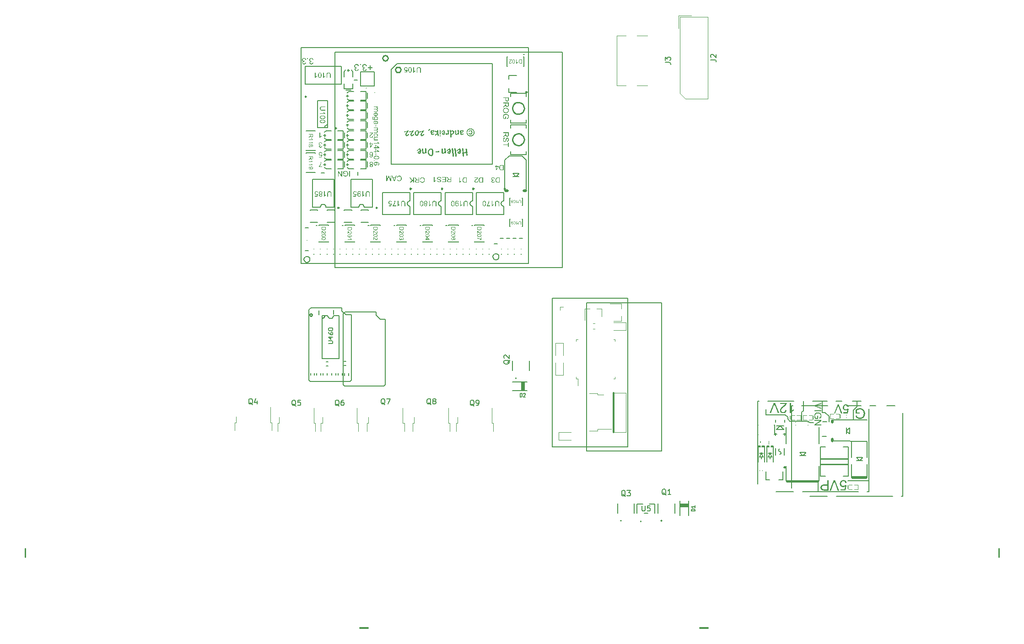
<source format=gto>
G75*
G70*
%OFA0B0*%
%FSLAX25Y25*%
%IPPOS*%
%LPD*%
%AMOC8*
5,1,8,0,0,1.08239X$1,22.5*
%
%ADD130C,0.00300*%
%ADD131C,0.00669*%
%ADD170C,0.00800*%
%ADD55C,0.00787*%
%ADD57C,0.00984*%
%ADD61C,0.00591*%
%ADD62C,0.00472*%
%ADD63C,0.00500*%
%ADD64C,0.00039*%
%ADD65C,0.00600*%
%ADD66C,0.01000*%
%ADD69C,0.00394*%
%ADD71C,0.01968*%
%ADD98C,0.01181*%
%ADD99C,0.01575*%
X0000000Y0000000D02*
%LPD*%
G01*
D61*
X0197322Y0162440D02*
X0196947Y0162628D01*
X0196947Y0162628D02*
X0196572Y0163003D01*
X0196572Y0163003D02*
X0196010Y0163565D01*
X0196010Y0163565D02*
X0195635Y0163753D01*
X0195635Y0163753D02*
X0195260Y0163753D01*
X0195447Y0162815D02*
X0195072Y0163003D01*
X0195072Y0163003D02*
X0194697Y0163378D01*
X0194697Y0163378D02*
X0194510Y0164128D01*
X0194510Y0164128D02*
X0194510Y0165440D01*
X0194510Y0165440D02*
X0194697Y0166190D01*
X0194697Y0166190D02*
X0195072Y0166565D01*
X0195072Y0166565D02*
X0195447Y0166752D01*
X0195447Y0166752D02*
X0196197Y0166752D01*
X0196197Y0166752D02*
X0196572Y0166565D01*
X0196572Y0166565D02*
X0196947Y0166190D01*
X0196947Y0166190D02*
X0197135Y0165440D01*
X0197135Y0165440D02*
X0197135Y0164128D01*
X0197135Y0164128D02*
X0196947Y0163378D01*
X0196947Y0163378D02*
X0196572Y0163003D01*
X0196572Y0163003D02*
X0196197Y0162815D01*
X0196197Y0162815D02*
X0195447Y0162815D01*
X0200697Y0166752D02*
X0198822Y0166752D01*
X0198822Y0166752D02*
X0198634Y0164878D01*
X0198634Y0164878D02*
X0198822Y0165065D01*
X0198822Y0165065D02*
X0199197Y0165253D01*
X0199197Y0165253D02*
X0200134Y0165253D01*
X0200134Y0165253D02*
X0200509Y0165065D01*
X0200509Y0165065D02*
X0200697Y0164878D01*
X0200697Y0164878D02*
X0200884Y0164503D01*
X0200884Y0164503D02*
X0200884Y0163565D01*
X0200884Y0163565D02*
X0200697Y0163190D01*
X0200697Y0163190D02*
X0200509Y0163003D01*
X0200509Y0163003D02*
X0200134Y0162815D01*
X0200134Y0162815D02*
X0199197Y0162815D01*
X0199197Y0162815D02*
X0198822Y0163003D01*
X0198822Y0163003D02*
X0198634Y0163190D01*
X0437480Y0096496D02*
X0437105Y0096683D01*
X0437105Y0096683D02*
X0436730Y0097058D01*
X0436730Y0097058D02*
X0436167Y0097620D01*
X0436167Y0097620D02*
X0435792Y0097808D01*
X0435792Y0097808D02*
X0435417Y0097808D01*
X0435605Y0096870D02*
X0435230Y0097058D01*
X0435230Y0097058D02*
X0434855Y0097433D01*
X0434855Y0097433D02*
X0434667Y0098183D01*
X0434667Y0098183D02*
X0434667Y0099495D01*
X0434667Y0099495D02*
X0434855Y0100245D01*
X0434855Y0100245D02*
X0435230Y0100620D01*
X0435230Y0100620D02*
X0435605Y0100807D01*
X0435605Y0100807D02*
X0436355Y0100807D01*
X0436355Y0100807D02*
X0436730Y0100620D01*
X0436730Y0100620D02*
X0437105Y0100245D01*
X0437105Y0100245D02*
X0437292Y0099495D01*
X0437292Y0099495D02*
X0437292Y0098183D01*
X0437292Y0098183D02*
X0437105Y0097433D01*
X0437105Y0097433D02*
X0436730Y0097058D01*
X0436730Y0097058D02*
X0436355Y0096870D01*
X0436355Y0096870D02*
X0435605Y0096870D01*
X0438604Y0100807D02*
X0441042Y0100807D01*
X0441042Y0100807D02*
X0439729Y0099308D01*
X0439729Y0099308D02*
X0440292Y0099308D01*
X0440292Y0099308D02*
X0440667Y0099120D01*
X0440667Y0099120D02*
X0440854Y0098933D01*
X0440854Y0098933D02*
X0441042Y0098558D01*
X0441042Y0098558D02*
X0441042Y0097620D01*
X0441042Y0097620D02*
X0440854Y0097245D01*
X0440854Y0097245D02*
X0440667Y0097058D01*
X0440667Y0097058D02*
X0440292Y0096870D01*
X0440292Y0096870D02*
X0439167Y0096870D01*
X0439167Y0096870D02*
X0438792Y0097058D01*
X0438792Y0097058D02*
X0438604Y0097245D01*
X0499586Y0414770D02*
X0502398Y0414770D01*
X0502398Y0414770D02*
X0502961Y0414583D01*
X0502961Y0414583D02*
X0503336Y0414208D01*
X0503336Y0414208D02*
X0503523Y0413645D01*
X0503523Y0413645D02*
X0503523Y0413270D01*
X0499961Y0416457D02*
X0499774Y0416645D01*
X0499774Y0416645D02*
X0499586Y0417020D01*
X0499586Y0417020D02*
X0499586Y0417957D01*
X0499586Y0417957D02*
X0499774Y0418332D01*
X0499774Y0418332D02*
X0499961Y0418520D01*
X0499961Y0418520D02*
X0500336Y0418707D01*
X0500336Y0418707D02*
X0500711Y0418707D01*
X0500711Y0418707D02*
X0501273Y0418520D01*
X0501273Y0418520D02*
X0503523Y0416270D01*
X0503523Y0416270D02*
X0503523Y0418707D01*
X0488031Y0085974D02*
X0485511Y0085974D01*
X0485511Y0085974D02*
X0485511Y0086574D01*
X0485511Y0086574D02*
X0485631Y0086934D01*
X0485631Y0086934D02*
X0485871Y0087174D01*
X0485871Y0087174D02*
X0486111Y0087294D01*
X0486111Y0087294D02*
X0486591Y0087414D01*
X0486591Y0087414D02*
X0486951Y0087414D01*
X0486951Y0087414D02*
X0487431Y0087294D01*
X0487431Y0087294D02*
X0487671Y0087174D01*
X0487671Y0087174D02*
X0487911Y0086934D01*
X0487911Y0086934D02*
X0488031Y0086574D01*
X0488031Y0086574D02*
X0488031Y0085974D01*
X0488031Y0089814D02*
X0488031Y0088374D01*
X0488031Y0089094D02*
X0485511Y0089094D01*
X0485511Y0089094D02*
X0485871Y0088854D01*
X0485871Y0088854D02*
X0486111Y0088614D01*
X0486111Y0088614D02*
X0486231Y0088374D01*
X0165826Y0163425D02*
X0165451Y0163612D01*
X0165451Y0163612D02*
X0165076Y0163987D01*
X0165076Y0163987D02*
X0164514Y0164550D01*
X0164514Y0164550D02*
X0164139Y0164737D01*
X0164139Y0164737D02*
X0163764Y0164737D01*
X0163951Y0163800D02*
X0163576Y0163987D01*
X0163576Y0163987D02*
X0163201Y0164362D01*
X0163201Y0164362D02*
X0163014Y0165112D01*
X0163014Y0165112D02*
X0163014Y0166424D01*
X0163014Y0166424D02*
X0163201Y0167174D01*
X0163201Y0167174D02*
X0163576Y0167549D01*
X0163576Y0167549D02*
X0163951Y0167737D01*
X0163951Y0167737D02*
X0164701Y0167737D01*
X0164701Y0167737D02*
X0165076Y0167549D01*
X0165076Y0167549D02*
X0165451Y0167174D01*
X0165451Y0167174D02*
X0165639Y0166424D01*
X0165639Y0166424D02*
X0165639Y0165112D01*
X0165639Y0165112D02*
X0165451Y0164362D01*
X0165451Y0164362D02*
X0165076Y0163987D01*
X0165076Y0163987D02*
X0164701Y0163800D01*
X0164701Y0163800D02*
X0163951Y0163800D01*
X0169013Y0166424D02*
X0169013Y0163800D01*
X0168076Y0167924D02*
X0167138Y0165112D01*
X0167138Y0165112D02*
X0169576Y0165112D01*
X0466377Y0412802D02*
X0469190Y0412802D01*
X0469190Y0412802D02*
X0469752Y0412614D01*
X0469752Y0412614D02*
X0470127Y0412239D01*
X0470127Y0412239D02*
X0470314Y0411677D01*
X0470314Y0411677D02*
X0470314Y0411302D01*
X0466377Y0414301D02*
X0466377Y0416739D01*
X0466377Y0416739D02*
X0467877Y0415426D01*
X0467877Y0415426D02*
X0467877Y0415989D01*
X0467877Y0415989D02*
X0468065Y0416364D01*
X0468065Y0416364D02*
X0468252Y0416551D01*
X0468252Y0416551D02*
X0468627Y0416739D01*
X0468627Y0416739D02*
X0469565Y0416739D01*
X0469565Y0416739D02*
X0469940Y0416551D01*
X0469940Y0416551D02*
X0470127Y0416364D01*
X0470127Y0416364D02*
X0470314Y0415989D01*
X0470314Y0415989D02*
X0470314Y0414864D01*
X0470314Y0414864D02*
X0470127Y0414489D01*
X0470127Y0414489D02*
X0469940Y0414301D01*
X0449442Y0089744D02*
X0449442Y0086557D01*
X0449442Y0086557D02*
X0449629Y0086182D01*
X0449629Y0086182D02*
X0449816Y0085994D01*
X0449816Y0085994D02*
X0450191Y0085807D01*
X0450191Y0085807D02*
X0450941Y0085807D01*
X0450941Y0085807D02*
X0451316Y0085994D01*
X0451316Y0085994D02*
X0451504Y0086182D01*
X0451504Y0086182D02*
X0451691Y0086557D01*
X0451691Y0086557D02*
X0451691Y0089744D01*
X0455441Y0089744D02*
X0453566Y0089744D01*
X0453566Y0089744D02*
X0453379Y0087869D01*
X0453379Y0087869D02*
X0453566Y0088056D01*
X0453566Y0088056D02*
X0453941Y0088244D01*
X0453941Y0088244D02*
X0454878Y0088244D01*
X0454878Y0088244D02*
X0455253Y0088056D01*
X0455253Y0088056D02*
X0455441Y0087869D01*
X0455441Y0087869D02*
X0455628Y0087494D01*
X0455628Y0087494D02*
X0455628Y0086557D01*
X0455628Y0086557D02*
X0455441Y0086182D01*
X0455441Y0086182D02*
X0455253Y0085994D01*
X0455253Y0085994D02*
X0454878Y0085807D01*
X0454878Y0085807D02*
X0453941Y0085807D01*
X0453941Y0085807D02*
X0453566Y0085994D01*
X0453566Y0085994D02*
X0453379Y0086182D01*
X0295747Y0163425D02*
X0295372Y0163612D01*
X0295372Y0163612D02*
X0294997Y0163987D01*
X0294997Y0163987D02*
X0294435Y0164550D01*
X0294435Y0164550D02*
X0294060Y0164737D01*
X0294060Y0164737D02*
X0293685Y0164737D01*
X0293873Y0163800D02*
X0293498Y0163987D01*
X0293498Y0163987D02*
X0293123Y0164362D01*
X0293123Y0164362D02*
X0292935Y0165112D01*
X0292935Y0165112D02*
X0292935Y0166424D01*
X0292935Y0166424D02*
X0293123Y0167174D01*
X0293123Y0167174D02*
X0293498Y0167549D01*
X0293498Y0167549D02*
X0293873Y0167737D01*
X0293873Y0167737D02*
X0294622Y0167737D01*
X0294622Y0167737D02*
X0294997Y0167549D01*
X0294997Y0167549D02*
X0295372Y0167174D01*
X0295372Y0167174D02*
X0295560Y0166424D01*
X0295560Y0166424D02*
X0295560Y0165112D01*
X0295560Y0165112D02*
X0295372Y0164362D01*
X0295372Y0164362D02*
X0294997Y0163987D01*
X0294997Y0163987D02*
X0294622Y0163800D01*
X0294622Y0163800D02*
X0293873Y0163800D01*
X0297810Y0166049D02*
X0297435Y0166237D01*
X0297435Y0166237D02*
X0297247Y0166424D01*
X0297247Y0166424D02*
X0297060Y0166799D01*
X0297060Y0166799D02*
X0297060Y0166987D01*
X0297060Y0166987D02*
X0297247Y0167362D01*
X0297247Y0167362D02*
X0297435Y0167549D01*
X0297435Y0167549D02*
X0297810Y0167737D01*
X0297810Y0167737D02*
X0298559Y0167737D01*
X0298559Y0167737D02*
X0298934Y0167549D01*
X0298934Y0167549D02*
X0299122Y0167362D01*
X0299122Y0167362D02*
X0299309Y0166987D01*
X0299309Y0166987D02*
X0299309Y0166799D01*
X0299309Y0166799D02*
X0299122Y0166424D01*
X0299122Y0166424D02*
X0298934Y0166237D01*
X0298934Y0166237D02*
X0298559Y0166049D01*
X0298559Y0166049D02*
X0297810Y0166049D01*
X0297810Y0166049D02*
X0297435Y0165862D01*
X0297435Y0165862D02*
X0297247Y0165674D01*
X0297247Y0165674D02*
X0297060Y0165299D01*
X0297060Y0165299D02*
X0297060Y0164550D01*
X0297060Y0164550D02*
X0297247Y0164175D01*
X0297247Y0164175D02*
X0297435Y0163987D01*
X0297435Y0163987D02*
X0297810Y0163800D01*
X0297810Y0163800D02*
X0298559Y0163800D01*
X0298559Y0163800D02*
X0298934Y0163987D01*
X0298934Y0163987D02*
X0299122Y0164175D01*
X0299122Y0164175D02*
X0299309Y0164550D01*
X0299309Y0164550D02*
X0299309Y0165299D01*
X0299309Y0165299D02*
X0299122Y0165674D01*
X0299122Y0165674D02*
X0298934Y0165862D01*
X0298934Y0165862D02*
X0298559Y0166049D01*
X0327243Y0162440D02*
X0326868Y0162628D01*
X0326868Y0162628D02*
X0326493Y0163003D01*
X0326493Y0163003D02*
X0325931Y0163565D01*
X0325931Y0163565D02*
X0325556Y0163753D01*
X0325556Y0163753D02*
X0325181Y0163753D01*
X0325369Y0162815D02*
X0324994Y0163003D01*
X0324994Y0163003D02*
X0324619Y0163378D01*
X0324619Y0163378D02*
X0324431Y0164128D01*
X0324431Y0164128D02*
X0324431Y0165440D01*
X0324431Y0165440D02*
X0324619Y0166190D01*
X0324619Y0166190D02*
X0324994Y0166565D01*
X0324994Y0166565D02*
X0325369Y0166752D01*
X0325369Y0166752D02*
X0326119Y0166752D01*
X0326119Y0166752D02*
X0326493Y0166565D01*
X0326493Y0166565D02*
X0326868Y0166190D01*
X0326868Y0166190D02*
X0327056Y0165440D01*
X0327056Y0165440D02*
X0327056Y0164128D01*
X0327056Y0164128D02*
X0326868Y0163378D01*
X0326868Y0163378D02*
X0326493Y0163003D01*
X0326493Y0163003D02*
X0326119Y0162815D01*
X0326119Y0162815D02*
X0325369Y0162815D01*
X0328931Y0162815D02*
X0329681Y0162815D01*
X0329681Y0162815D02*
X0330056Y0163003D01*
X0330056Y0163003D02*
X0330243Y0163190D01*
X0330243Y0163190D02*
X0330618Y0163753D01*
X0330618Y0163753D02*
X0330805Y0164503D01*
X0330805Y0164503D02*
X0330805Y0166002D01*
X0330805Y0166002D02*
X0330618Y0166377D01*
X0330618Y0166377D02*
X0330430Y0166565D01*
X0330430Y0166565D02*
X0330056Y0166752D01*
X0330056Y0166752D02*
X0329306Y0166752D01*
X0329306Y0166752D02*
X0328931Y0166565D01*
X0328931Y0166565D02*
X0328743Y0166377D01*
X0328743Y0166377D02*
X0328556Y0166002D01*
X0328556Y0166002D02*
X0328556Y0165065D01*
X0328556Y0165065D02*
X0328743Y0164690D01*
X0328743Y0164690D02*
X0328931Y0164503D01*
X0328931Y0164503D02*
X0329306Y0164315D01*
X0329306Y0164315D02*
X0330056Y0164315D01*
X0330056Y0164315D02*
X0330430Y0164503D01*
X0330430Y0164503D02*
X0330618Y0164690D01*
X0330618Y0164690D02*
X0330805Y0165065D01*
X0262283Y0163425D02*
X0261908Y0163612D01*
X0261908Y0163612D02*
X0261533Y0163987D01*
X0261533Y0163987D02*
X0260970Y0164550D01*
X0260970Y0164550D02*
X0260595Y0164737D01*
X0260595Y0164737D02*
X0260221Y0164737D01*
X0260408Y0163800D02*
X0260033Y0163987D01*
X0260033Y0163987D02*
X0259658Y0164362D01*
X0259658Y0164362D02*
X0259471Y0165112D01*
X0259471Y0165112D02*
X0259471Y0166424D01*
X0259471Y0166424D02*
X0259658Y0167174D01*
X0259658Y0167174D02*
X0260033Y0167549D01*
X0260033Y0167549D02*
X0260408Y0167737D01*
X0260408Y0167737D02*
X0261158Y0167737D01*
X0261158Y0167737D02*
X0261533Y0167549D01*
X0261533Y0167549D02*
X0261908Y0167174D01*
X0261908Y0167174D02*
X0262095Y0166424D01*
X0262095Y0166424D02*
X0262095Y0165112D01*
X0262095Y0165112D02*
X0261908Y0164362D01*
X0261908Y0164362D02*
X0261533Y0163987D01*
X0261533Y0163987D02*
X0261158Y0163800D01*
X0261158Y0163800D02*
X0260408Y0163800D01*
X0263408Y0167737D02*
X0266032Y0167737D01*
X0266032Y0167737D02*
X0264345Y0163800D01*
X0228818Y0162440D02*
X0228443Y0162628D01*
X0228443Y0162628D02*
X0228068Y0163003D01*
X0228068Y0163003D02*
X0227506Y0163565D01*
X0227506Y0163565D02*
X0227131Y0163753D01*
X0227131Y0163753D02*
X0226756Y0163753D01*
X0226943Y0162815D02*
X0226568Y0163003D01*
X0226568Y0163003D02*
X0226194Y0163378D01*
X0226194Y0163378D02*
X0226006Y0164128D01*
X0226006Y0164128D02*
X0226006Y0165440D01*
X0226006Y0165440D02*
X0226194Y0166190D01*
X0226194Y0166190D02*
X0226568Y0166565D01*
X0226568Y0166565D02*
X0226943Y0166752D01*
X0226943Y0166752D02*
X0227693Y0166752D01*
X0227693Y0166752D02*
X0228068Y0166565D01*
X0228068Y0166565D02*
X0228443Y0166190D01*
X0228443Y0166190D02*
X0228631Y0165440D01*
X0228631Y0165440D02*
X0228631Y0164128D01*
X0228631Y0164128D02*
X0228443Y0163378D01*
X0228443Y0163378D02*
X0228068Y0163003D01*
X0228068Y0163003D02*
X0227693Y0162815D01*
X0227693Y0162815D02*
X0226943Y0162815D01*
X0232005Y0166752D02*
X0231255Y0166752D01*
X0231255Y0166752D02*
X0230880Y0166565D01*
X0230880Y0166565D02*
X0230693Y0166377D01*
X0230693Y0166377D02*
X0230318Y0165815D01*
X0230318Y0165815D02*
X0230131Y0165065D01*
X0230131Y0165065D02*
X0230131Y0163565D01*
X0230131Y0163565D02*
X0230318Y0163190D01*
X0230318Y0163190D02*
X0230505Y0163003D01*
X0230505Y0163003D02*
X0230880Y0162815D01*
X0230880Y0162815D02*
X0231630Y0162815D01*
X0231630Y0162815D02*
X0232005Y0163003D01*
X0232005Y0163003D02*
X0232193Y0163190D01*
X0232193Y0163190D02*
X0232380Y0163565D01*
X0232380Y0163565D02*
X0232380Y0164503D01*
X0232380Y0164503D02*
X0232193Y0164878D01*
X0232193Y0164878D02*
X0232005Y0165065D01*
X0232005Y0165065D02*
X0231630Y0165253D01*
X0231630Y0165253D02*
X0230880Y0165253D01*
X0230880Y0165253D02*
X0230505Y0165065D01*
X0230505Y0165065D02*
X0230318Y0164878D01*
X0230318Y0164878D02*
X0230131Y0164503D01*
X0353170Y0195924D02*
X0352982Y0195549D01*
X0352982Y0195549D02*
X0352607Y0195174D01*
X0352607Y0195174D02*
X0352045Y0194612D01*
X0352045Y0194612D02*
X0351857Y0194237D01*
X0351857Y0194237D02*
X0351857Y0193862D01*
X0352795Y0194049D02*
X0352607Y0193674D01*
X0352607Y0193674D02*
X0352232Y0193299D01*
X0352232Y0193299D02*
X0351482Y0193112D01*
X0351482Y0193112D02*
X0350170Y0193112D01*
X0350170Y0193112D02*
X0349420Y0193299D01*
X0349420Y0193299D02*
X0349045Y0193674D01*
X0349045Y0193674D02*
X0348858Y0194049D01*
X0348858Y0194049D02*
X0348858Y0194799D01*
X0348858Y0194799D02*
X0349045Y0195174D01*
X0349045Y0195174D02*
X0349420Y0195549D01*
X0349420Y0195549D02*
X0350170Y0195736D01*
X0350170Y0195736D02*
X0351482Y0195736D01*
X0351482Y0195736D02*
X0352232Y0195549D01*
X0352232Y0195549D02*
X0352607Y0195174D01*
X0352607Y0195174D02*
X0352795Y0194799D01*
X0352795Y0194799D02*
X0352795Y0194049D01*
X0349233Y0197236D02*
X0349045Y0197424D01*
X0349045Y0197424D02*
X0348858Y0197799D01*
X0348858Y0197799D02*
X0348858Y0198736D01*
X0348858Y0198736D02*
X0349045Y0199111D01*
X0349045Y0199111D02*
X0349233Y0199299D01*
X0349233Y0199299D02*
X0349608Y0199486D01*
X0349608Y0199486D02*
X0349983Y0199486D01*
X0349983Y0199486D02*
X0350545Y0199299D01*
X0350545Y0199299D02*
X0352795Y0197049D01*
X0352795Y0197049D02*
X0352795Y0199486D01*
X0360770Y0169055D02*
X0360770Y0171575D01*
X0360770Y0171575D02*
X0361370Y0171575D01*
X0361370Y0171575D02*
X0361730Y0171455D01*
X0361730Y0171455D02*
X0361970Y0171215D01*
X0361970Y0171215D02*
X0362090Y0170975D01*
X0362090Y0170975D02*
X0362210Y0170495D01*
X0362210Y0170495D02*
X0362210Y0170135D01*
X0362210Y0170135D02*
X0362090Y0169655D01*
X0362090Y0169655D02*
X0361970Y0169415D01*
X0361970Y0169415D02*
X0361730Y0169175D01*
X0361730Y0169175D02*
X0361370Y0169055D01*
X0361370Y0169055D02*
X0360770Y0169055D01*
X0363170Y0171335D02*
X0363290Y0171455D01*
X0363290Y0171455D02*
X0363530Y0171575D01*
X0363530Y0171575D02*
X0364130Y0171575D01*
X0364130Y0171575D02*
X0364370Y0171455D01*
X0364370Y0171455D02*
X0364490Y0171335D01*
X0364490Y0171335D02*
X0364610Y0171095D01*
X0364610Y0171095D02*
X0364610Y0170855D01*
X0364610Y0170855D02*
X0364490Y0170495D01*
X0364490Y0170495D02*
X0363050Y0169055D01*
X0363050Y0169055D02*
X0364610Y0169055D01*
X0467007Y0097480D02*
X0466632Y0097667D01*
X0466632Y0097667D02*
X0466257Y0098042D01*
X0466257Y0098042D02*
X0465695Y0098605D01*
X0465695Y0098605D02*
X0465320Y0098792D01*
X0465320Y0098792D02*
X0464945Y0098792D01*
X0465132Y0097855D02*
X0464757Y0098042D01*
X0464757Y0098042D02*
X0464382Y0098417D01*
X0464382Y0098417D02*
X0464195Y0099167D01*
X0464195Y0099167D02*
X0464195Y0100479D01*
X0464195Y0100479D02*
X0464382Y0101229D01*
X0464382Y0101229D02*
X0464757Y0101604D01*
X0464757Y0101604D02*
X0465132Y0101792D01*
X0465132Y0101792D02*
X0465882Y0101792D01*
X0465882Y0101792D02*
X0466257Y0101604D01*
X0466257Y0101604D02*
X0466632Y0101229D01*
X0466632Y0101229D02*
X0466820Y0100479D01*
X0466820Y0100479D02*
X0466820Y0099167D01*
X0466820Y0099167D02*
X0466632Y0098417D01*
X0466632Y0098417D02*
X0466257Y0098042D01*
X0466257Y0098042D02*
X0465882Y0097855D01*
X0465882Y0097855D02*
X0465132Y0097855D01*
X0470569Y0097855D02*
X0468320Y0097855D01*
X0469444Y0097855D02*
X0469444Y0101792D01*
X0469444Y0101792D02*
X0469069Y0101229D01*
X0469069Y0101229D02*
X0468694Y0100854D01*
X0468694Y0100854D02*
X0468320Y0100667D01*
D62*
X0184213Y0149823D02*
X0185276Y0149823D01*
X0184213Y0143917D02*
X0184213Y0149823D01*
X0185276Y0149823D02*
X0185276Y0154153D01*
X0210315Y0149823D02*
X0210315Y0160964D01*
X0211378Y0149823D02*
X0210315Y0149823D01*
X0211378Y0143917D02*
X0211378Y0149823D01*
D63*
X0431752Y0091378D02*
X0431752Y0084291D01*
X0443957Y0084291D02*
X0443957Y0091378D01*
D55*
X0434508Y0078740D02*
G75*
G02*
X0433721Y0078740I-000394J0000000D01*
G01*
X0433721Y0078740D02*
G75*
G02*
X0434508Y0078740I0000394J0000000D01*
G01*
D62*
X0476103Y0447027D02*
X0476103Y0437539D01*
X0477284Y0445846D02*
X0477284Y0390256D01*
X0477284Y0390256D02*
X0481221Y0386319D01*
X0481221Y0386319D02*
X0497441Y0386319D01*
X0485591Y0447027D02*
X0476103Y0447027D01*
X0497441Y0445846D02*
X0477284Y0445846D01*
X0497441Y0386319D02*
X0497441Y0445846D01*
D63*
X0477028Y0082519D02*
X0477028Y0093149D01*
X0483327Y0093149D02*
X0483327Y0082519D01*
D64*
X0483327Y0089015D02*
X0477023Y0089015D01*
X0477023Y0091383D01*
X0483327Y0091383D01*
X0483327Y0089015D01*
G36*
X0483327Y0089015D02*
G01*
X0477023Y0089015D01*
X0477023Y0091383D01*
X0483327Y0091383D01*
X0483327Y0089015D01*
G37*
D55*
X0225847Y0420315D02*
X0386477Y0420315D01*
X0225847Y0263228D02*
X0225847Y0420315D01*
X0225847Y0263228D02*
X0391595Y0263228D01*
X0386477Y0420315D02*
X0391595Y0420315D01*
X0391595Y0263228D02*
X0391595Y0420315D01*
X0463740Y0129468D02*
X0409016Y0129468D01*
X0409016Y0237736D01*
X0463740Y0237736D01*
X0463740Y0129468D01*
D62*
X0152717Y0150413D02*
X0153780Y0150413D01*
X0152717Y0144508D02*
X0152717Y0150413D01*
X0153780Y0150413D02*
X0153780Y0154744D01*
X0178819Y0150413D02*
X0178819Y0161555D01*
X0179882Y0150413D02*
X0178819Y0150413D01*
X0179882Y0144508D02*
X0179882Y0150413D01*
X0431122Y0432145D02*
X0437835Y0432145D01*
X0431122Y0396082D02*
X0431122Y0432145D01*
X0437835Y0396082D02*
X0431122Y0396082D01*
X0445748Y0396082D02*
X0453307Y0396082D01*
X0453307Y0432145D02*
X0445748Y0432145D01*
D65*
X0445941Y0090847D02*
X0445941Y0084347D01*
X0450031Y0090847D02*
X0445941Y0090847D01*
X0451091Y0084347D02*
X0453791Y0084347D01*
X0458941Y0090847D02*
X0454851Y0090847D01*
X0458941Y0084347D02*
X0458941Y0090847D01*
X0448981Y0078297D02*
G75*
G02*
X0448381Y0078297I-000300J0000000D01*
G01*
X0448381Y0078297D02*
G75*
G02*
X0448981Y0078297I0000300J0000000D01*
G01*
D55*
X0231673Y0229469D02*
X0233088Y0230884D01*
X0231673Y0178045D02*
X0231673Y0229469D01*
X0231673Y0178045D02*
X0232657Y0177061D01*
X0232657Y0177061D02*
X0261596Y0177061D01*
X0233088Y0230884D02*
X0255689Y0230884D01*
X0255689Y0228536D02*
X0255689Y0230884D01*
X0255689Y0228536D02*
X0258642Y0225583D01*
X0258642Y0225583D02*
X0262579Y0225583D01*
X0261596Y0177061D02*
X0262579Y0178044D01*
X0262579Y0218201D02*
X0262579Y0225583D01*
X0262579Y0178044D02*
X0262579Y0218201D01*
D62*
X0282441Y0149823D02*
X0283504Y0149823D01*
X0282441Y0143917D02*
X0282441Y0149823D01*
X0283504Y0149823D02*
X0283504Y0154153D01*
X0308544Y0149823D02*
X0308544Y0160964D01*
X0309607Y0149823D02*
X0308544Y0149823D01*
X0309607Y0143917D02*
X0309607Y0149823D01*
X0314036Y0149823D02*
X0315099Y0149823D01*
X0314036Y0143917D02*
X0314036Y0149823D01*
X0315099Y0149823D02*
X0315099Y0154153D01*
X0340138Y0149823D02*
X0340138Y0160964D01*
X0341201Y0149823D02*
X0340138Y0149823D01*
X0341201Y0143917D02*
X0341201Y0149823D01*
X0249173Y0149823D02*
X0250236Y0149823D01*
X0249173Y0143917D02*
X0249173Y0149823D01*
X0250236Y0149823D02*
X0250236Y0154153D01*
X0275276Y0149823D02*
X0275276Y0160964D01*
X0276339Y0149823D02*
X0275276Y0149823D01*
X0276339Y0143917D02*
X0276339Y0149823D01*
D55*
X0558425Y0102500D02*
X0558425Y0162736D01*
X0559607Y0162736D02*
X0558425Y0162736D01*
X0584410Y0096594D02*
X0571811Y0096594D01*
X0584803Y0162736D02*
X0565906Y0162736D01*
X0609213Y0162736D02*
X0598583Y0162736D01*
X0619843Y0162736D02*
X0615512Y0162736D01*
X0632047Y0096594D02*
X0591103Y0096594D01*
X0633819Y0162736D02*
X0627717Y0162736D01*
X0639528Y0096594D02*
X0638347Y0096594D01*
X0639528Y0096594D02*
X0639528Y0157224D01*
D62*
X0215610Y0149823D02*
X0216673Y0149823D01*
X0215610Y0143917D02*
X0215610Y0149823D01*
X0216673Y0149823D02*
X0216673Y0154153D01*
X0241713Y0149823D02*
X0241713Y0160964D01*
X0242776Y0149823D02*
X0241713Y0149823D01*
X0242776Y0143917D02*
X0242776Y0149823D01*
D63*
X0355276Y0195216D02*
X0355276Y0188130D01*
X0367481Y0188130D02*
X0367481Y0195216D01*
D55*
X0358032Y0182578D02*
G75*
G02*
X0357244Y0182578I-000394J0000000D01*
G01*
X0357244Y0182578D02*
G75*
G02*
X0358032Y0182578I0000394J0000000D01*
G01*
D66*
X0000059Y0058502D02*
X0000256Y0058502D01*
X0000059Y0052399D02*
X0000059Y0058502D01*
X0000256Y0058502D02*
X0000256Y0052399D01*
X0000256Y0052399D02*
X0000059Y0052399D01*
X0243662Y0000826D02*
X0249764Y0000826D01*
X0243662Y0000630D02*
X0243662Y0000826D01*
X0249764Y0000826D02*
X0249764Y0000630D01*
X0249764Y0000630D02*
X0243662Y0000630D01*
X0491494Y0000826D02*
X0497597Y0000826D01*
X0491494Y0000630D02*
X0491494Y0000826D01*
X0497597Y0000826D02*
X0497597Y0000630D01*
X0497597Y0000630D02*
X0491494Y0000630D01*
X0709311Y0058502D02*
X0709508Y0058502D01*
X0709311Y0052399D02*
X0709311Y0058502D01*
X0709508Y0058502D02*
X0709508Y0052399D01*
X0709508Y0052399D02*
X0709311Y0052399D01*
D63*
X0355079Y0180059D02*
X0365709Y0180059D01*
X0365709Y0173760D02*
X0355079Y0173760D01*
D64*
X0363943Y0173760D02*
X0361575Y0173760D01*
X0361575Y0180064D01*
X0363943Y0180064D01*
X0363943Y0173760D01*
G36*
X0363943Y0173760D02*
G01*
X0361575Y0173760D01*
X0361575Y0180064D01*
X0363943Y0180064D01*
X0363943Y0173760D01*
G37*
D63*
X0461280Y0091378D02*
X0461280Y0084291D01*
X0473484Y0084291D02*
X0473484Y0091378D01*
D55*
X0464036Y0078740D02*
G75*
G02*
X0463248Y0078740I-000394J0000000D01*
G01*
X0463248Y0078740D02*
G75*
G02*
X0464036Y0078740I0000394J0000000D01*
G01*
X0200689Y0266043D02*
G01*
G75*
G36*
X0352393Y0360065D02*
X0352389Y0360017D01*
X0352389Y0359969D01*
X0352384Y0359912D01*
X0352380Y0359846D01*
X0352367Y0359715D01*
X0352345Y0359580D01*
X0352319Y0359449D01*
X0352301Y0359392D01*
X0352284Y0359335D01*
X0352284Y0359331D01*
X0352279Y0359322D01*
X0352271Y0359309D01*
X0352262Y0359287D01*
X0352236Y0359234D01*
X0352196Y0359173D01*
X0352144Y0359099D01*
X0352074Y0359025D01*
X0351995Y0358951D01*
X0351899Y0358885D01*
X0351895Y0358885D01*
X0351886Y0358876D01*
X0351873Y0358867D01*
X0351851Y0358859D01*
X0351825Y0358846D01*
X0351794Y0358833D01*
X0351759Y0358815D01*
X0351720Y0358798D01*
X0351628Y0358767D01*
X0351528Y0358741D01*
X0351414Y0358723D01*
X0351292Y0358715D01*
X0351288Y0358715D01*
X0351274Y0358715D01*
X0351248Y0358715D01*
X0351222Y0358719D01*
X0351183Y0358723D01*
X0351139Y0358728D01*
X0351091Y0358736D01*
X0351038Y0358749D01*
X0350925Y0358784D01*
X0350864Y0358806D01*
X0350802Y0358833D01*
X0350741Y0358863D01*
X0350680Y0358902D01*
X0350623Y0358946D01*
X0350566Y0358994D01*
X0350562Y0358998D01*
X0350553Y0359007D01*
X0350540Y0359025D01*
X0350518Y0359047D01*
X0350497Y0359077D01*
X0350470Y0359112D01*
X0350440Y0359156D01*
X0350409Y0359208D01*
X0350378Y0359265D01*
X0350348Y0359326D01*
X0350317Y0359396D01*
X0350287Y0359475D01*
X0350261Y0359558D01*
X0350234Y0359650D01*
X0350212Y0359750D01*
X0350195Y0359855D01*
X0350195Y0359851D01*
X0350191Y0359846D01*
X0350177Y0359820D01*
X0350156Y0359781D01*
X0350129Y0359733D01*
X0350099Y0359680D01*
X0350068Y0359628D01*
X0350029Y0359575D01*
X0349994Y0359532D01*
X0349990Y0359527D01*
X0349985Y0359523D01*
X0349972Y0359510D01*
X0349955Y0359492D01*
X0349933Y0359470D01*
X0349906Y0359444D01*
X0349845Y0359387D01*
X0349767Y0359322D01*
X0349675Y0359248D01*
X0349570Y0359169D01*
X0349456Y0359090D01*
X0348360Y0358391D01*
X0348360Y0359060D01*
X0349199Y0359593D01*
X0349203Y0359597D01*
X0349216Y0359602D01*
X0349234Y0359615D01*
X0349260Y0359632D01*
X0349290Y0359650D01*
X0349325Y0359676D01*
X0349404Y0359728D01*
X0349496Y0359790D01*
X0349587Y0359851D01*
X0349675Y0359916D01*
X0349754Y0359977D01*
X0349758Y0359977D01*
X0349762Y0359986D01*
X0349784Y0360004D01*
X0349819Y0360030D01*
X0349859Y0360069D01*
X0349902Y0360108D01*
X0349946Y0360157D01*
X0349990Y0360205D01*
X0350020Y0360248D01*
X0350025Y0360253D01*
X0350033Y0360270D01*
X0350046Y0360292D01*
X0350064Y0360323D01*
X0350081Y0360362D01*
X0350099Y0360401D01*
X0350116Y0360445D01*
X0350129Y0360493D01*
X0350129Y0360497D01*
X0350134Y0360511D01*
X0350138Y0360532D01*
X0350142Y0360563D01*
X0350142Y0360607D01*
X0350147Y0360659D01*
X0350151Y0360720D01*
X0350151Y0361406D01*
X0348360Y0361406D01*
X0348360Y0361940D01*
X0352393Y0361940D01*
X0352393Y0360065D01*
D02*
G37*
G36*
X0349701Y0357552D02*
X0349697Y0357552D01*
X0349688Y0357552D01*
X0349670Y0357548D01*
X0349649Y0357543D01*
X0349622Y0357539D01*
X0349596Y0357535D01*
X0349522Y0357517D01*
X0349443Y0357495D01*
X0349360Y0357469D01*
X0349277Y0357434D01*
X0349199Y0357390D01*
X0349190Y0357386D01*
X0349168Y0357364D01*
X0349133Y0357334D01*
X0349089Y0357290D01*
X0349037Y0357233D01*
X0348989Y0357163D01*
X0348936Y0357080D01*
X0348888Y0356984D01*
X0348888Y0356980D01*
X0348884Y0356971D01*
X0348880Y0356958D01*
X0348871Y0356936D01*
X0348862Y0356910D01*
X0348849Y0356879D01*
X0348840Y0356844D01*
X0348832Y0356805D01*
X0348810Y0356713D01*
X0348788Y0356604D01*
X0348775Y0356490D01*
X0348770Y0356363D01*
X0348770Y0356311D01*
X0348775Y0356285D01*
X0348775Y0356254D01*
X0348783Y0356184D01*
X0348792Y0356101D01*
X0348805Y0356009D01*
X0348827Y0355918D01*
X0348858Y0355830D01*
X0348858Y0355826D01*
X0348862Y0355822D01*
X0348867Y0355808D01*
X0348875Y0355791D01*
X0348897Y0355752D01*
X0348923Y0355699D01*
X0348958Y0355642D01*
X0349002Y0355581D01*
X0349050Y0355529D01*
X0349107Y0355481D01*
X0349116Y0355476D01*
X0349133Y0355463D01*
X0349168Y0355441D01*
X0349212Y0355419D01*
X0349264Y0355402D01*
X0349321Y0355380D01*
X0349386Y0355367D01*
X0349452Y0355363D01*
X0349456Y0355363D01*
X0349461Y0355363D01*
X0349483Y0355363D01*
X0349522Y0355367D01*
X0349566Y0355376D01*
X0349618Y0355389D01*
X0349675Y0355411D01*
X0349732Y0355437D01*
X0349784Y0355476D01*
X0349789Y0355481D01*
X0349806Y0355498D01*
X0349832Y0355524D01*
X0349867Y0355564D01*
X0349902Y0355612D01*
X0349941Y0355677D01*
X0349981Y0355752D01*
X0350020Y0355839D01*
X0350025Y0355848D01*
X0350029Y0355857D01*
X0350033Y0355874D01*
X0350038Y0355892D01*
X0350046Y0355918D01*
X0350060Y0355953D01*
X0350068Y0355988D01*
X0350081Y0356036D01*
X0350099Y0356084D01*
X0350112Y0356145D01*
X0350129Y0356210D01*
X0350151Y0356285D01*
X0350169Y0356363D01*
X0350195Y0356455D01*
X0350217Y0356556D01*
X0350217Y0356560D01*
X0350221Y0356578D01*
X0350230Y0356608D01*
X0350239Y0356643D01*
X0350252Y0356691D01*
X0350265Y0356744D01*
X0350282Y0356796D01*
X0350300Y0356857D01*
X0350339Y0356988D01*
X0350383Y0357115D01*
X0350405Y0357176D01*
X0350427Y0357233D01*
X0350448Y0357285D01*
X0350470Y0357329D01*
X0350470Y0357334D01*
X0350479Y0357342D01*
X0350488Y0357355D01*
X0350497Y0357377D01*
X0350527Y0357430D01*
X0350571Y0357491D01*
X0350628Y0357565D01*
X0350689Y0357635D01*
X0350763Y0357705D01*
X0350842Y0357762D01*
X0350846Y0357762D01*
X0350850Y0357766D01*
X0350864Y0357775D01*
X0350881Y0357784D01*
X0350929Y0357806D01*
X0350990Y0357832D01*
X0351065Y0357858D01*
X0351152Y0357880D01*
X0351248Y0357897D01*
X0351349Y0357902D01*
X0351353Y0357902D01*
X0351362Y0357902D01*
X0351379Y0357902D01*
X0351401Y0357897D01*
X0351427Y0357897D01*
X0351458Y0357893D01*
X0351536Y0357880D01*
X0351624Y0357858D01*
X0351716Y0357832D01*
X0351816Y0357788D01*
X0351917Y0357731D01*
X0351921Y0357731D01*
X0351930Y0357723D01*
X0351943Y0357714D01*
X0351960Y0357701D01*
X0352009Y0357657D01*
X0352070Y0357600D01*
X0352135Y0357530D01*
X0352201Y0357443D01*
X0352266Y0357342D01*
X0352323Y0357224D01*
X0352323Y0357220D01*
X0352327Y0357211D01*
X0352336Y0357189D01*
X0352345Y0357167D01*
X0352354Y0357137D01*
X0352367Y0357098D01*
X0352380Y0357054D01*
X0352393Y0357006D01*
X0352406Y0356953D01*
X0352419Y0356897D01*
X0352441Y0356774D01*
X0352459Y0356634D01*
X0352463Y0356486D01*
X0352463Y0356411D01*
X0352459Y0356372D01*
X0352454Y0356324D01*
X0352450Y0356276D01*
X0352446Y0356219D01*
X0352428Y0356097D01*
X0352402Y0355961D01*
X0352362Y0355826D01*
X0352314Y0355695D01*
X0352314Y0355690D01*
X0352306Y0355682D01*
X0352301Y0355660D01*
X0352288Y0355638D01*
X0352271Y0355612D01*
X0352253Y0355577D01*
X0352210Y0355503D01*
X0352148Y0355415D01*
X0352074Y0355328D01*
X0351991Y0355245D01*
X0351890Y0355170D01*
X0351886Y0355166D01*
X0351877Y0355162D01*
X0351864Y0355153D01*
X0351842Y0355140D01*
X0351816Y0355127D01*
X0351786Y0355109D01*
X0351746Y0355096D01*
X0351707Y0355074D01*
X0351615Y0355039D01*
X0351506Y0355009D01*
X0351388Y0354982D01*
X0351257Y0354969D01*
X0351218Y0355481D01*
X0351222Y0355481D01*
X0351235Y0355485D01*
X0351253Y0355485D01*
X0351279Y0355489D01*
X0351314Y0355498D01*
X0351349Y0355507D01*
X0351432Y0355533D01*
X0351523Y0355568D01*
X0351620Y0355621D01*
X0351711Y0355682D01*
X0351751Y0355721D01*
X0351790Y0355765D01*
X0351794Y0355769D01*
X0351799Y0355774D01*
X0351808Y0355791D01*
X0351821Y0355808D01*
X0351834Y0355835D01*
X0351851Y0355865D01*
X0351869Y0355900D01*
X0351890Y0355940D01*
X0351908Y0355988D01*
X0351925Y0356040D01*
X0351943Y0356097D01*
X0351956Y0356158D01*
X0351969Y0356228D01*
X0351978Y0356302D01*
X0351987Y0356381D01*
X0351987Y0356508D01*
X0351982Y0356543D01*
X0351982Y0356582D01*
X0351978Y0356626D01*
X0351974Y0356678D01*
X0351965Y0356731D01*
X0351943Y0356849D01*
X0351912Y0356962D01*
X0351869Y0357071D01*
X0351838Y0357124D01*
X0351808Y0357167D01*
X0351808Y0357172D01*
X0351799Y0357176D01*
X0351777Y0357202D01*
X0351738Y0357237D01*
X0351685Y0357277D01*
X0351624Y0357316D01*
X0351550Y0357351D01*
X0351471Y0357377D01*
X0351427Y0357382D01*
X0351379Y0357386D01*
X0351375Y0357386D01*
X0351370Y0357386D01*
X0351344Y0357382D01*
X0351305Y0357377D01*
X0351257Y0357368D01*
X0351200Y0357347D01*
X0351139Y0357320D01*
X0351082Y0357285D01*
X0351025Y0357233D01*
X0351021Y0357224D01*
X0351012Y0357216D01*
X0350999Y0357198D01*
X0350986Y0357176D01*
X0350973Y0357150D01*
X0350955Y0357115D01*
X0350933Y0357076D01*
X0350912Y0357028D01*
X0350890Y0356971D01*
X0350868Y0356905D01*
X0350842Y0356831D01*
X0350816Y0356744D01*
X0350789Y0356652D01*
X0350759Y0356547D01*
X0350732Y0356429D01*
X0350732Y0356420D01*
X0350728Y0356398D01*
X0350719Y0356368D01*
X0350706Y0356324D01*
X0350697Y0356272D01*
X0350680Y0356210D01*
X0350667Y0356145D01*
X0350645Y0356075D01*
X0350606Y0355926D01*
X0350566Y0355778D01*
X0350544Y0355708D01*
X0350523Y0355647D01*
X0350501Y0355586D01*
X0350479Y0355538D01*
X0350479Y0355533D01*
X0350470Y0355520D01*
X0350462Y0355503D01*
X0350448Y0355481D01*
X0350435Y0355450D01*
X0350413Y0355415D01*
X0350365Y0355341D01*
X0350309Y0355253D01*
X0350239Y0355170D01*
X0350156Y0355087D01*
X0350112Y0355052D01*
X0350068Y0355017D01*
X0350064Y0355017D01*
X0350055Y0355009D01*
X0350042Y0355000D01*
X0350025Y0354991D01*
X0350003Y0354978D01*
X0349972Y0354965D01*
X0349902Y0354930D01*
X0349819Y0354900D01*
X0349723Y0354873D01*
X0349614Y0354856D01*
X0349496Y0354847D01*
X0349491Y0354847D01*
X0349483Y0354847D01*
X0349465Y0354847D01*
X0349443Y0354851D01*
X0349413Y0354851D01*
X0349382Y0354856D01*
X0349299Y0354869D01*
X0349207Y0354891D01*
X0349107Y0354926D01*
X0349002Y0354974D01*
X0348945Y0355000D01*
X0348893Y0355035D01*
X0348888Y0355035D01*
X0348880Y0355044D01*
X0348867Y0355052D01*
X0348845Y0355070D01*
X0348797Y0355109D01*
X0348731Y0355170D01*
X0348661Y0355245D01*
X0348587Y0355336D01*
X0348517Y0355441D01*
X0348451Y0355564D01*
X0348451Y0355568D01*
X0348443Y0355581D01*
X0348438Y0355599D01*
X0348425Y0355625D01*
X0348416Y0355656D01*
X0348403Y0355695D01*
X0348386Y0355739D01*
X0348373Y0355791D01*
X0348360Y0355843D01*
X0348342Y0355905D01*
X0348320Y0356036D01*
X0348303Y0356180D01*
X0348294Y0356337D01*
X0348294Y0356390D01*
X0348298Y0356429D01*
X0348298Y0356477D01*
X0348303Y0356530D01*
X0348307Y0356591D01*
X0348316Y0356661D01*
X0348333Y0356805D01*
X0348360Y0356958D01*
X0348399Y0357111D01*
X0348451Y0357259D01*
X0348451Y0357264D01*
X0348460Y0357277D01*
X0348469Y0357294D01*
X0348482Y0357320D01*
X0348499Y0357351D01*
X0348517Y0357386D01*
X0348569Y0357469D01*
X0348635Y0357561D01*
X0348718Y0357657D01*
X0348814Y0357753D01*
X0348928Y0357836D01*
X0348932Y0357841D01*
X0348941Y0357845D01*
X0348958Y0357854D01*
X0348984Y0357867D01*
X0349015Y0357884D01*
X0349050Y0357902D01*
X0349094Y0357924D01*
X0349142Y0357941D01*
X0349190Y0357963D01*
X0349247Y0357980D01*
X0349373Y0358015D01*
X0349509Y0358041D01*
X0349583Y0358050D01*
X0349657Y0358055D01*
X0349701Y0357552D01*
D02*
G37*
G36*
X0352393Y0351233D02*
X0351917Y0351233D01*
X0351917Y0352562D01*
X0348360Y0352562D01*
X0348360Y0353095D01*
X0351917Y0353095D01*
X0351917Y0354423D01*
X0352393Y0354423D01*
X0352393Y0351233D01*
D02*
G37*
G36*
X0352393Y0385732D02*
X0352389Y0385644D01*
X0352384Y0385544D01*
X0352376Y0385443D01*
X0352367Y0385347D01*
X0352362Y0385299D01*
X0352354Y0385260D01*
X0352354Y0385255D01*
X0352349Y0385247D01*
X0352349Y0385229D01*
X0352345Y0385212D01*
X0352336Y0385185D01*
X0352332Y0385155D01*
X0352310Y0385085D01*
X0352284Y0385006D01*
X0352249Y0384923D01*
X0352210Y0384840D01*
X0352161Y0384762D01*
X0352161Y0384757D01*
X0352157Y0384753D01*
X0352135Y0384727D01*
X0352105Y0384692D01*
X0352061Y0384643D01*
X0352009Y0384595D01*
X0351939Y0384539D01*
X0351864Y0384486D01*
X0351773Y0384438D01*
X0351768Y0384438D01*
X0351759Y0384434D01*
X0351746Y0384425D01*
X0351729Y0384416D01*
X0351707Y0384408D01*
X0351676Y0384399D01*
X0351611Y0384373D01*
X0351528Y0384351D01*
X0351436Y0384329D01*
X0351331Y0384316D01*
X0351222Y0384311D01*
X0351218Y0384311D01*
X0351200Y0384311D01*
X0351174Y0384311D01*
X0351134Y0384316D01*
X0351091Y0384320D01*
X0351043Y0384329D01*
X0350986Y0384338D01*
X0350920Y0384351D01*
X0350855Y0384368D01*
X0350785Y0384390D01*
X0350715Y0384416D01*
X0350641Y0384451D01*
X0350566Y0384486D01*
X0350492Y0384530D01*
X0350422Y0384582D01*
X0350352Y0384639D01*
X0350348Y0384643D01*
X0350339Y0384657D01*
X0350322Y0384674D01*
X0350295Y0384705D01*
X0350269Y0384740D01*
X0350239Y0384788D01*
X0350208Y0384844D01*
X0350177Y0384910D01*
X0350142Y0384989D01*
X0350112Y0385072D01*
X0350081Y0385172D01*
X0350055Y0385277D01*
X0350033Y0385400D01*
X0350016Y0385531D01*
X0350003Y0385670D01*
X0349998Y0385828D01*
X0349998Y0386859D01*
X0348359Y0386859D01*
X0348359Y0387392D01*
X0352393Y0387392D01*
X0352393Y0385732D01*
D02*
G37*
G36*
X0352393Y0381751D02*
X0352389Y0381702D01*
X0352389Y0381654D01*
X0352384Y0381598D01*
X0352380Y0381532D01*
X0352367Y0381401D01*
X0352345Y0381266D01*
X0352319Y0381134D01*
X0352301Y0381078D01*
X0352284Y0381021D01*
X0352284Y0381016D01*
X0352279Y0381008D01*
X0352271Y0380995D01*
X0352262Y0380973D01*
X0352236Y0380920D01*
X0352196Y0380859D01*
X0352144Y0380785D01*
X0352074Y0380710D01*
X0351995Y0380636D01*
X0351899Y0380571D01*
X0351895Y0380571D01*
X0351886Y0380562D01*
X0351873Y0380553D01*
X0351851Y0380544D01*
X0351825Y0380531D01*
X0351794Y0380518D01*
X0351759Y0380501D01*
X0351720Y0380483D01*
X0351628Y0380453D01*
X0351528Y0380426D01*
X0351414Y0380409D01*
X0351292Y0380400D01*
X0351287Y0380400D01*
X0351274Y0380400D01*
X0351248Y0380400D01*
X0351222Y0380405D01*
X0351183Y0380409D01*
X0351139Y0380413D01*
X0351091Y0380422D01*
X0351038Y0380435D01*
X0350925Y0380470D01*
X0350863Y0380492D01*
X0350802Y0380518D01*
X0350741Y0380549D01*
X0350680Y0380588D01*
X0350623Y0380632D01*
X0350566Y0380680D01*
X0350562Y0380684D01*
X0350553Y0380693D01*
X0350540Y0380710D01*
X0350518Y0380732D01*
X0350497Y0380763D01*
X0350470Y0380798D01*
X0350440Y0380842D01*
X0350409Y0380894D01*
X0350378Y0380951D01*
X0350348Y0381012D01*
X0350317Y0381082D01*
X0350287Y0381161D01*
X0350261Y0381244D01*
X0350234Y0381335D01*
X0350212Y0381436D01*
X0350195Y0381541D01*
X0350195Y0381536D01*
X0350191Y0381532D01*
X0350177Y0381506D01*
X0350156Y0381467D01*
X0350129Y0381418D01*
X0350099Y0381366D01*
X0350068Y0381314D01*
X0350029Y0381261D01*
X0349994Y0381217D01*
X0349990Y0381213D01*
X0349985Y0381209D01*
X0349972Y0381196D01*
X0349955Y0381178D01*
X0349933Y0381156D01*
X0349906Y0381130D01*
X0349845Y0381073D01*
X0349767Y0381008D01*
X0349675Y0380933D01*
X0349570Y0380855D01*
X0349456Y0380776D01*
X0348359Y0380077D01*
X0348359Y0380745D01*
X0349199Y0381279D01*
X0349203Y0381283D01*
X0349216Y0381287D01*
X0349234Y0381301D01*
X0349260Y0381318D01*
X0349290Y0381335D01*
X0349325Y0381362D01*
X0349404Y0381414D01*
X0349496Y0381475D01*
X0349587Y0381536D01*
X0349675Y0381602D01*
X0349754Y0381663D01*
X0349758Y0381663D01*
X0349762Y0381672D01*
X0349784Y0381689D01*
X0349819Y0381716D01*
X0349859Y0381755D01*
X0349902Y0381794D01*
X0349946Y0381842D01*
X0349990Y0381890D01*
X0350020Y0381934D01*
X0350025Y0381938D01*
X0350033Y0381956D01*
X0350046Y0381978D01*
X0350064Y0382008D01*
X0350081Y0382048D01*
X0350099Y0382087D01*
X0350116Y0382131D01*
X0350129Y0382179D01*
X0350129Y0382183D01*
X0350134Y0382196D01*
X0350138Y0382218D01*
X0350142Y0382249D01*
X0350142Y0382293D01*
X0350147Y0382345D01*
X0350151Y0382406D01*
X0350151Y0383092D01*
X0348359Y0383092D01*
X0348359Y0383625D01*
X0352393Y0383625D01*
X0352393Y0381751D01*
D02*
G37*
G36*
X0350392Y0379723D02*
X0350418Y0379723D01*
X0350488Y0379718D01*
X0350571Y0379710D01*
X0350671Y0379697D01*
X0350776Y0379684D01*
X0350894Y0379662D01*
X0351021Y0379631D01*
X0351148Y0379596D01*
X0351279Y0379553D01*
X0351410Y0379500D01*
X0351541Y0379439D01*
X0351663Y0379369D01*
X0351786Y0379286D01*
X0351895Y0379190D01*
X0351899Y0379185D01*
X0351921Y0379163D01*
X0351947Y0379133D01*
X0351982Y0379094D01*
X0352026Y0379037D01*
X0352074Y0378976D01*
X0352126Y0378901D01*
X0352179Y0378814D01*
X0352231Y0378718D01*
X0352284Y0378613D01*
X0352332Y0378499D01*
X0352376Y0378373D01*
X0352411Y0378241D01*
X0352437Y0378102D01*
X0352459Y0377953D01*
X0352463Y0377796D01*
X0352463Y0377743D01*
X0352459Y0377704D01*
X0352454Y0377652D01*
X0352450Y0377595D01*
X0352441Y0377533D01*
X0352428Y0377464D01*
X0352415Y0377385D01*
X0352397Y0377306D01*
X0352376Y0377223D01*
X0352349Y0377136D01*
X0352319Y0377048D01*
X0352284Y0376961D01*
X0352245Y0376878D01*
X0352196Y0376791D01*
X0352192Y0376786D01*
X0352183Y0376769D01*
X0352170Y0376747D01*
X0352148Y0376716D01*
X0352122Y0376677D01*
X0352087Y0376638D01*
X0352048Y0376590D01*
X0352004Y0376537D01*
X0351952Y0376480D01*
X0351895Y0376423D01*
X0351834Y0376367D01*
X0351768Y0376310D01*
X0351698Y0376257D01*
X0351620Y0376201D01*
X0351536Y0376153D01*
X0351449Y0376105D01*
X0351445Y0376100D01*
X0351427Y0376096D01*
X0351401Y0376083D01*
X0351366Y0376070D01*
X0351322Y0376048D01*
X0351266Y0376030D01*
X0351204Y0376008D01*
X0351134Y0375986D01*
X0351060Y0375965D01*
X0350977Y0375943D01*
X0350885Y0375921D01*
X0350794Y0375904D01*
X0350693Y0375890D01*
X0350588Y0375877D01*
X0350483Y0375873D01*
X0350370Y0375869D01*
X0350361Y0375869D01*
X0350343Y0375869D01*
X0350309Y0375869D01*
X0350265Y0375873D01*
X0350212Y0375877D01*
X0350151Y0375882D01*
X0350081Y0375890D01*
X0350003Y0375899D01*
X0349920Y0375912D01*
X0349832Y0375930D01*
X0349740Y0375947D01*
X0349649Y0375973D01*
X0349553Y0376004D01*
X0349461Y0376035D01*
X0349365Y0376074D01*
X0349273Y0376118D01*
X0349269Y0376122D01*
X0349251Y0376131D01*
X0349225Y0376144D01*
X0349194Y0376161D01*
X0349155Y0376188D01*
X0349107Y0376218D01*
X0349054Y0376257D01*
X0348998Y0376297D01*
X0348941Y0376345D01*
X0348880Y0376397D01*
X0348818Y0376458D01*
X0348757Y0376520D01*
X0348700Y0376585D01*
X0348644Y0376660D01*
X0348587Y0376738D01*
X0348539Y0376821D01*
X0348534Y0376826D01*
X0348530Y0376843D01*
X0348517Y0376865D01*
X0348499Y0376900D01*
X0348482Y0376944D01*
X0348460Y0376992D01*
X0348438Y0377048D01*
X0348416Y0377114D01*
X0348394Y0377184D01*
X0348373Y0377258D01*
X0348351Y0377341D01*
X0348333Y0377424D01*
X0348303Y0377608D01*
X0348298Y0377704D01*
X0348294Y0377800D01*
X0348294Y0377857D01*
X0348298Y0377896D01*
X0348303Y0377944D01*
X0348307Y0378005D01*
X0348316Y0378067D01*
X0348329Y0378141D01*
X0348342Y0378215D01*
X0348359Y0378298D01*
X0348381Y0378381D01*
X0348408Y0378469D01*
X0348438Y0378556D01*
X0348478Y0378644D01*
X0348517Y0378731D01*
X0348565Y0378818D01*
X0348569Y0378823D01*
X0348578Y0378836D01*
X0348595Y0378862D01*
X0348617Y0378893D01*
X0348644Y0378927D01*
X0348679Y0378971D01*
X0348718Y0379019D01*
X0348762Y0379072D01*
X0348814Y0379129D01*
X0348871Y0379181D01*
X0348932Y0379238D01*
X0348998Y0379295D01*
X0349072Y0379351D01*
X0349146Y0379404D01*
X0349229Y0379452D01*
X0349317Y0379500D01*
X0349321Y0379504D01*
X0349338Y0379509D01*
X0349365Y0379522D01*
X0349400Y0379535D01*
X0349443Y0379553D01*
X0349496Y0379570D01*
X0349553Y0379592D01*
X0349622Y0379614D01*
X0349692Y0379636D01*
X0349771Y0379657D01*
X0349854Y0379675D01*
X0349941Y0379692D01*
X0350125Y0379718D01*
X0350226Y0379723D01*
X0350322Y0379727D01*
X0350326Y0379727D01*
X0350335Y0379727D01*
X0350348Y0379727D01*
X0350365Y0379727D01*
X0350392Y0379723D01*
D02*
G37*
G36*
X0350457Y0375309D02*
X0350510Y0375305D01*
X0350571Y0375300D01*
X0350641Y0375292D01*
X0350715Y0375283D01*
X0350798Y0375270D01*
X0350885Y0375252D01*
X0351069Y0375209D01*
X0351165Y0375183D01*
X0351261Y0375148D01*
X0351357Y0375113D01*
X0351454Y0375069D01*
X0351458Y0375064D01*
X0351475Y0375056D01*
X0351502Y0375043D01*
X0351536Y0375025D01*
X0351580Y0374999D01*
X0351628Y0374968D01*
X0351681Y0374929D01*
X0351742Y0374890D01*
X0351803Y0374842D01*
X0351864Y0374789D01*
X0351925Y0374732D01*
X0351991Y0374667D01*
X0352052Y0374601D01*
X0352109Y0374527D01*
X0352166Y0374448D01*
X0352214Y0374365D01*
X0352218Y0374361D01*
X0352223Y0374343D01*
X0352236Y0374317D01*
X0352253Y0374282D01*
X0352271Y0374238D01*
X0352292Y0374186D01*
X0352314Y0374125D01*
X0352341Y0374059D01*
X0352362Y0373985D01*
X0352384Y0373902D01*
X0352406Y0373815D01*
X0352424Y0373719D01*
X0352441Y0373622D01*
X0352454Y0373518D01*
X0352459Y0373408D01*
X0352463Y0373299D01*
X0352463Y0373225D01*
X0352459Y0373185D01*
X0352454Y0373142D01*
X0352450Y0373094D01*
X0352446Y0373037D01*
X0352428Y0372914D01*
X0352402Y0372779D01*
X0352367Y0372643D01*
X0352319Y0372508D01*
X0352319Y0372504D01*
X0352314Y0372491D01*
X0352306Y0372473D01*
X0352292Y0372451D01*
X0352279Y0372421D01*
X0352262Y0372386D01*
X0352218Y0372307D01*
X0352161Y0372215D01*
X0352096Y0372123D01*
X0352017Y0372036D01*
X0351925Y0371953D01*
X0351921Y0371949D01*
X0351912Y0371944D01*
X0351899Y0371936D01*
X0351882Y0371918D01*
X0351855Y0371905D01*
X0351825Y0371883D01*
X0351790Y0371861D01*
X0351746Y0371839D01*
X0351703Y0371813D01*
X0351654Y0371791D01*
X0351598Y0371765D01*
X0351541Y0371739D01*
X0351410Y0371691D01*
X0351266Y0371647D01*
X0351134Y0372132D01*
X0351139Y0372132D01*
X0351148Y0372137D01*
X0351165Y0372141D01*
X0351187Y0372150D01*
X0351209Y0372158D01*
X0351239Y0372167D01*
X0351309Y0372193D01*
X0351388Y0372228D01*
X0351467Y0372268D01*
X0351545Y0372311D01*
X0351615Y0372359D01*
X0351624Y0372364D01*
X0351646Y0372386D01*
X0351676Y0372416D01*
X0351720Y0372456D01*
X0351764Y0372512D01*
X0351812Y0372578D01*
X0351855Y0372657D01*
X0351899Y0372744D01*
X0351899Y0372748D01*
X0351904Y0372757D01*
X0351908Y0372770D01*
X0351917Y0372788D01*
X0351925Y0372810D01*
X0351934Y0372840D01*
X0351956Y0372906D01*
X0351974Y0372989D01*
X0351991Y0373080D01*
X0352004Y0373185D01*
X0352009Y0373295D01*
X0352009Y0373356D01*
X0352004Y0373386D01*
X0352004Y0373426D01*
X0352000Y0373465D01*
X0351995Y0373513D01*
X0351982Y0373609D01*
X0351960Y0373719D01*
X0351934Y0373823D01*
X0351895Y0373928D01*
X0351895Y0373933D01*
X0351890Y0373941D01*
X0351882Y0373955D01*
X0351873Y0373972D01*
X0351851Y0374020D01*
X0351816Y0374081D01*
X0351773Y0374151D01*
X0351720Y0374221D01*
X0351663Y0374295D01*
X0351598Y0374361D01*
X0351589Y0374370D01*
X0351567Y0374387D01*
X0351528Y0374418D01*
X0351480Y0374453D01*
X0351423Y0374492D01*
X0351353Y0374536D01*
X0351279Y0374575D01*
X0351200Y0374610D01*
X0351196Y0374610D01*
X0351183Y0374614D01*
X0351165Y0374623D01*
X0351134Y0374632D01*
X0351099Y0374645D01*
X0351060Y0374658D01*
X0351012Y0374671D01*
X0350960Y0374684D01*
X0350903Y0374702D01*
X0350837Y0374715D01*
X0350702Y0374737D01*
X0350549Y0374754D01*
X0350387Y0374763D01*
X0350383Y0374763D01*
X0350365Y0374763D01*
X0350335Y0374763D01*
X0350300Y0374759D01*
X0350252Y0374759D01*
X0350199Y0374754D01*
X0350138Y0374746D01*
X0350073Y0374741D01*
X0349928Y0374719D01*
X0349780Y0374684D01*
X0349627Y0374641D01*
X0349483Y0374579D01*
X0349478Y0374575D01*
X0349465Y0374571D01*
X0349448Y0374562D01*
X0349421Y0374544D01*
X0349395Y0374527D01*
X0349360Y0374501D01*
X0349282Y0374444D01*
X0349194Y0374365D01*
X0349102Y0374273D01*
X0349019Y0374169D01*
X0348980Y0374107D01*
X0348945Y0374042D01*
X0348945Y0374037D01*
X0348936Y0374024D01*
X0348928Y0374007D01*
X0348919Y0373981D01*
X0348906Y0373946D01*
X0348888Y0373906D01*
X0348875Y0373863D01*
X0348858Y0373815D01*
X0348840Y0373762D01*
X0348827Y0373701D01*
X0348797Y0373574D01*
X0348779Y0373435D01*
X0348770Y0373286D01*
X0348770Y0373251D01*
X0348775Y0373225D01*
X0348775Y0373194D01*
X0348779Y0373159D01*
X0348783Y0373120D01*
X0348788Y0373072D01*
X0348801Y0372971D01*
X0348827Y0372858D01*
X0348858Y0372735D01*
X0348901Y0372613D01*
X0348901Y0372608D01*
X0348906Y0372600D01*
X0348914Y0372582D01*
X0348923Y0372556D01*
X0348936Y0372530D01*
X0348954Y0372499D01*
X0348989Y0372425D01*
X0349033Y0372342D01*
X0349081Y0372259D01*
X0349129Y0372180D01*
X0349185Y0372110D01*
X0349941Y0372110D01*
X0349941Y0373295D01*
X0350418Y0373295D01*
X0350418Y0371586D01*
X0348919Y0371586D01*
X0348914Y0371590D01*
X0348906Y0371603D01*
X0348888Y0371625D01*
X0348867Y0371656D01*
X0348840Y0371691D01*
X0348814Y0371735D01*
X0348779Y0371783D01*
X0348744Y0371835D01*
X0348709Y0371892D01*
X0348670Y0371957D01*
X0348591Y0372093D01*
X0348517Y0372242D01*
X0348451Y0372399D01*
X0348451Y0372403D01*
X0348443Y0372416D01*
X0348438Y0372438D01*
X0348425Y0372473D01*
X0348416Y0372508D01*
X0348403Y0372556D01*
X0348386Y0372604D01*
X0348373Y0372661D01*
X0348359Y0372727D01*
X0348342Y0372792D01*
X0348320Y0372936D01*
X0348303Y0373094D01*
X0348294Y0373255D01*
X0348294Y0373312D01*
X0348298Y0373356D01*
X0348303Y0373408D01*
X0348307Y0373469D01*
X0348316Y0373539D01*
X0348325Y0373614D01*
X0348338Y0373692D01*
X0348355Y0373780D01*
X0348377Y0373867D01*
X0348403Y0373963D01*
X0348429Y0374055D01*
X0348464Y0374147D01*
X0348504Y0374243D01*
X0348547Y0374335D01*
X0348552Y0374339D01*
X0348561Y0374357D01*
X0348574Y0374383D01*
X0348595Y0374413D01*
X0348622Y0374453D01*
X0348652Y0374501D01*
X0348692Y0374553D01*
X0348735Y0374610D01*
X0348783Y0374667D01*
X0348840Y0374728D01*
X0348897Y0374789D01*
X0348963Y0374850D01*
X0349037Y0374907D01*
X0349111Y0374964D01*
X0349194Y0375021D01*
X0349282Y0375069D01*
X0349286Y0375073D01*
X0349304Y0375078D01*
X0349330Y0375091D01*
X0349365Y0375108D01*
X0349413Y0375126D01*
X0349465Y0375148D01*
X0349526Y0375169D01*
X0349596Y0375191D01*
X0349670Y0375213D01*
X0349754Y0375235D01*
X0349845Y0375257D01*
X0349937Y0375274D01*
X0350038Y0375292D01*
X0350138Y0375305D01*
X0350247Y0375309D01*
X0350357Y0375314D01*
X0350365Y0375314D01*
X0350383Y0375314D01*
X0350413Y0375314D01*
X0350457Y0375309D01*
D02*
G37*
G36*
X0206202Y0415330D02*
X0205567Y0415330D01*
X0205567Y0415964D01*
X0206202Y0415964D01*
X0206202Y0415330D01*
D02*
G37*
G36*
X0208657Y0416038D02*
X0208696Y0416038D01*
X0208750Y0416033D01*
X0208809Y0416023D01*
X0208873Y0416013D01*
X0208947Y0415999D01*
X0209026Y0415979D01*
X0209105Y0415954D01*
X0209188Y0415930D01*
X0209272Y0415895D01*
X0209355Y0415851D01*
X0209434Y0415807D01*
X0209518Y0415753D01*
X0209592Y0415689D01*
X0209597Y0415684D01*
X0209606Y0415674D01*
X0209626Y0415654D01*
X0209656Y0415625D01*
X0209685Y0415590D01*
X0209720Y0415546D01*
X0209754Y0415497D01*
X0209793Y0415438D01*
X0209833Y0415379D01*
X0209872Y0415305D01*
X0209912Y0415231D01*
X0209946Y0415148D01*
X0209975Y0415059D01*
X0210005Y0414966D01*
X0210025Y0414867D01*
X0210039Y0414764D01*
X0209483Y0414690D01*
X0209483Y0414695D01*
X0209478Y0414710D01*
X0209474Y0414734D01*
X0209464Y0414769D01*
X0209454Y0414808D01*
X0209444Y0414852D01*
X0209410Y0414956D01*
X0209365Y0415069D01*
X0209311Y0415182D01*
X0209242Y0415285D01*
X0209203Y0415330D01*
X0209164Y0415374D01*
X0209159Y0415374D01*
X0209154Y0415384D01*
X0209139Y0415394D01*
X0209124Y0415408D01*
X0209075Y0415438D01*
X0209006Y0415477D01*
X0208923Y0415517D01*
X0208829Y0415546D01*
X0208716Y0415571D01*
X0208598Y0415581D01*
X0208558Y0415581D01*
X0208529Y0415576D01*
X0208499Y0415571D01*
X0208455Y0415566D01*
X0208367Y0415546D01*
X0208258Y0415517D01*
X0208145Y0415467D01*
X0208091Y0415433D01*
X0208037Y0415398D01*
X0207983Y0415359D01*
X0207929Y0415310D01*
X0207924Y0415305D01*
X0207919Y0415295D01*
X0207904Y0415280D01*
X0207884Y0415261D01*
X0207865Y0415236D01*
X0207845Y0415202D01*
X0207820Y0415167D01*
X0207791Y0415123D01*
X0207742Y0415025D01*
X0207702Y0414911D01*
X0207668Y0414779D01*
X0207663Y0414710D01*
X0207658Y0414636D01*
X0207658Y0414631D01*
X0207658Y0414621D01*
X0207658Y0414597D01*
X0207663Y0414572D01*
X0207668Y0414538D01*
X0207673Y0414503D01*
X0207688Y0414415D01*
X0207722Y0414311D01*
X0207766Y0414208D01*
X0207796Y0414154D01*
X0207830Y0414105D01*
X0207870Y0414055D01*
X0207914Y0414006D01*
X0207919Y0414001D01*
X0207924Y0413996D01*
X0207939Y0413982D01*
X0207958Y0413967D01*
X0207983Y0413947D01*
X0208012Y0413927D01*
X0208086Y0413878D01*
X0208180Y0413834D01*
X0208288Y0413795D01*
X0208411Y0413765D01*
X0208480Y0413760D01*
X0208549Y0413755D01*
X0208578Y0413755D01*
X0208613Y0413760D01*
X0208657Y0413760D01*
X0208716Y0413770D01*
X0208780Y0413780D01*
X0208859Y0413795D01*
X0208942Y0413814D01*
X0208883Y0413327D01*
X0208873Y0413327D01*
X0208849Y0413332D01*
X0208819Y0413337D01*
X0208755Y0413337D01*
X0208731Y0413332D01*
X0208696Y0413332D01*
X0208662Y0413327D01*
X0208578Y0413312D01*
X0208480Y0413293D01*
X0208372Y0413258D01*
X0208258Y0413214D01*
X0208150Y0413150D01*
X0208145Y0413150D01*
X0208135Y0413140D01*
X0208125Y0413130D01*
X0208106Y0413116D01*
X0208057Y0413071D01*
X0208003Y0413007D01*
X0207953Y0412929D01*
X0207904Y0412830D01*
X0207884Y0412776D01*
X0207875Y0412712D01*
X0207865Y0412648D01*
X0207860Y0412579D01*
X0207860Y0412574D01*
X0207860Y0412565D01*
X0207860Y0412550D01*
X0207865Y0412525D01*
X0207870Y0412471D01*
X0207884Y0412397D01*
X0207909Y0412319D01*
X0207948Y0412235D01*
X0208003Y0412146D01*
X0208032Y0412107D01*
X0208071Y0412068D01*
X0208081Y0412058D01*
X0208111Y0412038D01*
X0208155Y0412004D01*
X0208214Y0411964D01*
X0208293Y0411930D01*
X0208386Y0411895D01*
X0208490Y0411876D01*
X0208608Y0411866D01*
X0208637Y0411866D01*
X0208662Y0411871D01*
X0208691Y0411871D01*
X0208721Y0411876D01*
X0208800Y0411891D01*
X0208883Y0411915D01*
X0208977Y0411955D01*
X0209065Y0412004D01*
X0209154Y0412073D01*
X0209164Y0412082D01*
X0209188Y0412112D01*
X0209228Y0412156D01*
X0209267Y0412225D01*
X0209316Y0412309D01*
X0209360Y0412417D01*
X0209400Y0412540D01*
X0209429Y0412683D01*
X0209985Y0412584D01*
X0209985Y0412579D01*
X0209980Y0412560D01*
X0209975Y0412530D01*
X0209966Y0412491D01*
X0209951Y0412447D01*
X0209936Y0412392D01*
X0209916Y0412333D01*
X0209892Y0412269D01*
X0209828Y0412127D01*
X0209793Y0412058D01*
X0209749Y0411984D01*
X0209700Y0411915D01*
X0209646Y0411846D01*
X0209587Y0411777D01*
X0209523Y0411718D01*
X0209518Y0411713D01*
X0209508Y0411704D01*
X0209483Y0411689D01*
X0209459Y0411669D01*
X0209420Y0411645D01*
X0209380Y0411620D01*
X0209331Y0411590D01*
X0209272Y0411561D01*
X0209213Y0411536D01*
X0209144Y0411507D01*
X0209070Y0411482D01*
X0208991Y0411458D01*
X0208903Y0411438D01*
X0208814Y0411423D01*
X0208721Y0411413D01*
X0208622Y0411408D01*
X0208558Y0411408D01*
X0208524Y0411413D01*
X0208490Y0411418D01*
X0208396Y0411428D01*
X0208293Y0411448D01*
X0208175Y0411477D01*
X0208057Y0411517D01*
X0207939Y0411571D01*
X0207934Y0411571D01*
X0207924Y0411576D01*
X0207909Y0411586D01*
X0207884Y0411600D01*
X0207830Y0411635D01*
X0207761Y0411684D01*
X0207683Y0411748D01*
X0207604Y0411822D01*
X0207525Y0411905D01*
X0207456Y0412004D01*
X0207456Y0412009D01*
X0207452Y0412014D01*
X0207442Y0412033D01*
X0207432Y0412053D01*
X0207417Y0412078D01*
X0207402Y0412107D01*
X0207373Y0412181D01*
X0207343Y0412269D01*
X0207314Y0412368D01*
X0207294Y0412476D01*
X0207289Y0412589D01*
X0207289Y0412594D01*
X0207289Y0412604D01*
X0207289Y0412619D01*
X0207289Y0412638D01*
X0207299Y0412697D01*
X0207309Y0412766D01*
X0207328Y0412850D01*
X0207358Y0412939D01*
X0207397Y0413032D01*
X0207452Y0413125D01*
X0207452Y0413130D01*
X0207456Y0413135D01*
X0207481Y0413165D01*
X0207515Y0413209D01*
X0207570Y0413263D01*
X0207633Y0413327D01*
X0207717Y0413391D01*
X0207811Y0413450D01*
X0207919Y0413509D01*
X0207914Y0413509D01*
X0207899Y0413514D01*
X0207880Y0413519D01*
X0207850Y0413529D01*
X0207820Y0413539D01*
X0207781Y0413554D01*
X0207688Y0413593D01*
X0207589Y0413647D01*
X0207486Y0413711D01*
X0207383Y0413795D01*
X0207294Y0413898D01*
X0207289Y0413903D01*
X0207284Y0413913D01*
X0207274Y0413927D01*
X0207260Y0413952D01*
X0207240Y0413977D01*
X0207220Y0414011D01*
X0207200Y0414050D01*
X0207181Y0414100D01*
X0207161Y0414149D01*
X0207142Y0414203D01*
X0207102Y0414326D01*
X0207078Y0414469D01*
X0207068Y0414547D01*
X0207068Y0414626D01*
X0207068Y0414631D01*
X0207068Y0414651D01*
X0207073Y0414685D01*
X0207073Y0414724D01*
X0207082Y0414779D01*
X0207092Y0414838D01*
X0207102Y0414902D01*
X0207122Y0414975D01*
X0207146Y0415054D01*
X0207176Y0415133D01*
X0207210Y0415216D01*
X0207255Y0415300D01*
X0207304Y0415389D01*
X0207363Y0415472D01*
X0207427Y0415556D01*
X0207506Y0415635D01*
X0207510Y0415640D01*
X0207525Y0415654D01*
X0207550Y0415674D01*
X0207584Y0415699D01*
X0207624Y0415728D01*
X0207678Y0415763D01*
X0207737Y0415802D01*
X0207806Y0415836D01*
X0207880Y0415876D01*
X0207963Y0415915D01*
X0208052Y0415950D01*
X0208150Y0415979D01*
X0208253Y0416004D01*
X0208362Y0416023D01*
X0208475Y0416038D01*
X0208598Y0416043D01*
X0208622Y0416043D01*
X0208657Y0416038D01*
D02*
G37*
G36*
X0203368Y0416038D02*
X0203407Y0416038D01*
X0203461Y0416033D01*
X0203520Y0416023D01*
X0203584Y0416013D01*
X0203658Y0415999D01*
X0203737Y0415979D01*
X0203816Y0415954D01*
X0203899Y0415930D01*
X0203983Y0415895D01*
X0204067Y0415851D01*
X0204145Y0415807D01*
X0204229Y0415753D01*
X0204303Y0415689D01*
X0204308Y0415684D01*
X0204317Y0415674D01*
X0204337Y0415654D01*
X0204367Y0415625D01*
X0204396Y0415590D01*
X0204431Y0415546D01*
X0204465Y0415497D01*
X0204504Y0415438D01*
X0204544Y0415379D01*
X0204583Y0415305D01*
X0204623Y0415231D01*
X0204657Y0415148D01*
X0204686Y0415059D01*
X0204716Y0414966D01*
X0204736Y0414867D01*
X0204750Y0414764D01*
X0204194Y0414690D01*
X0204194Y0414695D01*
X0204189Y0414710D01*
X0204185Y0414734D01*
X0204175Y0414769D01*
X0204165Y0414808D01*
X0204155Y0414852D01*
X0204121Y0414956D01*
X0204076Y0415069D01*
X0204022Y0415182D01*
X0203953Y0415285D01*
X0203914Y0415330D01*
X0203875Y0415374D01*
X0203870Y0415374D01*
X0203865Y0415384D01*
X0203850Y0415394D01*
X0203835Y0415408D01*
X0203786Y0415438D01*
X0203717Y0415477D01*
X0203633Y0415517D01*
X0203540Y0415546D01*
X0203427Y0415571D01*
X0203309Y0415581D01*
X0203270Y0415581D01*
X0203240Y0415576D01*
X0203210Y0415571D01*
X0203166Y0415566D01*
X0203078Y0415546D01*
X0202969Y0415517D01*
X0202856Y0415467D01*
X0202802Y0415433D01*
X0202748Y0415398D01*
X0202694Y0415359D01*
X0202640Y0415310D01*
X0202635Y0415305D01*
X0202630Y0415295D01*
X0202615Y0415280D01*
X0202595Y0415261D01*
X0202576Y0415236D01*
X0202556Y0415202D01*
X0202532Y0415167D01*
X0202502Y0415123D01*
X0202453Y0415025D01*
X0202413Y0414911D01*
X0202379Y0414779D01*
X0202374Y0414710D01*
X0202369Y0414636D01*
X0202369Y0414631D01*
X0202369Y0414621D01*
X0202369Y0414597D01*
X0202374Y0414572D01*
X0202379Y0414538D01*
X0202384Y0414503D01*
X0202399Y0414415D01*
X0202433Y0414311D01*
X0202477Y0414208D01*
X0202507Y0414154D01*
X0202541Y0414105D01*
X0202581Y0414055D01*
X0202625Y0414006D01*
X0202630Y0414001D01*
X0202635Y0413996D01*
X0202649Y0413982D01*
X0202669Y0413967D01*
X0202694Y0413947D01*
X0202723Y0413927D01*
X0202797Y0413878D01*
X0202891Y0413834D01*
X0202999Y0413795D01*
X0203122Y0413765D01*
X0203191Y0413760D01*
X0203260Y0413755D01*
X0203289Y0413755D01*
X0203324Y0413760D01*
X0203368Y0413760D01*
X0203427Y0413770D01*
X0203491Y0413780D01*
X0203570Y0413795D01*
X0203653Y0413814D01*
X0203594Y0413327D01*
X0203584Y0413327D01*
X0203560Y0413332D01*
X0203530Y0413337D01*
X0203466Y0413337D01*
X0203442Y0413332D01*
X0203407Y0413332D01*
X0203373Y0413327D01*
X0203289Y0413312D01*
X0203191Y0413293D01*
X0203082Y0413258D01*
X0202969Y0413214D01*
X0202861Y0413150D01*
X0202856Y0413150D01*
X0202846Y0413140D01*
X0202837Y0413130D01*
X0202817Y0413116D01*
X0202768Y0413071D01*
X0202714Y0413007D01*
X0202664Y0412929D01*
X0202615Y0412830D01*
X0202595Y0412776D01*
X0202586Y0412712D01*
X0202576Y0412648D01*
X0202571Y0412579D01*
X0202571Y0412574D01*
X0202571Y0412565D01*
X0202571Y0412550D01*
X0202576Y0412525D01*
X0202581Y0412471D01*
X0202595Y0412397D01*
X0202620Y0412319D01*
X0202659Y0412235D01*
X0202714Y0412146D01*
X0202743Y0412107D01*
X0202782Y0412068D01*
X0202792Y0412058D01*
X0202822Y0412038D01*
X0202866Y0412004D01*
X0202925Y0411964D01*
X0203004Y0411930D01*
X0203097Y0411895D01*
X0203201Y0411876D01*
X0203319Y0411866D01*
X0203348Y0411866D01*
X0203373Y0411871D01*
X0203402Y0411871D01*
X0203432Y0411876D01*
X0203511Y0411891D01*
X0203594Y0411915D01*
X0203688Y0411955D01*
X0203776Y0412004D01*
X0203865Y0412073D01*
X0203875Y0412082D01*
X0203899Y0412112D01*
X0203939Y0412156D01*
X0203978Y0412225D01*
X0204027Y0412309D01*
X0204071Y0412417D01*
X0204111Y0412540D01*
X0204140Y0412683D01*
X0204696Y0412584D01*
X0204696Y0412579D01*
X0204691Y0412560D01*
X0204686Y0412530D01*
X0204677Y0412491D01*
X0204662Y0412447D01*
X0204647Y0412392D01*
X0204627Y0412333D01*
X0204603Y0412269D01*
X0204539Y0412127D01*
X0204504Y0412058D01*
X0204460Y0411984D01*
X0204411Y0411915D01*
X0204357Y0411846D01*
X0204298Y0411777D01*
X0204234Y0411718D01*
X0204229Y0411713D01*
X0204219Y0411704D01*
X0204194Y0411689D01*
X0204170Y0411669D01*
X0204130Y0411645D01*
X0204091Y0411620D01*
X0204042Y0411590D01*
X0203983Y0411561D01*
X0203924Y0411536D01*
X0203855Y0411507D01*
X0203781Y0411482D01*
X0203702Y0411458D01*
X0203614Y0411438D01*
X0203525Y0411423D01*
X0203432Y0411413D01*
X0203333Y0411408D01*
X0203270Y0411408D01*
X0203235Y0411413D01*
X0203201Y0411418D01*
X0203107Y0411428D01*
X0203004Y0411448D01*
X0202886Y0411477D01*
X0202768Y0411517D01*
X0202649Y0411571D01*
X0202645Y0411571D01*
X0202635Y0411576D01*
X0202620Y0411586D01*
X0202595Y0411600D01*
X0202541Y0411635D01*
X0202472Y0411684D01*
X0202394Y0411748D01*
X0202315Y0411822D01*
X0202236Y0411905D01*
X0202167Y0412004D01*
X0202167Y0412009D01*
X0202163Y0412014D01*
X0202153Y0412033D01*
X0202143Y0412053D01*
X0202128Y0412078D01*
X0202113Y0412107D01*
X0202084Y0412181D01*
X0202054Y0412269D01*
X0202025Y0412368D01*
X0202005Y0412476D01*
X0202000Y0412589D01*
X0202000Y0412594D01*
X0202000Y0412604D01*
X0202000Y0412619D01*
X0202000Y0412638D01*
X0202010Y0412697D01*
X0202020Y0412766D01*
X0202039Y0412850D01*
X0202069Y0412939D01*
X0202108Y0413032D01*
X0202163Y0413125D01*
X0202163Y0413130D01*
X0202167Y0413135D01*
X0202192Y0413165D01*
X0202226Y0413209D01*
X0202281Y0413263D01*
X0202345Y0413327D01*
X0202428Y0413391D01*
X0202522Y0413450D01*
X0202630Y0413509D01*
X0202625Y0413509D01*
X0202610Y0413514D01*
X0202590Y0413519D01*
X0202561Y0413529D01*
X0202532Y0413539D01*
X0202492Y0413554D01*
X0202399Y0413593D01*
X0202300Y0413647D01*
X0202197Y0413711D01*
X0202094Y0413795D01*
X0202005Y0413898D01*
X0202000Y0413903D01*
X0201995Y0413913D01*
X0201985Y0413927D01*
X0201971Y0413952D01*
X0201951Y0413977D01*
X0201931Y0414011D01*
X0201912Y0414050D01*
X0201892Y0414100D01*
X0201872Y0414149D01*
X0201852Y0414203D01*
X0201813Y0414326D01*
X0201788Y0414469D01*
X0201779Y0414547D01*
X0201779Y0414626D01*
X0201779Y0414631D01*
X0201779Y0414651D01*
X0201784Y0414685D01*
X0201784Y0414724D01*
X0201793Y0414779D01*
X0201803Y0414838D01*
X0201813Y0414902D01*
X0201833Y0414975D01*
X0201857Y0415054D01*
X0201887Y0415133D01*
X0201921Y0415216D01*
X0201966Y0415300D01*
X0202015Y0415389D01*
X0202074Y0415472D01*
X0202138Y0415556D01*
X0202217Y0415635D01*
X0202221Y0415640D01*
X0202236Y0415654D01*
X0202261Y0415674D01*
X0202295Y0415699D01*
X0202335Y0415728D01*
X0202389Y0415763D01*
X0202448Y0415802D01*
X0202517Y0415836D01*
X0202590Y0415876D01*
X0202674Y0415915D01*
X0202763Y0415950D01*
X0202861Y0415979D01*
X0202964Y0416004D01*
X0203073Y0416023D01*
X0203186Y0416038D01*
X0203309Y0416043D01*
X0203333Y0416043D01*
X0203368Y0416038D01*
D02*
G37*
G36*
X0244779Y0410822D02*
X0244075Y0410822D01*
X0244075Y0411527D01*
X0244779Y0411527D01*
X0244779Y0410822D01*
D02*
G37*
G36*
X0247504Y0411608D02*
X0247548Y0411608D01*
X0247608Y0411603D01*
X0247673Y0411592D01*
X0247744Y0411581D01*
X0247826Y0411565D01*
X0247913Y0411543D01*
X0248001Y0411516D01*
X0248094Y0411488D01*
X0248186Y0411450D01*
X0248279Y0411401D01*
X0248366Y0411352D01*
X0248459Y0411292D01*
X0248541Y0411221D01*
X0248547Y0411215D01*
X0248558Y0411204D01*
X0248579Y0411183D01*
X0248612Y0411150D01*
X0248645Y0411112D01*
X0248683Y0411062D01*
X0248721Y0411008D01*
X0248765Y0410942D01*
X0248809Y0410877D01*
X0248853Y0410795D01*
X0248896Y0410713D01*
X0248934Y0410620D01*
X0248967Y0410522D01*
X0249000Y0410418D01*
X0249022Y0410309D01*
X0249038Y0410194D01*
X0248421Y0410112D01*
X0248421Y0410118D01*
X0248416Y0410134D01*
X0248410Y0410161D01*
X0248399Y0410200D01*
X0248388Y0410243D01*
X0248377Y0410293D01*
X0248339Y0410407D01*
X0248290Y0410533D01*
X0248230Y0410658D01*
X0248154Y0410773D01*
X0248110Y0410822D01*
X0248066Y0410871D01*
X0248061Y0410871D01*
X0248055Y0410882D01*
X0248039Y0410893D01*
X0248023Y0410910D01*
X0247968Y0410942D01*
X0247892Y0410986D01*
X0247799Y0411030D01*
X0247695Y0411062D01*
X0247569Y0411090D01*
X0247438Y0411101D01*
X0247395Y0411101D01*
X0247362Y0411095D01*
X0247329Y0411090D01*
X0247280Y0411084D01*
X0247182Y0411062D01*
X0247062Y0411030D01*
X0246936Y0410975D01*
X0246876Y0410937D01*
X0246816Y0410899D01*
X0246756Y0410855D01*
X0246696Y0410800D01*
X0246690Y0410795D01*
X0246685Y0410784D01*
X0246668Y0410768D01*
X0246647Y0410746D01*
X0246625Y0410719D01*
X0246603Y0410680D01*
X0246576Y0410642D01*
X0246543Y0410593D01*
X0246488Y0410484D01*
X0246445Y0410358D01*
X0246406Y0410211D01*
X0246401Y0410134D01*
X0246395Y0410052D01*
X0246395Y0410047D01*
X0246395Y0410036D01*
X0246395Y0410009D01*
X0246401Y0409981D01*
X0246406Y0409943D01*
X0246412Y0409905D01*
X0246428Y0409807D01*
X0246466Y0409692D01*
X0246516Y0409577D01*
X0246548Y0409517D01*
X0246587Y0409463D01*
X0246630Y0409408D01*
X0246679Y0409353D01*
X0246685Y0409348D01*
X0246690Y0409342D01*
X0246707Y0409326D01*
X0246729Y0409310D01*
X0246756Y0409288D01*
X0246789Y0409266D01*
X0246870Y0409211D01*
X0246974Y0409162D01*
X0247094Y0409119D01*
X0247231Y0409086D01*
X0247307Y0409080D01*
X0247384Y0409075D01*
X0247416Y0409075D01*
X0247455Y0409080D01*
X0247504Y0409080D01*
X0247569Y0409091D01*
X0247640Y0409102D01*
X0247728Y0409119D01*
X0247820Y0409140D01*
X0247755Y0408600D01*
X0247744Y0408600D01*
X0247717Y0408605D01*
X0247684Y0408611D01*
X0247613Y0408611D01*
X0247586Y0408605D01*
X0247548Y0408605D01*
X0247509Y0408600D01*
X0247416Y0408584D01*
X0247307Y0408562D01*
X0247187Y0408524D01*
X0247062Y0408474D01*
X0246942Y0408403D01*
X0246936Y0408403D01*
X0246925Y0408393D01*
X0246914Y0408382D01*
X0246892Y0408365D01*
X0246838Y0408316D01*
X0246778Y0408245D01*
X0246723Y0408158D01*
X0246668Y0408049D01*
X0246647Y0407989D01*
X0246636Y0407918D01*
X0246625Y0407847D01*
X0246619Y0407770D01*
X0246619Y0407765D01*
X0246619Y0407754D01*
X0246619Y0407737D01*
X0246625Y0407710D01*
X0246630Y0407650D01*
X0246647Y0407568D01*
X0246674Y0407481D01*
X0246718Y0407388D01*
X0246778Y0407290D01*
X0246810Y0407246D01*
X0246854Y0407202D01*
X0246865Y0407191D01*
X0246898Y0407169D01*
X0246947Y0407131D01*
X0247012Y0407088D01*
X0247100Y0407049D01*
X0247204Y0407011D01*
X0247318Y0406989D01*
X0247449Y0406978D01*
X0247482Y0406978D01*
X0247509Y0406984D01*
X0247542Y0406984D01*
X0247575Y0406989D01*
X0247662Y0407006D01*
X0247755Y0407033D01*
X0247859Y0407077D01*
X0247957Y0407131D01*
X0248055Y0407208D01*
X0248066Y0407219D01*
X0248094Y0407251D01*
X0248137Y0407301D01*
X0248181Y0407377D01*
X0248235Y0407470D01*
X0248285Y0407590D01*
X0248328Y0407726D01*
X0248361Y0407885D01*
X0248978Y0407776D01*
X0248978Y0407770D01*
X0248973Y0407748D01*
X0248967Y0407716D01*
X0248956Y0407672D01*
X0248940Y0407623D01*
X0248924Y0407563D01*
X0248902Y0407497D01*
X0248874Y0407426D01*
X0248803Y0407268D01*
X0248765Y0407191D01*
X0248716Y0407109D01*
X0248661Y0407033D01*
X0248601Y0406956D01*
X0248536Y0406880D01*
X0248465Y0406815D01*
X0248459Y0406809D01*
X0248448Y0406798D01*
X0248421Y0406782D01*
X0248394Y0406760D01*
X0248350Y0406733D01*
X0248307Y0406705D01*
X0248252Y0406673D01*
X0248186Y0406640D01*
X0248121Y0406612D01*
X0248044Y0406580D01*
X0247962Y0406552D01*
X0247875Y0406525D01*
X0247777Y0406503D01*
X0247679Y0406487D01*
X0247575Y0406476D01*
X0247466Y0406471D01*
X0247395Y0406471D01*
X0247356Y0406476D01*
X0247318Y0406481D01*
X0247214Y0406492D01*
X0247100Y0406514D01*
X0246969Y0406547D01*
X0246838Y0406591D01*
X0246707Y0406651D01*
X0246701Y0406651D01*
X0246690Y0406656D01*
X0246674Y0406667D01*
X0246647Y0406683D01*
X0246587Y0406722D01*
X0246510Y0406776D01*
X0246423Y0406847D01*
X0246335Y0406929D01*
X0246248Y0407022D01*
X0246172Y0407131D01*
X0246172Y0407137D01*
X0246166Y0407142D01*
X0246155Y0407164D01*
X0246144Y0407186D01*
X0246128Y0407213D01*
X0246112Y0407246D01*
X0246079Y0407328D01*
X0246046Y0407426D01*
X0246013Y0407535D01*
X0245991Y0407655D01*
X0245986Y0407781D01*
X0245986Y0407786D01*
X0245986Y0407797D01*
X0245986Y0407814D01*
X0245986Y0407836D01*
X0245997Y0407901D01*
X0246008Y0407978D01*
X0246030Y0408070D01*
X0246062Y0408169D01*
X0246106Y0408272D01*
X0246166Y0408376D01*
X0246166Y0408382D01*
X0246172Y0408387D01*
X0246199Y0408420D01*
X0246237Y0408469D01*
X0246297Y0408529D01*
X0246368Y0408600D01*
X0246461Y0408671D01*
X0246565Y0408736D01*
X0246685Y0408802D01*
X0246679Y0408802D01*
X0246663Y0408807D01*
X0246641Y0408813D01*
X0246608Y0408824D01*
X0246576Y0408835D01*
X0246532Y0408851D01*
X0246428Y0408895D01*
X0246319Y0408955D01*
X0246204Y0409026D01*
X0246090Y0409119D01*
X0245991Y0409233D01*
X0245986Y0409239D01*
X0245981Y0409250D01*
X0245970Y0409266D01*
X0245953Y0409293D01*
X0245931Y0409321D01*
X0245910Y0409359D01*
X0245888Y0409403D01*
X0245866Y0409457D01*
X0245844Y0409512D01*
X0245822Y0409572D01*
X0245779Y0409708D01*
X0245751Y0409867D01*
X0245740Y0409954D01*
X0245740Y0410041D01*
X0245740Y0410047D01*
X0245740Y0410069D01*
X0245746Y0410107D01*
X0245746Y0410151D01*
X0245757Y0410211D01*
X0245768Y0410276D01*
X0245779Y0410347D01*
X0245800Y0410429D01*
X0245828Y0410516D01*
X0245860Y0410604D01*
X0245899Y0410697D01*
X0245948Y0410789D01*
X0246002Y0410888D01*
X0246068Y0410981D01*
X0246139Y0411073D01*
X0246226Y0411161D01*
X0246232Y0411166D01*
X0246248Y0411183D01*
X0246275Y0411204D01*
X0246314Y0411232D01*
X0246357Y0411264D01*
X0246417Y0411303D01*
X0246483Y0411346D01*
X0246559Y0411385D01*
X0246641Y0411428D01*
X0246734Y0411472D01*
X0246832Y0411510D01*
X0246942Y0411543D01*
X0247056Y0411570D01*
X0247176Y0411592D01*
X0247302Y0411608D01*
X0247438Y0411614D01*
X0247466Y0411614D01*
X0247504Y0411608D01*
D02*
G37*
G36*
X0241634Y0411608D02*
X0241678Y0411608D01*
X0241738Y0411603D01*
X0241804Y0411592D01*
X0241875Y0411581D01*
X0241956Y0411565D01*
X0242044Y0411543D01*
X0242131Y0411516D01*
X0242224Y0411488D01*
X0242317Y0411450D01*
X0242410Y0411401D01*
X0242497Y0411352D01*
X0242590Y0411292D01*
X0242672Y0411221D01*
X0242677Y0411215D01*
X0242688Y0411204D01*
X0242710Y0411183D01*
X0242743Y0411150D01*
X0242775Y0411112D01*
X0242814Y0411062D01*
X0242852Y0411008D01*
X0242896Y0410942D01*
X0242939Y0410877D01*
X0242983Y0410795D01*
X0243027Y0410713D01*
X0243065Y0410620D01*
X0243098Y0410522D01*
X0243130Y0410418D01*
X0243152Y0410309D01*
X0243169Y0410194D01*
X0242552Y0410112D01*
X0242552Y0410118D01*
X0242546Y0410134D01*
X0242541Y0410161D01*
X0242530Y0410200D01*
X0242519Y0410243D01*
X0242508Y0410293D01*
X0242470Y0410407D01*
X0242421Y0410533D01*
X0242360Y0410658D01*
X0242284Y0410773D01*
X0242240Y0410822D01*
X0242197Y0410871D01*
X0242191Y0410871D01*
X0242186Y0410882D01*
X0242169Y0410893D01*
X0242153Y0410910D01*
X0242099Y0410942D01*
X0242022Y0410986D01*
X0241929Y0411030D01*
X0241826Y0411062D01*
X0241700Y0411090D01*
X0241569Y0411101D01*
X0241525Y0411101D01*
X0241492Y0411095D01*
X0241460Y0411090D01*
X0241410Y0411084D01*
X0241312Y0411062D01*
X0241192Y0411030D01*
X0241067Y0410975D01*
X0241006Y0410937D01*
X0240946Y0410899D01*
X0240886Y0410855D01*
X0240826Y0410800D01*
X0240821Y0410795D01*
X0240815Y0410784D01*
X0240799Y0410768D01*
X0240777Y0410746D01*
X0240755Y0410719D01*
X0240734Y0410680D01*
X0240706Y0410642D01*
X0240673Y0410593D01*
X0240619Y0410484D01*
X0240575Y0410358D01*
X0240537Y0410211D01*
X0240531Y0410134D01*
X0240526Y0410052D01*
X0240526Y0410047D01*
X0240526Y0410036D01*
X0240526Y0410009D01*
X0240531Y0409981D01*
X0240537Y0409943D01*
X0240542Y0409905D01*
X0240559Y0409807D01*
X0240597Y0409692D01*
X0240646Y0409577D01*
X0240679Y0409517D01*
X0240717Y0409463D01*
X0240761Y0409408D01*
X0240810Y0409353D01*
X0240815Y0409348D01*
X0240821Y0409342D01*
X0240837Y0409326D01*
X0240859Y0409310D01*
X0240886Y0409288D01*
X0240919Y0409266D01*
X0241001Y0409211D01*
X0241105Y0409162D01*
X0241225Y0409119D01*
X0241361Y0409086D01*
X0241438Y0409080D01*
X0241514Y0409075D01*
X0241547Y0409075D01*
X0241585Y0409080D01*
X0241634Y0409080D01*
X0241700Y0409091D01*
X0241771Y0409102D01*
X0241858Y0409119D01*
X0241951Y0409140D01*
X0241886Y0408600D01*
X0241875Y0408600D01*
X0241847Y0408605D01*
X0241815Y0408611D01*
X0241744Y0408611D01*
X0241716Y0408605D01*
X0241678Y0408605D01*
X0241640Y0408600D01*
X0241547Y0408584D01*
X0241438Y0408562D01*
X0241318Y0408524D01*
X0241192Y0408474D01*
X0241072Y0408403D01*
X0241067Y0408403D01*
X0241056Y0408393D01*
X0241045Y0408382D01*
X0241023Y0408365D01*
X0240968Y0408316D01*
X0240908Y0408245D01*
X0240854Y0408158D01*
X0240799Y0408049D01*
X0240777Y0407989D01*
X0240766Y0407918D01*
X0240755Y0407847D01*
X0240750Y0407770D01*
X0240750Y0407765D01*
X0240750Y0407754D01*
X0240750Y0407737D01*
X0240755Y0407710D01*
X0240761Y0407650D01*
X0240777Y0407568D01*
X0240804Y0407481D01*
X0240848Y0407388D01*
X0240908Y0407290D01*
X0240941Y0407246D01*
X0240985Y0407202D01*
X0240995Y0407191D01*
X0241028Y0407169D01*
X0241077Y0407131D01*
X0241143Y0407088D01*
X0241230Y0407049D01*
X0241334Y0407011D01*
X0241449Y0406989D01*
X0241580Y0406978D01*
X0241613Y0406978D01*
X0241640Y0406984D01*
X0241673Y0406984D01*
X0241705Y0406989D01*
X0241793Y0407006D01*
X0241886Y0407033D01*
X0241989Y0407077D01*
X0242088Y0407131D01*
X0242186Y0407208D01*
X0242197Y0407219D01*
X0242224Y0407251D01*
X0242268Y0407301D01*
X0242311Y0407377D01*
X0242366Y0407470D01*
X0242415Y0407590D01*
X0242459Y0407726D01*
X0242492Y0407885D01*
X0243109Y0407776D01*
X0243109Y0407770D01*
X0243103Y0407748D01*
X0243098Y0407716D01*
X0243087Y0407672D01*
X0243070Y0407623D01*
X0243054Y0407563D01*
X0243032Y0407497D01*
X0243005Y0407426D01*
X0242934Y0407268D01*
X0242896Y0407191D01*
X0242847Y0407109D01*
X0242792Y0407033D01*
X0242732Y0406956D01*
X0242666Y0406880D01*
X0242595Y0406815D01*
X0242590Y0406809D01*
X0242579Y0406798D01*
X0242552Y0406782D01*
X0242524Y0406760D01*
X0242481Y0406733D01*
X0242437Y0406705D01*
X0242382Y0406673D01*
X0242317Y0406640D01*
X0242251Y0406612D01*
X0242175Y0406580D01*
X0242093Y0406552D01*
X0242006Y0406525D01*
X0241907Y0406503D01*
X0241809Y0406487D01*
X0241705Y0406476D01*
X0241596Y0406471D01*
X0241525Y0406471D01*
X0241487Y0406476D01*
X0241449Y0406481D01*
X0241345Y0406492D01*
X0241230Y0406514D01*
X0241099Y0406547D01*
X0240968Y0406591D01*
X0240837Y0406651D01*
X0240832Y0406651D01*
X0240821Y0406656D01*
X0240804Y0406667D01*
X0240777Y0406683D01*
X0240717Y0406722D01*
X0240641Y0406776D01*
X0240553Y0406847D01*
X0240466Y0406929D01*
X0240379Y0407022D01*
X0240302Y0407131D01*
X0240302Y0407137D01*
X0240297Y0407142D01*
X0240286Y0407164D01*
X0240275Y0407186D01*
X0240258Y0407213D01*
X0240242Y0407246D01*
X0240209Y0407328D01*
X0240176Y0407426D01*
X0240144Y0407535D01*
X0240122Y0407655D01*
X0240117Y0407781D01*
X0240117Y0407786D01*
X0240117Y0407797D01*
X0240117Y0407814D01*
X0240117Y0407836D01*
X0240127Y0407901D01*
X0240138Y0407978D01*
X0240160Y0408070D01*
X0240193Y0408169D01*
X0240237Y0408272D01*
X0240297Y0408376D01*
X0240297Y0408382D01*
X0240302Y0408387D01*
X0240329Y0408420D01*
X0240368Y0408469D01*
X0240428Y0408529D01*
X0240499Y0408600D01*
X0240591Y0408671D01*
X0240695Y0408736D01*
X0240815Y0408802D01*
X0240810Y0408802D01*
X0240793Y0408807D01*
X0240772Y0408813D01*
X0240739Y0408824D01*
X0240706Y0408835D01*
X0240663Y0408851D01*
X0240559Y0408895D01*
X0240450Y0408955D01*
X0240335Y0409026D01*
X0240220Y0409119D01*
X0240122Y0409233D01*
X0240117Y0409239D01*
X0240111Y0409250D01*
X0240100Y0409266D01*
X0240084Y0409293D01*
X0240062Y0409321D01*
X0240040Y0409359D01*
X0240018Y0409403D01*
X0239996Y0409457D01*
X0239974Y0409512D01*
X0239953Y0409572D01*
X0239909Y0409708D01*
X0239882Y0409867D01*
X0239871Y0409954D01*
X0239871Y0410041D01*
X0239871Y0410047D01*
X0239871Y0410069D01*
X0239876Y0410107D01*
X0239876Y0410151D01*
X0239887Y0410211D01*
X0239898Y0410276D01*
X0239909Y0410347D01*
X0239931Y0410429D01*
X0239958Y0410516D01*
X0239991Y0410604D01*
X0240029Y0410697D01*
X0240078Y0410789D01*
X0240133Y0410888D01*
X0240198Y0410981D01*
X0240269Y0411073D01*
X0240357Y0411161D01*
X0240362Y0411166D01*
X0240379Y0411183D01*
X0240406Y0411204D01*
X0240444Y0411232D01*
X0240488Y0411264D01*
X0240548Y0411303D01*
X0240613Y0411346D01*
X0240690Y0411385D01*
X0240772Y0411428D01*
X0240865Y0411472D01*
X0240963Y0411510D01*
X0241072Y0411543D01*
X0241187Y0411570D01*
X0241307Y0411592D01*
X0241432Y0411608D01*
X0241569Y0411614D01*
X0241596Y0411614D01*
X0241634Y0411608D01*
D02*
G37*
G36*
X0251681Y0409332D02*
X0253051Y0409332D01*
X0253051Y0408753D01*
X0251681Y0408753D01*
X0251681Y0407382D01*
X0251096Y0407382D01*
X0251096Y0408753D01*
X0249726Y0408753D01*
X0249726Y0409332D01*
X0251096Y0409332D01*
X0251096Y0410713D01*
X0251681Y0410713D01*
X0251681Y0409332D01*
D02*
G37*
G36*
X0231061Y0329769D02*
X0230541Y0329769D01*
X0228523Y0332785D01*
X0228523Y0329769D01*
X0228036Y0329769D01*
X0228036Y0333608D01*
X0228561Y0333608D01*
X0230574Y0330596D01*
X0230574Y0333608D01*
X0231061Y0333608D01*
X0231061Y0329769D01*
D02*
G37*
G36*
X0233490Y0333667D02*
X0233540Y0333662D01*
X0233598Y0333658D01*
X0233665Y0333650D01*
X0233736Y0333642D01*
X0233811Y0333629D01*
X0233894Y0333612D01*
X0233977Y0333592D01*
X0234069Y0333567D01*
X0234156Y0333542D01*
X0234243Y0333508D01*
X0234335Y0333471D01*
X0234422Y0333429D01*
X0234426Y0333425D01*
X0234443Y0333417D01*
X0234468Y0333404D01*
X0234497Y0333384D01*
X0234534Y0333359D01*
X0234580Y0333329D01*
X0234630Y0333292D01*
X0234684Y0333250D01*
X0234738Y0333205D01*
X0234797Y0333151D01*
X0234855Y0333097D01*
X0234913Y0333034D01*
X0234967Y0332964D01*
X0235021Y0332893D01*
X0235075Y0332814D01*
X0235121Y0332731D01*
X0235125Y0332726D01*
X0235129Y0332710D01*
X0235142Y0332685D01*
X0235158Y0332652D01*
X0235175Y0332606D01*
X0235196Y0332556D01*
X0235217Y0332497D01*
X0235238Y0332431D01*
X0235258Y0332360D01*
X0235279Y0332281D01*
X0235300Y0332194D01*
X0235317Y0332106D01*
X0235333Y0332011D01*
X0235346Y0331915D01*
X0235350Y0331811D01*
X0235354Y0331707D01*
X0235354Y0331699D01*
X0235354Y0331682D01*
X0235354Y0331653D01*
X0235350Y0331612D01*
X0235346Y0331562D01*
X0235341Y0331503D01*
X0235333Y0331437D01*
X0235325Y0331366D01*
X0235312Y0331287D01*
X0235296Y0331204D01*
X0235254Y0331029D01*
X0235229Y0330938D01*
X0235196Y0330846D01*
X0235163Y0330754D01*
X0235121Y0330663D01*
X0235117Y0330659D01*
X0235109Y0330642D01*
X0235096Y0330617D01*
X0235079Y0330584D01*
X0235054Y0330542D01*
X0235025Y0330497D01*
X0234988Y0330447D01*
X0234950Y0330388D01*
X0234905Y0330330D01*
X0234855Y0330272D01*
X0234801Y0330214D01*
X0234738Y0330151D01*
X0234676Y0330093D01*
X0234605Y0330039D01*
X0234530Y0329985D01*
X0234451Y0329939D01*
X0234447Y0329935D01*
X0234430Y0329931D01*
X0234405Y0329918D01*
X0234372Y0329902D01*
X0234331Y0329885D01*
X0234281Y0329864D01*
X0234222Y0329844D01*
X0234160Y0329818D01*
X0234089Y0329798D01*
X0234010Y0329777D01*
X0233927Y0329756D01*
X0233836Y0329739D01*
X0233744Y0329723D01*
X0233644Y0329710D01*
X0233540Y0329706D01*
X0233436Y0329702D01*
X0233365Y0329702D01*
X0233328Y0329706D01*
X0233286Y0329710D01*
X0233241Y0329714D01*
X0233187Y0329719D01*
X0233070Y0329735D01*
X0232941Y0329760D01*
X0232812Y0329793D01*
X0232683Y0329839D01*
X0232679Y0329839D01*
X0232667Y0329844D01*
X0232650Y0329852D01*
X0232629Y0329864D01*
X0232600Y0329877D01*
X0232567Y0329893D01*
X0232492Y0329935D01*
X0232405Y0329989D01*
X0232317Y0330051D01*
X0232234Y0330126D01*
X0232155Y0330214D01*
X0232151Y0330218D01*
X0232147Y0330226D01*
X0232138Y0330239D01*
X0232122Y0330255D01*
X0232109Y0330280D01*
X0232088Y0330309D01*
X0232067Y0330343D01*
X0232047Y0330384D01*
X0232022Y0330426D01*
X0232001Y0330472D01*
X0231976Y0330526D01*
X0231951Y0330580D01*
X0231905Y0330705D01*
X0231864Y0330842D01*
X0232326Y0330967D01*
X0232326Y0330963D01*
X0232330Y0330954D01*
X0232334Y0330938D01*
X0232342Y0330917D01*
X0232350Y0330896D01*
X0232359Y0330867D01*
X0232384Y0330800D01*
X0232417Y0330725D01*
X0232454Y0330651D01*
X0232496Y0330576D01*
X0232542Y0330509D01*
X0232546Y0330501D01*
X0232567Y0330480D01*
X0232596Y0330451D01*
X0232633Y0330409D01*
X0232687Y0330368D01*
X0232750Y0330322D01*
X0232825Y0330280D01*
X0232908Y0330239D01*
X0232912Y0330239D01*
X0232920Y0330235D01*
X0232933Y0330230D01*
X0232949Y0330222D01*
X0232970Y0330214D01*
X0232999Y0330205D01*
X0233062Y0330185D01*
X0233141Y0330168D01*
X0233228Y0330151D01*
X0233328Y0330139D01*
X0233432Y0330135D01*
X0233490Y0330135D01*
X0233519Y0330139D01*
X0233557Y0330139D01*
X0233594Y0330143D01*
X0233640Y0330147D01*
X0233731Y0330160D01*
X0233836Y0330180D01*
X0233935Y0330205D01*
X0234035Y0330243D01*
X0234039Y0330243D01*
X0234048Y0330247D01*
X0234060Y0330255D01*
X0234077Y0330264D01*
X0234123Y0330284D01*
X0234181Y0330318D01*
X0234247Y0330359D01*
X0234314Y0330409D01*
X0234385Y0330463D01*
X0234447Y0330526D01*
X0234455Y0330534D01*
X0234472Y0330555D01*
X0234501Y0330592D01*
X0234534Y0330638D01*
X0234572Y0330692D01*
X0234613Y0330759D01*
X0234651Y0330829D01*
X0234684Y0330904D01*
X0234684Y0330908D01*
X0234688Y0330921D01*
X0234697Y0330938D01*
X0234705Y0330967D01*
X0234717Y0331000D01*
X0234730Y0331037D01*
X0234742Y0331083D01*
X0234755Y0331133D01*
X0234771Y0331187D01*
X0234784Y0331250D01*
X0234805Y0331379D01*
X0234822Y0331524D01*
X0234830Y0331678D01*
X0234830Y0331682D01*
X0234830Y0331699D01*
X0234830Y0331728D01*
X0234826Y0331761D01*
X0234826Y0331807D01*
X0234822Y0331857D01*
X0234813Y0331915D01*
X0234809Y0331978D01*
X0234788Y0332115D01*
X0234755Y0332256D01*
X0234713Y0332402D01*
X0234655Y0332539D01*
X0234651Y0332543D01*
X0234647Y0332556D01*
X0234638Y0332572D01*
X0234622Y0332597D01*
X0234605Y0332622D01*
X0234580Y0332656D01*
X0234526Y0332731D01*
X0234451Y0332814D01*
X0234364Y0332901D01*
X0234264Y0332980D01*
X0234206Y0333018D01*
X0234143Y0333051D01*
X0234139Y0333051D01*
X0234127Y0333059D01*
X0234110Y0333067D01*
X0234085Y0333076D01*
X0234052Y0333088D01*
X0234014Y0333105D01*
X0233973Y0333117D01*
X0233927Y0333134D01*
X0233877Y0333151D01*
X0233819Y0333163D01*
X0233698Y0333192D01*
X0233565Y0333209D01*
X0233424Y0333217D01*
X0233390Y0333217D01*
X0233365Y0333213D01*
X0233336Y0333213D01*
X0233303Y0333209D01*
X0233266Y0333205D01*
X0233220Y0333201D01*
X0233124Y0333188D01*
X0233016Y0333163D01*
X0232899Y0333134D01*
X0232783Y0333092D01*
X0232779Y0333092D01*
X0232771Y0333088D01*
X0232754Y0333080D01*
X0232729Y0333072D01*
X0232704Y0333059D01*
X0232675Y0333043D01*
X0232604Y0333009D01*
X0232525Y0332968D01*
X0232446Y0332922D01*
X0232371Y0332876D01*
X0232305Y0332822D01*
X0232305Y0332102D01*
X0233432Y0332102D01*
X0233432Y0331649D01*
X0231805Y0331649D01*
X0231805Y0333076D01*
X0231810Y0333080D01*
X0231822Y0333088D01*
X0231843Y0333105D01*
X0231872Y0333126D01*
X0231905Y0333151D01*
X0231947Y0333176D01*
X0231993Y0333209D01*
X0232043Y0333242D01*
X0232097Y0333276D01*
X0232159Y0333313D01*
X0232288Y0333388D01*
X0232429Y0333458D01*
X0232579Y0333521D01*
X0232583Y0333521D01*
X0232596Y0333529D01*
X0232617Y0333533D01*
X0232650Y0333546D01*
X0232683Y0333554D01*
X0232729Y0333567D01*
X0232775Y0333583D01*
X0232829Y0333596D01*
X0232891Y0333608D01*
X0232954Y0333625D01*
X0233091Y0333646D01*
X0233241Y0333662D01*
X0233395Y0333671D01*
X0233449Y0333671D01*
X0233490Y0333667D01*
D02*
G37*
G36*
X0236631Y0329769D02*
X0236123Y0329769D01*
X0236123Y0333608D01*
X0236631Y0333608D01*
X0236631Y0329769D01*
D02*
G37*
G36*
X0256962Y0380190D02*
X0256575Y0380190D01*
X0256579Y0380181D01*
X0256604Y0380165D01*
X0256641Y0380136D01*
X0256687Y0380094D01*
X0256741Y0380044D01*
X0256795Y0379986D01*
X0256849Y0379919D01*
X0256899Y0379840D01*
X0256899Y0379836D01*
X0256903Y0379832D01*
X0256912Y0379820D01*
X0256920Y0379803D01*
X0256928Y0379782D01*
X0256941Y0379757D01*
X0256962Y0379699D01*
X0256987Y0379624D01*
X0257003Y0379541D01*
X0257020Y0379445D01*
X0257024Y0379345D01*
X0257024Y0379295D01*
X0257020Y0379266D01*
X0257016Y0379237D01*
X0257007Y0379166D01*
X0256991Y0379087D01*
X0256970Y0379004D01*
X0256937Y0378921D01*
X0256895Y0378842D01*
X0256895Y0378838D01*
X0256891Y0378834D01*
X0256870Y0378809D01*
X0256841Y0378775D01*
X0256804Y0378730D01*
X0256749Y0378684D01*
X0256691Y0378638D01*
X0256621Y0378597D01*
X0256537Y0378559D01*
X0256541Y0378555D01*
X0256558Y0378542D01*
X0256583Y0378526D01*
X0256612Y0378497D01*
X0256650Y0378468D01*
X0256691Y0378426D01*
X0256737Y0378380D01*
X0256783Y0378326D01*
X0256824Y0378268D01*
X0256870Y0378201D01*
X0256912Y0378131D01*
X0256949Y0378056D01*
X0256978Y0377973D01*
X0257003Y0377885D01*
X0257020Y0377794D01*
X0257024Y0377698D01*
X0257024Y0377656D01*
X0257020Y0377631D01*
X0257016Y0377594D01*
X0257011Y0377556D01*
X0257003Y0377511D01*
X0256995Y0377461D01*
X0256966Y0377361D01*
X0256924Y0377253D01*
X0256899Y0377203D01*
X0256870Y0377153D01*
X0256833Y0377103D01*
X0256791Y0377062D01*
X0256787Y0377057D01*
X0256779Y0377053D01*
X0256766Y0377041D01*
X0256749Y0377028D01*
X0256725Y0377007D01*
X0256695Y0376991D01*
X0256658Y0376970D01*
X0256616Y0376949D01*
X0256571Y0376928D01*
X0256521Y0376908D01*
X0256462Y0376887D01*
X0256400Y0376870D01*
X0256329Y0376858D01*
X0256254Y0376845D01*
X0256175Y0376841D01*
X0256088Y0376837D01*
X0254179Y0376837D01*
X0254179Y0377307D01*
X0255930Y0377307D01*
X0255934Y0377307D01*
X0255942Y0377307D01*
X0255959Y0377307D01*
X0255976Y0377307D01*
X0256026Y0377311D01*
X0256088Y0377311D01*
X0256155Y0377319D01*
X0256221Y0377328D01*
X0256283Y0377336D01*
X0256338Y0377353D01*
X0256342Y0377353D01*
X0256358Y0377361D01*
X0256379Y0377373D01*
X0256408Y0377390D01*
X0256442Y0377415D01*
X0256475Y0377440D01*
X0256508Y0377477D01*
X0256537Y0377519D01*
X0256541Y0377523D01*
X0256550Y0377540D01*
X0256562Y0377565D01*
X0256579Y0377598D01*
X0256591Y0377640D01*
X0256604Y0377690D01*
X0256612Y0377744D01*
X0256616Y0377802D01*
X0256616Y0377831D01*
X0256612Y0377852D01*
X0256612Y0377877D01*
X0256608Y0377906D01*
X0256591Y0377973D01*
X0256571Y0378052D01*
X0256533Y0378135D01*
X0256487Y0378214D01*
X0256454Y0378255D01*
X0256421Y0378293D01*
X0256417Y0378293D01*
X0256413Y0378301D01*
X0256400Y0378310D01*
X0256383Y0378322D01*
X0256363Y0378339D01*
X0256338Y0378355D01*
X0256304Y0378372D01*
X0256271Y0378389D01*
X0256229Y0378409D01*
X0256184Y0378426D01*
X0256130Y0378443D01*
X0256076Y0378459D01*
X0256013Y0378472D01*
X0255942Y0378480D01*
X0255872Y0378484D01*
X0255793Y0378488D01*
X0254179Y0378488D01*
X0254179Y0378958D01*
X0255984Y0378958D01*
X0255988Y0378958D01*
X0255997Y0378958D01*
X0256013Y0378958D01*
X0256038Y0378958D01*
X0256063Y0378963D01*
X0256092Y0378963D01*
X0256163Y0378971D01*
X0256238Y0378988D01*
X0256317Y0379008D01*
X0256392Y0379038D01*
X0256458Y0379075D01*
X0256467Y0379079D01*
X0256483Y0379096D01*
X0256508Y0379125D01*
X0256537Y0379162D01*
X0256566Y0379216D01*
X0256591Y0379279D01*
X0256608Y0379358D01*
X0256616Y0379449D01*
X0256616Y0379483D01*
X0256612Y0379520D01*
X0256604Y0379570D01*
X0256591Y0379628D01*
X0256571Y0379691D01*
X0256546Y0379753D01*
X0256508Y0379820D01*
X0256504Y0379828D01*
X0256487Y0379849D01*
X0256467Y0379878D01*
X0256429Y0379911D01*
X0256388Y0379953D01*
X0256333Y0379994D01*
X0256271Y0380032D01*
X0256200Y0380065D01*
X0256196Y0380065D01*
X0256192Y0380069D01*
X0256179Y0380073D01*
X0256163Y0380077D01*
X0256142Y0380082D01*
X0256117Y0380090D01*
X0256088Y0380094D01*
X0256055Y0380102D01*
X0256013Y0380111D01*
X0255971Y0380115D01*
X0255926Y0380123D01*
X0255872Y0380127D01*
X0255818Y0380132D01*
X0255755Y0380136D01*
X0255693Y0380140D01*
X0255622Y0380140D01*
X0254179Y0380140D01*
X0254179Y0380610D01*
X0256962Y0380610D01*
X0256962Y0380190D01*
D02*
G37*
G36*
X0255610Y0376292D02*
X0255660Y0376292D01*
X0255718Y0376284D01*
X0255784Y0376275D01*
X0255863Y0376267D01*
X0255942Y0376250D01*
X0256030Y0376234D01*
X0256117Y0376209D01*
X0256209Y0376180D01*
X0256300Y0376146D01*
X0256388Y0376105D01*
X0256475Y0376055D01*
X0256558Y0376001D01*
X0256633Y0375938D01*
X0256637Y0375934D01*
X0256650Y0375922D01*
X0256670Y0375901D01*
X0256695Y0375872D01*
X0256725Y0375838D01*
X0256758Y0375793D01*
X0256791Y0375743D01*
X0256828Y0375685D01*
X0256866Y0375622D01*
X0256899Y0375551D01*
X0256932Y0375472D01*
X0256962Y0375389D01*
X0256987Y0375298D01*
X0257007Y0375206D01*
X0257020Y0375102D01*
X0257024Y0374998D01*
X0257024Y0374973D01*
X0257020Y0374944D01*
X0257020Y0374907D01*
X0257011Y0374857D01*
X0257003Y0374803D01*
X0256991Y0374740D01*
X0256978Y0374674D01*
X0256957Y0374603D01*
X0256932Y0374532D01*
X0256899Y0374453D01*
X0256862Y0374378D01*
X0256820Y0374303D01*
X0256766Y0374229D01*
X0256708Y0374154D01*
X0256641Y0374087D01*
X0256637Y0374083D01*
X0256625Y0374070D01*
X0256604Y0374054D01*
X0256571Y0374033D01*
X0256533Y0374004D01*
X0256487Y0373975D01*
X0256429Y0373941D01*
X0256367Y0373908D01*
X0256296Y0373879D01*
X0256217Y0373846D01*
X0256130Y0373817D01*
X0256034Y0373788D01*
X0255930Y0373767D01*
X0255818Y0373750D01*
X0255701Y0373738D01*
X0255576Y0373734D01*
X0255568Y0373734D01*
X0255547Y0373734D01*
X0255506Y0373734D01*
X0255452Y0373738D01*
X0255452Y0375814D01*
X0255447Y0375814D01*
X0255431Y0375814D01*
X0255406Y0375809D01*
X0255377Y0375805D01*
X0255335Y0375801D01*
X0255293Y0375793D01*
X0255243Y0375784D01*
X0255190Y0375772D01*
X0255077Y0375739D01*
X0254957Y0375693D01*
X0254902Y0375664D01*
X0254844Y0375635D01*
X0254794Y0375597D01*
X0254744Y0375556D01*
X0254740Y0375551D01*
X0254736Y0375543D01*
X0254724Y0375531D01*
X0254707Y0375514D01*
X0254690Y0375489D01*
X0254669Y0375464D01*
X0254645Y0375431D01*
X0254624Y0375393D01*
X0254578Y0375310D01*
X0254540Y0375210D01*
X0254524Y0375156D01*
X0254515Y0375098D01*
X0254507Y0375036D01*
X0254503Y0374973D01*
X0254503Y0374948D01*
X0254507Y0374932D01*
X0254511Y0374882D01*
X0254520Y0374819D01*
X0254536Y0374753D01*
X0254561Y0374678D01*
X0254590Y0374603D01*
X0254636Y0374532D01*
X0254636Y0374528D01*
X0254645Y0374524D01*
X0254661Y0374503D01*
X0254694Y0374470D01*
X0254744Y0374428D01*
X0254803Y0374382D01*
X0254882Y0374333D01*
X0254973Y0374283D01*
X0255077Y0374241D01*
X0255015Y0373750D01*
X0255011Y0373750D01*
X0254994Y0373754D01*
X0254973Y0373763D01*
X0254944Y0373775D01*
X0254907Y0373788D01*
X0254865Y0373804D01*
X0254819Y0373825D01*
X0254769Y0373846D01*
X0254665Y0373904D01*
X0254553Y0373979D01*
X0254499Y0374025D01*
X0254445Y0374070D01*
X0254395Y0374120D01*
X0254349Y0374179D01*
X0254345Y0374183D01*
X0254341Y0374191D01*
X0254328Y0374212D01*
X0254312Y0374233D01*
X0254295Y0374266D01*
X0254274Y0374303D01*
X0254253Y0374345D01*
X0254233Y0374395D01*
X0254212Y0374449D01*
X0254191Y0374511D01*
X0254170Y0374574D01*
X0254154Y0374644D01*
X0254137Y0374719D01*
X0254124Y0374798D01*
X0254120Y0374886D01*
X0254116Y0374973D01*
X0254116Y0374998D01*
X0254120Y0375031D01*
X0254120Y0375073D01*
X0254129Y0375127D01*
X0254137Y0375185D01*
X0254150Y0375252D01*
X0254162Y0375323D01*
X0254183Y0375397D01*
X0254208Y0375476D01*
X0254237Y0375560D01*
X0254274Y0375639D01*
X0254316Y0375722D01*
X0254366Y0375797D01*
X0254424Y0375872D01*
X0254491Y0375942D01*
X0254495Y0375947D01*
X0254507Y0375959D01*
X0254528Y0375976D01*
X0254561Y0375996D01*
X0254599Y0376026D01*
X0254645Y0376055D01*
X0254699Y0376088D01*
X0254761Y0376117D01*
X0254832Y0376150D01*
X0254911Y0376184D01*
X0254998Y0376213D01*
X0255094Y0376242D01*
X0255194Y0376263D01*
X0255302Y0376279D01*
X0255418Y0376292D01*
X0255543Y0376296D01*
X0255551Y0376296D01*
X0255572Y0376296D01*
X0255610Y0376292D01*
D02*
G37*
G36*
X0255651Y0373334D02*
X0255689Y0373334D01*
X0255726Y0373330D01*
X0255772Y0373326D01*
X0255826Y0373322D01*
X0255938Y0373305D01*
X0256059Y0373280D01*
X0256188Y0373243D01*
X0256317Y0373197D01*
X0256321Y0373197D01*
X0256333Y0373189D01*
X0256350Y0373180D01*
X0256371Y0373168D01*
X0256400Y0373155D01*
X0256433Y0373134D01*
X0256508Y0373089D01*
X0256591Y0373030D01*
X0256679Y0372960D01*
X0256762Y0372872D01*
X0256837Y0372777D01*
X0256841Y0372772D01*
X0256845Y0372764D01*
X0256853Y0372748D01*
X0256866Y0372727D01*
X0256878Y0372702D01*
X0256895Y0372668D01*
X0256912Y0372635D01*
X0256932Y0372594D01*
X0256949Y0372548D01*
X0256966Y0372498D01*
X0256995Y0372390D01*
X0257016Y0372269D01*
X0257024Y0372203D01*
X0257024Y0372115D01*
X0257020Y0372086D01*
X0257020Y0372053D01*
X0257011Y0372011D01*
X0257003Y0371961D01*
X0256991Y0371907D01*
X0256974Y0371849D01*
X0256953Y0371787D01*
X0256924Y0371720D01*
X0256895Y0371654D01*
X0256853Y0371583D01*
X0256808Y0371516D01*
X0256754Y0371446D01*
X0256691Y0371383D01*
X0256621Y0371321D01*
X0256962Y0371321D01*
X0256962Y0370888D01*
X0254557Y0370888D01*
X0254549Y0370888D01*
X0254528Y0370888D01*
X0254495Y0370888D01*
X0254453Y0370888D01*
X0254399Y0370892D01*
X0254337Y0370896D01*
X0254270Y0370901D01*
X0254199Y0370905D01*
X0254050Y0370921D01*
X0253896Y0370942D01*
X0253825Y0370959D01*
X0253754Y0370975D01*
X0253692Y0370996D01*
X0253638Y0371021D01*
X0253634Y0371021D01*
X0253625Y0371025D01*
X0253613Y0371034D01*
X0253592Y0371046D01*
X0253542Y0371079D01*
X0253484Y0371125D01*
X0253413Y0371183D01*
X0253342Y0371254D01*
X0253272Y0371341D01*
X0253209Y0371441D01*
X0253209Y0371446D01*
X0253201Y0371454D01*
X0253197Y0371470D01*
X0253184Y0371491D01*
X0253172Y0371520D01*
X0253159Y0371554D01*
X0253147Y0371591D01*
X0253130Y0371637D01*
X0253114Y0371687D01*
X0253101Y0371741D01*
X0253089Y0371795D01*
X0253076Y0371857D01*
X0253060Y0371995D01*
X0253051Y0372144D01*
X0253051Y0372194D01*
X0253055Y0372228D01*
X0253060Y0372269D01*
X0253064Y0372319D01*
X0253072Y0372373D01*
X0253080Y0372431D01*
X0253105Y0372560D01*
X0253147Y0372693D01*
X0253172Y0372764D01*
X0253201Y0372827D01*
X0253238Y0372893D01*
X0253276Y0372951D01*
X0253280Y0372956D01*
X0253288Y0372964D01*
X0253301Y0372981D01*
X0253317Y0372997D01*
X0253342Y0373022D01*
X0253372Y0373047D01*
X0253405Y0373072D01*
X0253446Y0373101D01*
X0253488Y0373130D01*
X0253538Y0373155D01*
X0253596Y0373180D01*
X0253654Y0373201D01*
X0253721Y0373222D01*
X0253792Y0373234D01*
X0253867Y0373243D01*
X0253950Y0373243D01*
X0253887Y0372785D01*
X0253883Y0372785D01*
X0253879Y0372785D01*
X0253854Y0372777D01*
X0253817Y0372768D01*
X0253771Y0372756D01*
X0253717Y0372735D01*
X0253667Y0372706D01*
X0253617Y0372673D01*
X0253575Y0372627D01*
X0253571Y0372619D01*
X0253555Y0372594D01*
X0253534Y0372556D01*
X0253509Y0372502D01*
X0253484Y0372431D01*
X0253463Y0372352D01*
X0253446Y0372257D01*
X0253442Y0372148D01*
X0253442Y0372115D01*
X0253446Y0372094D01*
X0253446Y0372065D01*
X0253451Y0372036D01*
X0253459Y0371961D01*
X0253475Y0371882D01*
X0253500Y0371799D01*
X0253530Y0371716D01*
X0253575Y0371645D01*
X0253575Y0371641D01*
X0253579Y0371637D01*
X0253600Y0371616D01*
X0253629Y0371587D01*
X0253671Y0371545D01*
X0253721Y0371508D01*
X0253783Y0371466D01*
X0253858Y0371429D01*
X0253941Y0371400D01*
X0253950Y0371400D01*
X0253958Y0371396D01*
X0253971Y0371396D01*
X0253987Y0371391D01*
X0254012Y0371387D01*
X0254037Y0371387D01*
X0254070Y0371383D01*
X0254108Y0371379D01*
X0254150Y0371375D01*
X0254199Y0371375D01*
X0254253Y0371371D01*
X0254316Y0371371D01*
X0254382Y0371366D01*
X0254457Y0371366D01*
X0254540Y0371366D01*
X0254536Y0371371D01*
X0254524Y0371379D01*
X0254507Y0371400D01*
X0254482Y0371420D01*
X0254457Y0371454D01*
X0254428Y0371487D01*
X0254395Y0371533D01*
X0254362Y0371579D01*
X0254324Y0371633D01*
X0254295Y0371691D01*
X0254262Y0371753D01*
X0254237Y0371824D01*
X0254212Y0371895D01*
X0254195Y0371970D01*
X0254183Y0372053D01*
X0254179Y0372136D01*
X0254179Y0372161D01*
X0254183Y0372190D01*
X0254187Y0372232D01*
X0254191Y0372278D01*
X0254199Y0372336D01*
X0254212Y0372394D01*
X0254229Y0372461D01*
X0254253Y0372531D01*
X0254278Y0372606D01*
X0254312Y0372681D01*
X0254353Y0372752D01*
X0254399Y0372827D01*
X0254453Y0372897D01*
X0254520Y0372964D01*
X0254590Y0373026D01*
X0254595Y0373030D01*
X0254611Y0373039D01*
X0254632Y0373055D01*
X0254665Y0373076D01*
X0254703Y0373097D01*
X0254753Y0373126D01*
X0254807Y0373151D01*
X0254869Y0373180D01*
X0254940Y0373209D01*
X0255015Y0373238D01*
X0255098Y0373268D01*
X0255185Y0373288D01*
X0255277Y0373309D01*
X0255377Y0373326D01*
X0255476Y0373334D01*
X0255585Y0373338D01*
X0255589Y0373338D01*
X0255601Y0373338D01*
X0255622Y0373338D01*
X0255651Y0373334D01*
D02*
G37*
G36*
X0254986Y0370326D02*
X0255036Y0370318D01*
X0255094Y0370310D01*
X0255156Y0370293D01*
X0255219Y0370268D01*
X0255285Y0370239D01*
X0255293Y0370235D01*
X0255314Y0370222D01*
X0255343Y0370202D01*
X0255385Y0370173D01*
X0255427Y0370139D01*
X0255472Y0370098D01*
X0255514Y0370052D01*
X0255555Y0369998D01*
X0255560Y0369989D01*
X0255572Y0369969D01*
X0255593Y0369940D01*
X0255614Y0369898D01*
X0255639Y0369848D01*
X0255664Y0369790D01*
X0255689Y0369723D01*
X0255709Y0369657D01*
X0255709Y0369648D01*
X0255718Y0369632D01*
X0255722Y0369598D01*
X0255734Y0369553D01*
X0255743Y0369494D01*
X0255755Y0369420D01*
X0255768Y0369336D01*
X0255780Y0369236D01*
X0255780Y0369228D01*
X0255784Y0369212D01*
X0255788Y0369182D01*
X0255793Y0369145D01*
X0255801Y0369095D01*
X0255809Y0369041D01*
X0255818Y0368983D01*
X0255826Y0368916D01*
X0255851Y0368779D01*
X0255880Y0368642D01*
X0255897Y0368575D01*
X0255913Y0368508D01*
X0255930Y0368450D01*
X0255947Y0368396D01*
X0255951Y0368396D01*
X0255963Y0368396D01*
X0255980Y0368396D01*
X0255997Y0368392D01*
X0256038Y0368392D01*
X0256055Y0368392D01*
X0256067Y0368392D01*
X0256071Y0368392D01*
X0256080Y0368392D01*
X0256096Y0368392D01*
X0256113Y0368392D01*
X0256163Y0368400D01*
X0256225Y0368409D01*
X0256292Y0368425D01*
X0256358Y0368450D01*
X0256421Y0368484D01*
X0256471Y0368529D01*
X0256479Y0368538D01*
X0256487Y0368546D01*
X0256496Y0368563D01*
X0256508Y0368583D01*
X0256521Y0368604D01*
X0256554Y0368662D01*
X0256583Y0368737D01*
X0256608Y0368829D01*
X0256625Y0368937D01*
X0256633Y0369062D01*
X0256633Y0369116D01*
X0256629Y0369145D01*
X0256629Y0369174D01*
X0256621Y0369249D01*
X0256604Y0369328D01*
X0256583Y0369407D01*
X0256554Y0369486D01*
X0256516Y0369553D01*
X0256512Y0369561D01*
X0256496Y0369578D01*
X0256462Y0369607D01*
X0256421Y0369640D01*
X0256367Y0369678D01*
X0256292Y0369719D01*
X0256209Y0369752D01*
X0256159Y0369769D01*
X0256105Y0369786D01*
X0256167Y0370247D01*
X0256171Y0370247D01*
X0256179Y0370243D01*
X0256196Y0370239D01*
X0256217Y0370235D01*
X0256242Y0370227D01*
X0256271Y0370218D01*
X0256338Y0370198D01*
X0256413Y0370168D01*
X0256492Y0370135D01*
X0256571Y0370094D01*
X0256641Y0370044D01*
X0256645Y0370044D01*
X0256650Y0370035D01*
X0256670Y0370014D01*
X0256704Y0369981D01*
X0256745Y0369935D01*
X0256791Y0369877D01*
X0256837Y0369806D01*
X0256883Y0369723D01*
X0256924Y0369628D01*
X0256924Y0369623D01*
X0256928Y0369615D01*
X0256932Y0369598D01*
X0256941Y0369578D01*
X0256949Y0369553D01*
X0256957Y0369524D01*
X0256966Y0369486D01*
X0256974Y0369445D01*
X0256982Y0369403D01*
X0256991Y0369353D01*
X0257007Y0369245D01*
X0257020Y0369124D01*
X0257024Y0368995D01*
X0257024Y0368937D01*
X0257020Y0368908D01*
X0257020Y0368870D01*
X0257011Y0368791D01*
X0257003Y0368700D01*
X0256987Y0368604D01*
X0256966Y0368508D01*
X0256937Y0368421D01*
X0256937Y0368417D01*
X0256932Y0368413D01*
X0256928Y0368400D01*
X0256920Y0368384D01*
X0256903Y0368346D01*
X0256878Y0368296D01*
X0256849Y0368242D01*
X0256812Y0368188D01*
X0256770Y0368138D01*
X0256725Y0368093D01*
X0256720Y0368088D01*
X0256704Y0368076D01*
X0256675Y0368055D01*
X0256637Y0368034D01*
X0256591Y0368009D01*
X0256537Y0367984D01*
X0256475Y0367959D01*
X0256404Y0367943D01*
X0256400Y0367943D01*
X0256379Y0367939D01*
X0256350Y0367934D01*
X0256304Y0367930D01*
X0256246Y0367926D01*
X0256171Y0367922D01*
X0256125Y0367922D01*
X0256080Y0367918D01*
X0256030Y0367918D01*
X0255971Y0367918D01*
X0255343Y0367918D01*
X0255335Y0367918D01*
X0255314Y0367918D01*
X0255281Y0367918D01*
X0255239Y0367918D01*
X0255185Y0367918D01*
X0255127Y0367918D01*
X0255061Y0367914D01*
X0254994Y0367914D01*
X0254852Y0367909D01*
X0254782Y0367909D01*
X0254715Y0367905D01*
X0254653Y0367901D01*
X0254599Y0367897D01*
X0254549Y0367893D01*
X0254511Y0367889D01*
X0254503Y0367889D01*
X0254482Y0367884D01*
X0254449Y0367876D01*
X0254403Y0367864D01*
X0254353Y0367847D01*
X0254299Y0367826D01*
X0254237Y0367801D01*
X0254179Y0367772D01*
X0254179Y0368263D01*
X0254187Y0368267D01*
X0254203Y0368276D01*
X0254237Y0368288D01*
X0254278Y0368301D01*
X0254328Y0368317D01*
X0254387Y0368334D01*
X0254453Y0368346D01*
X0254528Y0368355D01*
X0254524Y0368359D01*
X0254520Y0368367D01*
X0254507Y0368380D01*
X0254491Y0368400D01*
X0254474Y0368425D01*
X0254449Y0368450D01*
X0254403Y0368517D01*
X0254349Y0368596D01*
X0254295Y0368679D01*
X0254249Y0368771D01*
X0254208Y0368862D01*
X0254208Y0368866D01*
X0254203Y0368875D01*
X0254199Y0368887D01*
X0254195Y0368904D01*
X0254187Y0368925D01*
X0254179Y0368954D01*
X0254162Y0369016D01*
X0254145Y0369095D01*
X0254129Y0369182D01*
X0254120Y0369278D01*
X0254116Y0369382D01*
X0254116Y0369428D01*
X0254120Y0369457D01*
X0254124Y0369494D01*
X0254129Y0369540D01*
X0254133Y0369590D01*
X0254145Y0369640D01*
X0254170Y0369757D01*
X0254208Y0369873D01*
X0254233Y0369927D01*
X0254266Y0369985D01*
X0254299Y0370035D01*
X0254337Y0370085D01*
X0254341Y0370089D01*
X0254349Y0370098D01*
X0254362Y0370106D01*
X0254378Y0370123D01*
X0254399Y0370143D01*
X0254428Y0370164D01*
X0254457Y0370185D01*
X0254495Y0370206D01*
X0254574Y0370252D01*
X0254674Y0370293D01*
X0254728Y0370310D01*
X0254786Y0370318D01*
X0254848Y0370326D01*
X0254911Y0370331D01*
X0254915Y0370331D01*
X0254919Y0370331D01*
X0254944Y0370331D01*
X0254986Y0370326D01*
D02*
G37*
G36*
X0255805Y0365925D02*
X0255331Y0365925D01*
X0255331Y0367377D01*
X0255805Y0367377D01*
X0255805Y0365925D01*
D02*
G37*
G36*
X0256962Y0364989D02*
X0256575Y0364989D01*
X0256579Y0364981D01*
X0256604Y0364964D01*
X0256641Y0364935D01*
X0256687Y0364894D01*
X0256741Y0364844D01*
X0256795Y0364785D01*
X0256849Y0364719D01*
X0256899Y0364640D01*
X0256899Y0364636D01*
X0256903Y0364631D01*
X0256912Y0364619D01*
X0256920Y0364602D01*
X0256928Y0364582D01*
X0256941Y0364557D01*
X0256962Y0364498D01*
X0256987Y0364423D01*
X0257003Y0364340D01*
X0257020Y0364245D01*
X0257024Y0364145D01*
X0257024Y0364095D01*
X0257020Y0364066D01*
X0257016Y0364036D01*
X0257007Y0363966D01*
X0256991Y0363887D01*
X0256970Y0363804D01*
X0256937Y0363720D01*
X0256895Y0363641D01*
X0256895Y0363637D01*
X0256891Y0363633D01*
X0256870Y0363608D01*
X0256841Y0363575D01*
X0256804Y0363529D01*
X0256749Y0363483D01*
X0256691Y0363438D01*
X0256621Y0363396D01*
X0256537Y0363358D01*
X0256541Y0363354D01*
X0256558Y0363342D01*
X0256583Y0363325D01*
X0256612Y0363296D01*
X0256650Y0363267D01*
X0256691Y0363225D01*
X0256737Y0363180D01*
X0256783Y0363126D01*
X0256824Y0363067D01*
X0256870Y0363001D01*
X0256912Y0362930D01*
X0256949Y0362855D01*
X0256978Y0362772D01*
X0257003Y0362684D01*
X0257020Y0362593D01*
X0257024Y0362497D01*
X0257024Y0362456D01*
X0257020Y0362431D01*
X0257016Y0362393D01*
X0257011Y0362356D01*
X0257003Y0362310D01*
X0256995Y0362260D01*
X0256966Y0362160D01*
X0256924Y0362052D01*
X0256899Y0362002D01*
X0256870Y0361952D01*
X0256833Y0361902D01*
X0256791Y0361861D01*
X0256787Y0361857D01*
X0256779Y0361853D01*
X0256766Y0361840D01*
X0256749Y0361828D01*
X0256725Y0361807D01*
X0256695Y0361790D01*
X0256658Y0361769D01*
X0256616Y0361748D01*
X0256571Y0361728D01*
X0256521Y0361707D01*
X0256462Y0361686D01*
X0256400Y0361669D01*
X0256329Y0361657D01*
X0256254Y0361644D01*
X0256175Y0361640D01*
X0256088Y0361636D01*
X0254179Y0361636D01*
X0254179Y0362106D01*
X0255930Y0362106D01*
X0255934Y0362106D01*
X0255942Y0362106D01*
X0255959Y0362106D01*
X0255976Y0362106D01*
X0256026Y0362110D01*
X0256088Y0362110D01*
X0256155Y0362119D01*
X0256221Y0362127D01*
X0256283Y0362135D01*
X0256338Y0362152D01*
X0256342Y0362152D01*
X0256358Y0362160D01*
X0256379Y0362173D01*
X0256408Y0362190D01*
X0256442Y0362214D01*
X0256475Y0362239D01*
X0256508Y0362277D01*
X0256537Y0362318D01*
X0256541Y0362323D01*
X0256550Y0362339D01*
X0256562Y0362364D01*
X0256579Y0362398D01*
X0256591Y0362439D01*
X0256604Y0362489D01*
X0256612Y0362543D01*
X0256616Y0362601D01*
X0256616Y0362630D01*
X0256612Y0362651D01*
X0256612Y0362676D01*
X0256608Y0362705D01*
X0256591Y0362772D01*
X0256571Y0362851D01*
X0256533Y0362934D01*
X0256487Y0363013D01*
X0256454Y0363055D01*
X0256421Y0363092D01*
X0256417Y0363092D01*
X0256413Y0363100D01*
X0256400Y0363109D01*
X0256383Y0363121D01*
X0256363Y0363138D01*
X0256338Y0363155D01*
X0256304Y0363171D01*
X0256271Y0363188D01*
X0256229Y0363209D01*
X0256184Y0363225D01*
X0256130Y0363242D01*
X0256076Y0363259D01*
X0256013Y0363271D01*
X0255942Y0363279D01*
X0255872Y0363284D01*
X0255793Y0363288D01*
X0254179Y0363288D01*
X0254179Y0363758D01*
X0255984Y0363758D01*
X0255988Y0363758D01*
X0255997Y0363758D01*
X0256013Y0363758D01*
X0256038Y0363758D01*
X0256063Y0363762D01*
X0256092Y0363762D01*
X0256163Y0363770D01*
X0256238Y0363787D01*
X0256317Y0363808D01*
X0256392Y0363837D01*
X0256458Y0363874D01*
X0256467Y0363878D01*
X0256483Y0363895D01*
X0256508Y0363924D01*
X0256537Y0363962D01*
X0256566Y0364016D01*
X0256591Y0364078D01*
X0256608Y0364157D01*
X0256616Y0364249D01*
X0256616Y0364282D01*
X0256612Y0364319D01*
X0256604Y0364369D01*
X0256591Y0364428D01*
X0256571Y0364490D01*
X0256546Y0364552D01*
X0256508Y0364619D01*
X0256504Y0364627D01*
X0256487Y0364648D01*
X0256467Y0364677D01*
X0256429Y0364710D01*
X0256388Y0364752D01*
X0256333Y0364794D01*
X0256271Y0364831D01*
X0256200Y0364864D01*
X0256196Y0364864D01*
X0256192Y0364869D01*
X0256179Y0364873D01*
X0256163Y0364877D01*
X0256142Y0364881D01*
X0256117Y0364889D01*
X0256088Y0364894D01*
X0256055Y0364902D01*
X0256013Y0364910D01*
X0255971Y0364914D01*
X0255926Y0364923D01*
X0255872Y0364927D01*
X0255818Y0364931D01*
X0255755Y0364935D01*
X0255693Y0364939D01*
X0255622Y0364939D01*
X0254179Y0364939D01*
X0254179Y0365409D01*
X0256962Y0365409D01*
X0256962Y0364989D01*
D02*
G37*
G36*
X0255630Y0361070D02*
X0255672Y0361070D01*
X0255718Y0361066D01*
X0255768Y0361062D01*
X0255826Y0361058D01*
X0255947Y0361037D01*
X0256080Y0361012D01*
X0256217Y0360979D01*
X0256346Y0360929D01*
X0256350Y0360929D01*
X0256363Y0360921D01*
X0256379Y0360912D01*
X0256400Y0360900D01*
X0256429Y0360883D01*
X0256462Y0360867D01*
X0256537Y0360817D01*
X0256616Y0360754D01*
X0256704Y0360675D01*
X0256783Y0360584D01*
X0256853Y0360476D01*
X0256853Y0360471D01*
X0256862Y0360463D01*
X0256870Y0360446D01*
X0256878Y0360422D01*
X0256895Y0360392D01*
X0256907Y0360359D01*
X0256924Y0360322D01*
X0256941Y0360280D01*
X0256953Y0360230D01*
X0256970Y0360180D01*
X0256999Y0360068D01*
X0257016Y0359943D01*
X0257024Y0359814D01*
X0257024Y0359768D01*
X0257020Y0359739D01*
X0257016Y0359702D01*
X0257011Y0359656D01*
X0257003Y0359606D01*
X0256995Y0359552D01*
X0256966Y0359436D01*
X0256924Y0359311D01*
X0256899Y0359248D01*
X0256870Y0359186D01*
X0256833Y0359128D01*
X0256791Y0359074D01*
X0256787Y0359070D01*
X0256779Y0359061D01*
X0256766Y0359045D01*
X0256749Y0359028D01*
X0256725Y0359003D01*
X0256695Y0358978D01*
X0256662Y0358949D01*
X0256625Y0358920D01*
X0256579Y0358886D01*
X0256533Y0358857D01*
X0256479Y0358824D01*
X0256421Y0358795D01*
X0256358Y0358770D01*
X0256292Y0358745D01*
X0256217Y0358720D01*
X0256142Y0358703D01*
X0256071Y0359161D01*
X0256076Y0359161D01*
X0256084Y0359165D01*
X0256096Y0359169D01*
X0256117Y0359173D01*
X0256167Y0359190D01*
X0256229Y0359215D01*
X0256296Y0359248D01*
X0256367Y0359286D01*
X0256433Y0359336D01*
X0256492Y0359394D01*
X0256500Y0359402D01*
X0256516Y0359423D01*
X0256537Y0359461D01*
X0256566Y0359506D01*
X0256591Y0359564D01*
X0256616Y0359631D01*
X0256633Y0359710D01*
X0256637Y0359793D01*
X0256637Y0359827D01*
X0256633Y0359852D01*
X0256629Y0359885D01*
X0256625Y0359918D01*
X0256604Y0360001D01*
X0256575Y0360093D01*
X0256554Y0360139D01*
X0256529Y0360189D01*
X0256500Y0360234D01*
X0256462Y0360284D01*
X0256425Y0360330D01*
X0256379Y0360372D01*
X0256375Y0360376D01*
X0256367Y0360380D01*
X0256354Y0360392D01*
X0256329Y0360405D01*
X0256304Y0360422D01*
X0256271Y0360442D01*
X0256229Y0360463D01*
X0256184Y0360480D01*
X0256130Y0360501D01*
X0256071Y0360521D01*
X0256005Y0360542D01*
X0255930Y0360559D01*
X0255851Y0360571D01*
X0255768Y0360584D01*
X0255672Y0360588D01*
X0255572Y0360592D01*
X0255568Y0360592D01*
X0255547Y0360592D01*
X0255518Y0360592D01*
X0255481Y0360588D01*
X0255435Y0360584D01*
X0255381Y0360580D01*
X0255323Y0360575D01*
X0255260Y0360567D01*
X0255127Y0360542D01*
X0254990Y0360501D01*
X0254927Y0360480D01*
X0254865Y0360451D01*
X0254807Y0360417D01*
X0254757Y0360380D01*
X0254753Y0360376D01*
X0254744Y0360372D01*
X0254732Y0360359D01*
X0254719Y0360342D01*
X0254699Y0360317D01*
X0254678Y0360292D01*
X0254653Y0360263D01*
X0254632Y0360230D01*
X0254582Y0360147D01*
X0254545Y0360051D01*
X0254528Y0359997D01*
X0254515Y0359943D01*
X0254507Y0359881D01*
X0254503Y0359818D01*
X0254503Y0359793D01*
X0254507Y0359773D01*
X0254507Y0359748D01*
X0254511Y0359723D01*
X0254524Y0359656D01*
X0254545Y0359585D01*
X0254574Y0359506D01*
X0254615Y0359431D01*
X0254669Y0359356D01*
X0254674Y0359352D01*
X0254678Y0359348D01*
X0254703Y0359327D01*
X0254744Y0359294D01*
X0254769Y0359277D01*
X0254798Y0359257D01*
X0254836Y0359236D01*
X0254873Y0359215D01*
X0254915Y0359198D01*
X0254965Y0359178D01*
X0255015Y0359161D01*
X0255073Y0359144D01*
X0255131Y0359132D01*
X0255198Y0359119D01*
X0255135Y0358658D01*
X0255131Y0358658D01*
X0255115Y0358662D01*
X0255090Y0358666D01*
X0255056Y0358674D01*
X0255015Y0358687D01*
X0254969Y0358699D01*
X0254919Y0358716D01*
X0254861Y0358737D01*
X0254744Y0358787D01*
X0254682Y0358820D01*
X0254619Y0358857D01*
X0254557Y0358895D01*
X0254495Y0358940D01*
X0254441Y0358995D01*
X0254387Y0359049D01*
X0254382Y0359053D01*
X0254374Y0359061D01*
X0254362Y0359082D01*
X0254345Y0359103D01*
X0254324Y0359136D01*
X0254299Y0359169D01*
X0254278Y0359215D01*
X0254253Y0359261D01*
X0254224Y0359315D01*
X0254203Y0359373D01*
X0254179Y0359436D01*
X0254158Y0359502D01*
X0254141Y0359577D01*
X0254129Y0359652D01*
X0254120Y0359731D01*
X0254116Y0359814D01*
X0254116Y0359839D01*
X0254120Y0359868D01*
X0254120Y0359910D01*
X0254129Y0359956D01*
X0254137Y0360014D01*
X0254145Y0360076D01*
X0254162Y0360143D01*
X0254183Y0360213D01*
X0254208Y0360288D01*
X0254237Y0360363D01*
X0254274Y0360442D01*
X0254316Y0360517D01*
X0254366Y0360592D01*
X0254420Y0360663D01*
X0254486Y0360729D01*
X0254491Y0360734D01*
X0254503Y0360746D01*
X0254524Y0360763D01*
X0254557Y0360783D01*
X0254595Y0360808D01*
X0254640Y0360837D01*
X0254699Y0360871D01*
X0254761Y0360900D01*
X0254832Y0360933D01*
X0254911Y0360966D01*
X0254998Y0360996D01*
X0255094Y0361020D01*
X0255198Y0361041D01*
X0255310Y0361058D01*
X0255431Y0361070D01*
X0255555Y0361075D01*
X0255560Y0361075D01*
X0255576Y0361075D01*
X0255601Y0361075D01*
X0255630Y0361070D01*
D02*
G37*
G36*
X0256962Y0357797D02*
X0255418Y0357797D01*
X0255414Y0357797D01*
X0255402Y0357797D01*
X0255385Y0357797D01*
X0255360Y0357797D01*
X0255327Y0357797D01*
X0255293Y0357797D01*
X0255219Y0357792D01*
X0255135Y0357792D01*
X0255052Y0357784D01*
X0254977Y0357780D01*
X0254944Y0357776D01*
X0254919Y0357772D01*
X0254911Y0357767D01*
X0254890Y0357763D01*
X0254852Y0357751D01*
X0254811Y0357730D01*
X0254765Y0357705D01*
X0254719Y0357672D01*
X0254669Y0357630D01*
X0254628Y0357580D01*
X0254624Y0357572D01*
X0254611Y0357555D01*
X0254595Y0357522D01*
X0254578Y0357480D01*
X0254557Y0357430D01*
X0254540Y0357368D01*
X0254528Y0357297D01*
X0254524Y0357222D01*
X0254524Y0357185D01*
X0254528Y0357148D01*
X0254536Y0357093D01*
X0254549Y0357031D01*
X0254570Y0356964D01*
X0254595Y0356898D01*
X0254632Y0356827D01*
X0254632Y0356823D01*
X0254636Y0356819D01*
X0254653Y0356798D01*
X0254678Y0356765D01*
X0254711Y0356723D01*
X0254753Y0356682D01*
X0254803Y0356636D01*
X0254861Y0356594D01*
X0254927Y0356561D01*
X0254931Y0356561D01*
X0254936Y0356557D01*
X0254948Y0356553D01*
X0254961Y0356548D01*
X0254981Y0356544D01*
X0255006Y0356536D01*
X0255031Y0356528D01*
X0255065Y0356519D01*
X0255144Y0356507D01*
X0255235Y0356494D01*
X0255343Y0356486D01*
X0255468Y0356482D01*
X0256962Y0356482D01*
X0256962Y0356012D01*
X0254179Y0356012D01*
X0254179Y0356432D01*
X0254586Y0356432D01*
X0254582Y0356436D01*
X0254565Y0356449D01*
X0254545Y0356465D01*
X0254511Y0356490D01*
X0254478Y0356524D01*
X0254436Y0356565D01*
X0254395Y0356611D01*
X0254353Y0356665D01*
X0254308Y0356727D01*
X0254266Y0356794D01*
X0254224Y0356865D01*
X0254191Y0356944D01*
X0254158Y0357031D01*
X0254137Y0357118D01*
X0254120Y0357214D01*
X0254116Y0357318D01*
X0254116Y0357360D01*
X0254120Y0357406D01*
X0254129Y0357468D01*
X0254137Y0357539D01*
X0254154Y0357618D01*
X0254179Y0357697D01*
X0254208Y0357780D01*
X0254208Y0357784D01*
X0254212Y0357788D01*
X0254224Y0357813D01*
X0254245Y0357851D01*
X0254274Y0357900D01*
X0254308Y0357950D01*
X0254349Y0358004D01*
X0254395Y0358054D01*
X0254445Y0358096D01*
X0254453Y0358100D01*
X0254470Y0358113D01*
X0254503Y0358129D01*
X0254545Y0358150D01*
X0254595Y0358175D01*
X0254653Y0358200D01*
X0254719Y0358221D01*
X0254794Y0358242D01*
X0254803Y0358242D01*
X0254819Y0358246D01*
X0254857Y0358250D01*
X0254902Y0358254D01*
X0254965Y0358258D01*
X0255040Y0358262D01*
X0255131Y0358267D01*
X0255235Y0358267D01*
X0256962Y0358267D01*
X0256962Y0357797D01*
D02*
G37*
G36*
X0257070Y0355038D02*
X0257074Y0355026D01*
X0257086Y0355005D01*
X0257099Y0354976D01*
X0257116Y0354943D01*
X0257140Y0354901D01*
X0257165Y0354855D01*
X0257190Y0354810D01*
X0257257Y0354701D01*
X0257336Y0354585D01*
X0257419Y0354464D01*
X0257515Y0354352D01*
X0257519Y0354348D01*
X0257527Y0354340D01*
X0257540Y0354323D01*
X0257561Y0354302D01*
X0257586Y0354281D01*
X0257611Y0354252D01*
X0257681Y0354190D01*
X0257756Y0354119D01*
X0257844Y0354048D01*
X0257935Y0353986D01*
X0258031Y0353932D01*
X0258031Y0353628D01*
X0254179Y0353628D01*
X0254179Y0354098D01*
X0257178Y0354098D01*
X0257170Y0354107D01*
X0257149Y0354127D01*
X0257120Y0354165D01*
X0257078Y0354219D01*
X0257028Y0354281D01*
X0256974Y0354360D01*
X0256916Y0354448D01*
X0256853Y0354548D01*
X0256853Y0354552D01*
X0256845Y0354560D01*
X0256837Y0354572D01*
X0256828Y0354593D01*
X0256812Y0354618D01*
X0256799Y0354647D01*
X0256762Y0354714D01*
X0256725Y0354789D01*
X0256683Y0354872D01*
X0256645Y0354959D01*
X0256612Y0355043D01*
X0257066Y0355043D01*
X0257070Y0355038D01*
D02*
G37*
G36*
X0258018Y0350824D02*
X0258018Y0350438D01*
X0255531Y0350438D01*
X0255531Y0349917D01*
X0255098Y0349917D01*
X0255098Y0350438D01*
X0254179Y0350438D01*
X0254179Y0350908D01*
X0255098Y0350908D01*
X0255098Y0352580D01*
X0255531Y0352580D01*
X0258018Y0350824D01*
D02*
G37*
G36*
X0258018Y0347842D02*
X0258018Y0347455D01*
X0255531Y0347455D01*
X0255531Y0346935D01*
X0255098Y0346935D01*
X0255098Y0347455D01*
X0254179Y0347455D01*
X0254179Y0347925D01*
X0255098Y0347925D01*
X0255098Y0349597D01*
X0255531Y0349597D01*
X0258018Y0347842D01*
D02*
G37*
G36*
X0255805Y0345059D02*
X0255331Y0345059D01*
X0255331Y0346510D01*
X0255805Y0346510D01*
X0255805Y0345059D01*
D02*
G37*
G36*
X0256184Y0344663D02*
X0256242Y0344663D01*
X0256309Y0344659D01*
X0256383Y0344655D01*
X0256462Y0344651D01*
X0256550Y0344643D01*
X0256637Y0344634D01*
X0256820Y0344609D01*
X0256999Y0344576D01*
X0257086Y0344555D01*
X0257165Y0344530D01*
X0257170Y0344530D01*
X0257182Y0344522D01*
X0257207Y0344514D01*
X0257236Y0344505D01*
X0257269Y0344489D01*
X0257311Y0344472D01*
X0257353Y0344451D01*
X0257403Y0344426D01*
X0257507Y0344368D01*
X0257611Y0344293D01*
X0257715Y0344210D01*
X0257760Y0344164D01*
X0257806Y0344114D01*
X0257810Y0344110D01*
X0257814Y0344102D01*
X0257827Y0344085D01*
X0257839Y0344064D01*
X0257860Y0344039D01*
X0257877Y0344006D01*
X0257898Y0343969D01*
X0257918Y0343923D01*
X0257939Y0343877D01*
X0257960Y0343823D01*
X0257981Y0343765D01*
X0257998Y0343707D01*
X0258010Y0343640D01*
X0258022Y0343569D01*
X0258027Y0343494D01*
X0258031Y0343420D01*
X0258031Y0343370D01*
X0258027Y0343341D01*
X0258022Y0343311D01*
X0258014Y0343236D01*
X0258002Y0343153D01*
X0257977Y0343062D01*
X0257947Y0342970D01*
X0257906Y0342879D01*
X0257906Y0342875D01*
X0257902Y0342866D01*
X0257893Y0342854D01*
X0257881Y0342837D01*
X0257856Y0342796D01*
X0257814Y0342741D01*
X0257765Y0342679D01*
X0257702Y0342617D01*
X0257627Y0342550D01*
X0257544Y0342492D01*
X0257540Y0342492D01*
X0257531Y0342484D01*
X0257519Y0342479D01*
X0257502Y0342467D01*
X0257482Y0342454D01*
X0257452Y0342438D01*
X0257419Y0342425D01*
X0257386Y0342405D01*
X0257303Y0342367D01*
X0257207Y0342330D01*
X0257095Y0342288D01*
X0256974Y0342255D01*
X0256970Y0342255D01*
X0256957Y0342251D01*
X0256941Y0342246D01*
X0256912Y0342242D01*
X0256878Y0342234D01*
X0256837Y0342226D01*
X0256791Y0342217D01*
X0256737Y0342209D01*
X0256675Y0342205D01*
X0256608Y0342196D01*
X0256533Y0342188D01*
X0256454Y0342180D01*
X0256367Y0342176D01*
X0256275Y0342172D01*
X0256175Y0342167D01*
X0256071Y0342167D01*
X0256063Y0342167D01*
X0256042Y0342167D01*
X0256005Y0342167D01*
X0255959Y0342167D01*
X0255901Y0342172D01*
X0255838Y0342176D01*
X0255764Y0342180D01*
X0255685Y0342184D01*
X0255597Y0342192D01*
X0255510Y0342201D01*
X0255327Y0342226D01*
X0255148Y0342263D01*
X0255061Y0342284D01*
X0254981Y0342309D01*
X0254977Y0342309D01*
X0254965Y0342317D01*
X0254940Y0342321D01*
X0254915Y0342334D01*
X0254878Y0342350D01*
X0254840Y0342367D01*
X0254794Y0342388D01*
X0254744Y0342413D01*
X0254640Y0342471D01*
X0254536Y0342542D01*
X0254432Y0342625D01*
X0254387Y0342675D01*
X0254341Y0342725D01*
X0254337Y0342729D01*
X0254333Y0342737D01*
X0254320Y0342754D01*
X0254308Y0342775D01*
X0254291Y0342800D01*
X0254270Y0342833D01*
X0254249Y0342870D01*
X0254229Y0342916D01*
X0254208Y0342962D01*
X0254187Y0343016D01*
X0254170Y0343070D01*
X0254150Y0343133D01*
X0254137Y0343199D01*
X0254124Y0343270D01*
X0254120Y0343341D01*
X0254116Y0343420D01*
X0254116Y0343445D01*
X0254120Y0343474D01*
X0254124Y0343511D01*
X0254129Y0343557D01*
X0254137Y0343611D01*
X0254150Y0343669D01*
X0254166Y0343736D01*
X0254187Y0343802D01*
X0254212Y0343873D01*
X0254245Y0343948D01*
X0254283Y0344019D01*
X0254328Y0344089D01*
X0254382Y0344160D01*
X0254441Y0344227D01*
X0254511Y0344289D01*
X0254515Y0344293D01*
X0254532Y0344306D01*
X0254561Y0344322D01*
X0254603Y0344347D01*
X0254657Y0344376D01*
X0254719Y0344410D01*
X0254798Y0344443D01*
X0254886Y0344476D01*
X0254990Y0344514D01*
X0255102Y0344547D01*
X0255231Y0344580D01*
X0255373Y0344609D01*
X0255526Y0344634D01*
X0255693Y0344651D01*
X0255876Y0344663D01*
X0256071Y0344668D01*
X0256080Y0344668D01*
X0256100Y0344668D01*
X0256138Y0344668D01*
X0256184Y0344663D01*
D02*
G37*
G36*
X0254715Y0340886D02*
X0254179Y0340886D01*
X0254179Y0341423D01*
X0254715Y0341423D01*
X0254715Y0340886D01*
D02*
G37*
G36*
X0256080Y0340216D02*
X0256113Y0340216D01*
X0256155Y0340212D01*
X0256246Y0340208D01*
X0256350Y0340200D01*
X0256467Y0340187D01*
X0256591Y0340171D01*
X0256725Y0340146D01*
X0256858Y0340121D01*
X0256991Y0340087D01*
X0257124Y0340046D01*
X0257253Y0340000D01*
X0257378Y0339946D01*
X0257490Y0339879D01*
X0257590Y0339809D01*
X0257594Y0339804D01*
X0257611Y0339792D01*
X0257631Y0339771D01*
X0257661Y0339742D01*
X0257694Y0339709D01*
X0257731Y0339663D01*
X0257769Y0339613D01*
X0257810Y0339555D01*
X0257852Y0339488D01*
X0257889Y0339413D01*
X0257927Y0339334D01*
X0257960Y0339247D01*
X0257989Y0339156D01*
X0258010Y0339056D01*
X0258027Y0338952D01*
X0258031Y0338839D01*
X0258031Y0338794D01*
X0258027Y0338764D01*
X0258022Y0338727D01*
X0258018Y0338681D01*
X0258010Y0338631D01*
X0257998Y0338577D01*
X0257968Y0338457D01*
X0257947Y0338398D01*
X0257923Y0338332D01*
X0257893Y0338270D01*
X0257856Y0338211D01*
X0257819Y0338153D01*
X0257773Y0338095D01*
X0257769Y0338091D01*
X0257760Y0338082D01*
X0257748Y0338066D01*
X0257727Y0338049D01*
X0257702Y0338024D01*
X0257669Y0337999D01*
X0257631Y0337970D01*
X0257590Y0337941D01*
X0257544Y0337912D01*
X0257490Y0337883D01*
X0257432Y0337854D01*
X0257369Y0337824D01*
X0257303Y0337799D01*
X0257232Y0337779D01*
X0257157Y0337758D01*
X0257074Y0337745D01*
X0257037Y0338215D01*
X0257041Y0338215D01*
X0257049Y0338220D01*
X0257061Y0338224D01*
X0257082Y0338228D01*
X0257132Y0338240D01*
X0257190Y0338261D01*
X0257257Y0338286D01*
X0257323Y0338319D01*
X0257386Y0338353D01*
X0257440Y0338394D01*
X0257444Y0338398D01*
X0257448Y0338403D01*
X0257461Y0338415D01*
X0257473Y0338428D01*
X0257507Y0338469D01*
X0257544Y0338527D01*
X0257581Y0338594D01*
X0257611Y0338677D01*
X0257635Y0338769D01*
X0257640Y0338819D01*
X0257644Y0338868D01*
X0257644Y0338906D01*
X0257635Y0338952D01*
X0257627Y0339006D01*
X0257611Y0339068D01*
X0257590Y0339135D01*
X0257556Y0339201D01*
X0257515Y0339268D01*
X0257515Y0339272D01*
X0257507Y0339276D01*
X0257498Y0339289D01*
X0257486Y0339305D01*
X0257448Y0339343D01*
X0257394Y0339393D01*
X0257328Y0339451D01*
X0257244Y0339509D01*
X0257149Y0339563D01*
X0257041Y0339617D01*
X0257037Y0339617D01*
X0257028Y0339622D01*
X0257007Y0339630D01*
X0256982Y0339638D01*
X0256953Y0339646D01*
X0256912Y0339659D01*
X0256866Y0339671D01*
X0256816Y0339684D01*
X0256758Y0339696D01*
X0256691Y0339705D01*
X0256616Y0339717D01*
X0256537Y0339730D01*
X0256454Y0339738D01*
X0256363Y0339742D01*
X0256263Y0339746D01*
X0256163Y0339750D01*
X0256163Y0339750D01*
X0256159Y0339750D01*
X0256163Y0339750D01*
X0256171Y0339742D01*
X0256184Y0339734D01*
X0256200Y0339721D01*
X0256246Y0339684D01*
X0256304Y0339638D01*
X0256367Y0339576D01*
X0256429Y0339505D01*
X0256487Y0339426D01*
X0256541Y0339339D01*
X0256541Y0339334D01*
X0256546Y0339326D01*
X0256554Y0339314D01*
X0256562Y0339297D01*
X0256571Y0339272D01*
X0256583Y0339247D01*
X0256608Y0339180D01*
X0256629Y0339101D01*
X0256650Y0339014D01*
X0256666Y0338918D01*
X0256670Y0338819D01*
X0256670Y0338798D01*
X0256666Y0338773D01*
X0256666Y0338740D01*
X0256658Y0338698D01*
X0256654Y0338652D01*
X0256641Y0338598D01*
X0256629Y0338540D01*
X0256608Y0338482D01*
X0256587Y0338415D01*
X0256558Y0338349D01*
X0256525Y0338282D01*
X0256483Y0338211D01*
X0256437Y0338145D01*
X0256383Y0338078D01*
X0256321Y0338016D01*
X0256317Y0338012D01*
X0256304Y0338003D01*
X0256288Y0337987D01*
X0256259Y0337962D01*
X0256225Y0337937D01*
X0256184Y0337912D01*
X0256134Y0337878D01*
X0256080Y0337849D01*
X0256017Y0337820D01*
X0255951Y0337787D01*
X0255876Y0337762D01*
X0255797Y0337733D01*
X0255714Y0337712D01*
X0255622Y0337695D01*
X0255526Y0337687D01*
X0255427Y0337683D01*
X0255422Y0337683D01*
X0255410Y0337683D01*
X0255393Y0337683D01*
X0255364Y0337687D01*
X0255335Y0337687D01*
X0255298Y0337691D01*
X0255252Y0337695D01*
X0255206Y0337704D01*
X0255102Y0337720D01*
X0254990Y0337749D01*
X0254873Y0337787D01*
X0254753Y0337841D01*
X0254748Y0337841D01*
X0254740Y0337849D01*
X0254724Y0337858D01*
X0254703Y0337870D01*
X0254678Y0337887D01*
X0254649Y0337903D01*
X0254578Y0337953D01*
X0254503Y0338012D01*
X0254424Y0338086D01*
X0254345Y0338174D01*
X0254278Y0338270D01*
X0254278Y0338274D01*
X0254270Y0338282D01*
X0254262Y0338299D01*
X0254253Y0338319D01*
X0254241Y0338344D01*
X0254229Y0338373D01*
X0254212Y0338411D01*
X0254199Y0338448D01*
X0254166Y0338540D01*
X0254141Y0338648D01*
X0254124Y0338764D01*
X0254116Y0338889D01*
X0254116Y0338914D01*
X0254120Y0338948D01*
X0254124Y0338989D01*
X0254129Y0339039D01*
X0254141Y0339097D01*
X0254154Y0339160D01*
X0254170Y0339230D01*
X0254195Y0339305D01*
X0254220Y0339384D01*
X0254258Y0339463D01*
X0254299Y0339542D01*
X0254349Y0339626D01*
X0254407Y0339701D01*
X0254474Y0339780D01*
X0254549Y0339850D01*
X0254553Y0339854D01*
X0254570Y0339867D01*
X0254595Y0339884D01*
X0254632Y0339908D01*
X0254678Y0339938D01*
X0254736Y0339967D01*
X0254807Y0340000D01*
X0254890Y0340033D01*
X0254981Y0340071D01*
X0255085Y0340104D01*
X0255202Y0340133D01*
X0255331Y0340162D01*
X0255472Y0340187D01*
X0255626Y0340204D01*
X0255793Y0340216D01*
X0255971Y0340220D01*
X0255976Y0340220D01*
X0255984Y0340220D01*
X0256001Y0340220D01*
X0256021Y0340220D01*
X0256046Y0340220D01*
X0256080Y0340216D01*
D02*
G37*
G36*
X0252318Y0340437D02*
X0252359Y0340437D01*
X0252405Y0340433D01*
X0252464Y0340425D01*
X0252526Y0340412D01*
X0252592Y0340400D01*
X0252663Y0340383D01*
X0252738Y0340358D01*
X0252813Y0340333D01*
X0252892Y0340300D01*
X0252967Y0340262D01*
X0253042Y0340217D01*
X0253117Y0340167D01*
X0253183Y0340108D01*
X0253187Y0340104D01*
X0253200Y0340092D01*
X0253216Y0340075D01*
X0253237Y0340046D01*
X0253262Y0340013D01*
X0253291Y0339975D01*
X0253325Y0339930D01*
X0253354Y0339875D01*
X0253387Y0339817D01*
X0253420Y0339755D01*
X0253449Y0339684D01*
X0253474Y0339613D01*
X0253495Y0339534D01*
X0253512Y0339447D01*
X0253524Y0339360D01*
X0253528Y0339268D01*
X0253528Y0339264D01*
X0253528Y0339251D01*
X0253528Y0339231D01*
X0253524Y0339206D01*
X0253524Y0339172D01*
X0253520Y0339135D01*
X0253512Y0339093D01*
X0253504Y0339048D01*
X0253483Y0338952D01*
X0253449Y0338848D01*
X0253404Y0338744D01*
X0253374Y0338694D01*
X0253341Y0338644D01*
X0253337Y0338640D01*
X0253333Y0338632D01*
X0253320Y0338619D01*
X0253304Y0338602D01*
X0253287Y0338582D01*
X0253262Y0338561D01*
X0253233Y0338532D01*
X0253200Y0338507D01*
X0253125Y0338449D01*
X0253033Y0338390D01*
X0252925Y0338340D01*
X0252801Y0338299D01*
X0252805Y0338299D01*
X0252813Y0338295D01*
X0252830Y0338286D01*
X0252846Y0338278D01*
X0252871Y0338270D01*
X0252900Y0338253D01*
X0252963Y0338220D01*
X0253033Y0338178D01*
X0253104Y0338124D01*
X0253175Y0338066D01*
X0253233Y0337995D01*
X0253233Y0337991D01*
X0253237Y0337987D01*
X0253246Y0337974D01*
X0253254Y0337958D01*
X0253279Y0337916D01*
X0253304Y0337862D01*
X0253329Y0337791D01*
X0253354Y0337708D01*
X0253370Y0337617D01*
X0253374Y0337517D01*
X0253374Y0337513D01*
X0253374Y0337500D01*
X0253370Y0337475D01*
X0253370Y0337446D01*
X0253366Y0337413D01*
X0253358Y0337371D01*
X0253350Y0337325D01*
X0253337Y0337271D01*
X0253320Y0337217D01*
X0253300Y0337163D01*
X0253279Y0337105D01*
X0253250Y0337042D01*
X0253212Y0336984D01*
X0253175Y0336926D01*
X0253129Y0336868D01*
X0253075Y0336814D01*
X0253071Y0336810D01*
X0253062Y0336801D01*
X0253046Y0336789D01*
X0253021Y0336768D01*
X0252992Y0336747D01*
X0252954Y0336722D01*
X0252913Y0336697D01*
X0252863Y0336668D01*
X0252809Y0336643D01*
X0252746Y0336618D01*
X0252684Y0336593D01*
X0252613Y0336572D01*
X0252534Y0336552D01*
X0252455Y0336539D01*
X0252368Y0336531D01*
X0252276Y0336527D01*
X0252226Y0336527D01*
X0252193Y0336531D01*
X0252152Y0336535D01*
X0252102Y0336543D01*
X0252047Y0336552D01*
X0251985Y0336564D01*
X0251923Y0336581D01*
X0251856Y0336597D01*
X0251790Y0336622D01*
X0251723Y0336652D01*
X0251652Y0336685D01*
X0251590Y0336726D01*
X0251523Y0336768D01*
X0251465Y0336822D01*
X0251461Y0336826D01*
X0251453Y0336835D01*
X0251436Y0336851D01*
X0251415Y0336872D01*
X0251394Y0336901D01*
X0251369Y0336934D01*
X0251340Y0336976D01*
X0251311Y0337017D01*
X0251282Y0337068D01*
X0251253Y0337121D01*
X0251228Y0337180D01*
X0251207Y0337242D01*
X0251186Y0337309D01*
X0251170Y0337380D01*
X0251161Y0337454D01*
X0251157Y0337529D01*
X0251157Y0337533D01*
X0251157Y0337542D01*
X0251157Y0337554D01*
X0251157Y0337575D01*
X0251161Y0337596D01*
X0251166Y0337625D01*
X0251174Y0337687D01*
X0251191Y0337758D01*
X0251215Y0337837D01*
X0251253Y0337916D01*
X0251299Y0337995D01*
X0251299Y0337999D01*
X0251307Y0338004D01*
X0251324Y0338028D01*
X0251357Y0338062D01*
X0251403Y0338107D01*
X0251465Y0338153D01*
X0251536Y0338207D01*
X0251623Y0338253D01*
X0251723Y0338299D01*
X0251719Y0338299D01*
X0251706Y0338303D01*
X0251690Y0338311D01*
X0251665Y0338320D01*
X0251636Y0338332D01*
X0251602Y0338349D01*
X0251523Y0338390D01*
X0251436Y0338440D01*
X0251349Y0338507D01*
X0251261Y0338582D01*
X0251186Y0338673D01*
X0251182Y0338677D01*
X0251178Y0338686D01*
X0251170Y0338698D01*
X0251157Y0338719D01*
X0251145Y0338744D01*
X0251128Y0338773D01*
X0251112Y0338806D01*
X0251091Y0338844D01*
X0251057Y0338931D01*
X0251028Y0339035D01*
X0251007Y0339152D01*
X0250999Y0339214D01*
X0250999Y0339281D01*
X0250999Y0339285D01*
X0250999Y0339301D01*
X0251003Y0339326D01*
X0251003Y0339364D01*
X0251012Y0339405D01*
X0251016Y0339455D01*
X0251028Y0339509D01*
X0251041Y0339568D01*
X0251062Y0339634D01*
X0251082Y0339701D01*
X0251112Y0339767D01*
X0251145Y0339838D01*
X0251186Y0339909D01*
X0251232Y0339975D01*
X0251286Y0340046D01*
X0251349Y0340108D01*
X0251353Y0340113D01*
X0251365Y0340121D01*
X0251386Y0340137D01*
X0251411Y0340158D01*
X0251449Y0340187D01*
X0251490Y0340212D01*
X0251540Y0340246D01*
X0251594Y0340275D01*
X0251657Y0340304D01*
X0251727Y0340337D01*
X0251802Y0340362D01*
X0251881Y0340387D01*
X0251968Y0340412D01*
X0252060Y0340429D01*
X0252160Y0340437D01*
X0252264Y0340441D01*
X0252289Y0340441D01*
X0252318Y0340437D01*
D02*
G37*
G36*
X0252260Y0347524D02*
X0252301Y0347519D01*
X0252351Y0347515D01*
X0252409Y0347503D01*
X0252472Y0347490D01*
X0252543Y0347474D01*
X0252617Y0347449D01*
X0252696Y0347424D01*
X0252776Y0347386D01*
X0252855Y0347345D01*
X0252938Y0347295D01*
X0253013Y0347237D01*
X0253092Y0347170D01*
X0253162Y0347095D01*
X0253167Y0347091D01*
X0253179Y0347074D01*
X0253196Y0347049D01*
X0253221Y0347012D01*
X0253250Y0346966D01*
X0253279Y0346908D01*
X0253312Y0346837D01*
X0253345Y0346754D01*
X0253383Y0346663D01*
X0253416Y0346559D01*
X0253445Y0346442D01*
X0253474Y0346313D01*
X0253499Y0346172D01*
X0253516Y0346018D01*
X0253528Y0345851D01*
X0253533Y0345672D01*
X0253533Y0345668D01*
X0253533Y0345660D01*
X0253533Y0345643D01*
X0253533Y0345623D01*
X0253533Y0345598D01*
X0253528Y0345564D01*
X0253528Y0345531D01*
X0253524Y0345489D01*
X0253520Y0345398D01*
X0253512Y0345294D01*
X0253499Y0345177D01*
X0253483Y0345053D01*
X0253458Y0344920D01*
X0253433Y0344786D01*
X0253399Y0344653D01*
X0253358Y0344520D01*
X0253312Y0344391D01*
X0253258Y0344266D01*
X0253192Y0344154D01*
X0253121Y0344054D01*
X0253117Y0344050D01*
X0253104Y0344033D01*
X0253083Y0344013D01*
X0253054Y0343983D01*
X0253021Y0343950D01*
X0252975Y0343913D01*
X0252925Y0343875D01*
X0252867Y0343834D01*
X0252800Y0343792D01*
X0252726Y0343755D01*
X0252646Y0343717D01*
X0252559Y0343684D01*
X0252468Y0343655D01*
X0252368Y0343634D01*
X0252264Y0343617D01*
X0252152Y0343613D01*
X0252106Y0343613D01*
X0252077Y0343617D01*
X0252039Y0343622D01*
X0251993Y0343626D01*
X0251943Y0343634D01*
X0251889Y0343647D01*
X0251769Y0343676D01*
X0251710Y0343696D01*
X0251644Y0343721D01*
X0251582Y0343751D01*
X0251523Y0343788D01*
X0251465Y0343825D01*
X0251407Y0343871D01*
X0251403Y0343875D01*
X0251394Y0343884D01*
X0251378Y0343896D01*
X0251361Y0343917D01*
X0251336Y0343942D01*
X0251311Y0343975D01*
X0251282Y0344013D01*
X0251253Y0344054D01*
X0251224Y0344100D01*
X0251195Y0344154D01*
X0251166Y0344212D01*
X0251136Y0344275D01*
X0251112Y0344341D01*
X0251091Y0344412D01*
X0251070Y0344487D01*
X0251057Y0344570D01*
X0251528Y0344608D01*
X0251528Y0344603D01*
X0251532Y0344595D01*
X0251536Y0344583D01*
X0251540Y0344562D01*
X0251552Y0344512D01*
X0251573Y0344454D01*
X0251598Y0344387D01*
X0251631Y0344320D01*
X0251665Y0344258D01*
X0251706Y0344204D01*
X0251710Y0344200D01*
X0251715Y0344196D01*
X0251727Y0344183D01*
X0251740Y0344171D01*
X0251781Y0344137D01*
X0251840Y0344100D01*
X0251906Y0344063D01*
X0251989Y0344033D01*
X0252081Y0344008D01*
X0252131Y0344004D01*
X0252181Y0344000D01*
X0252218Y0344000D01*
X0252264Y0344008D01*
X0252318Y0344017D01*
X0252380Y0344033D01*
X0252447Y0344054D01*
X0252513Y0344087D01*
X0252580Y0344129D01*
X0252584Y0344129D01*
X0252588Y0344137D01*
X0252601Y0344146D01*
X0252617Y0344158D01*
X0252655Y0344196D01*
X0252705Y0344250D01*
X0252763Y0344316D01*
X0252821Y0344399D01*
X0252875Y0344495D01*
X0252929Y0344603D01*
X0252929Y0344608D01*
X0252934Y0344616D01*
X0252942Y0344637D01*
X0252950Y0344662D01*
X0252959Y0344691D01*
X0252971Y0344732D01*
X0252983Y0344778D01*
X0252996Y0344828D01*
X0253008Y0344886D01*
X0253017Y0344953D01*
X0253029Y0345028D01*
X0253042Y0345107D01*
X0253050Y0345190D01*
X0253054Y0345281D01*
X0253058Y0345381D01*
X0253062Y0345481D01*
X0253062Y0345481D01*
X0253062Y0345485D01*
X0253062Y0345481D01*
X0253054Y0345473D01*
X0253046Y0345460D01*
X0253033Y0345444D01*
X0252996Y0345398D01*
X0252950Y0345340D01*
X0252888Y0345277D01*
X0252817Y0345215D01*
X0252738Y0345157D01*
X0252651Y0345103D01*
X0252646Y0345103D01*
X0252638Y0345098D01*
X0252626Y0345090D01*
X0252609Y0345082D01*
X0252584Y0345073D01*
X0252559Y0345061D01*
X0252493Y0345036D01*
X0252414Y0345015D01*
X0252326Y0344994D01*
X0252231Y0344978D01*
X0252131Y0344974D01*
X0252110Y0344974D01*
X0252085Y0344978D01*
X0252052Y0344978D01*
X0252010Y0344986D01*
X0251964Y0344990D01*
X0251910Y0345003D01*
X0251852Y0345015D01*
X0251794Y0345036D01*
X0251727Y0345057D01*
X0251661Y0345086D01*
X0251594Y0345119D01*
X0251523Y0345161D01*
X0251457Y0345207D01*
X0251390Y0345261D01*
X0251328Y0345323D01*
X0251324Y0345327D01*
X0251315Y0345340D01*
X0251299Y0345356D01*
X0251274Y0345385D01*
X0251249Y0345419D01*
X0251224Y0345460D01*
X0251191Y0345510D01*
X0251161Y0345564D01*
X0251132Y0345627D01*
X0251099Y0345693D01*
X0251074Y0345768D01*
X0251045Y0345847D01*
X0251024Y0345930D01*
X0251007Y0346022D01*
X0250999Y0346118D01*
X0250995Y0346217D01*
X0250995Y0346222D01*
X0250995Y0346234D01*
X0250995Y0346251D01*
X0250999Y0346280D01*
X0250999Y0346309D01*
X0251003Y0346346D01*
X0251007Y0346392D01*
X0251016Y0346438D01*
X0251032Y0346542D01*
X0251062Y0346654D01*
X0251099Y0346771D01*
X0251153Y0346891D01*
X0251153Y0346896D01*
X0251161Y0346904D01*
X0251170Y0346921D01*
X0251182Y0346941D01*
X0251199Y0346966D01*
X0251215Y0346995D01*
X0251265Y0347066D01*
X0251324Y0347141D01*
X0251398Y0347220D01*
X0251486Y0347299D01*
X0251582Y0347366D01*
X0251586Y0347366D01*
X0251594Y0347374D01*
X0251611Y0347382D01*
X0251631Y0347391D01*
X0251656Y0347403D01*
X0251686Y0347415D01*
X0251723Y0347432D01*
X0251760Y0347445D01*
X0251852Y0347478D01*
X0251960Y0347503D01*
X0252077Y0347519D01*
X0252201Y0347528D01*
X0252226Y0347528D01*
X0252260Y0347524D01*
D02*
G37*
G36*
X0251923Y0353658D02*
X0253595Y0353658D01*
X0253595Y0353225D01*
X0251840Y0350737D01*
X0251453Y0350737D01*
X0251453Y0353225D01*
X0250933Y0353225D01*
X0250933Y0353658D01*
X0251453Y0353658D01*
X0251453Y0354577D01*
X0251923Y0354577D01*
X0251923Y0353658D01*
D02*
G37*
G36*
X0253535Y0361662D02*
X0253535Y0361641D01*
X0253535Y0361608D01*
X0253531Y0361566D01*
X0253526Y0361516D01*
X0253514Y0361462D01*
X0253501Y0361404D01*
X0253481Y0361345D01*
X0253481Y0361341D01*
X0253477Y0361333D01*
X0253472Y0361320D01*
X0253464Y0361300D01*
X0253452Y0361279D01*
X0253439Y0361250D01*
X0253406Y0361183D01*
X0253364Y0361104D01*
X0253310Y0361017D01*
X0253248Y0360925D01*
X0253173Y0360834D01*
X0253169Y0360830D01*
X0253165Y0360821D01*
X0253152Y0360809D01*
X0253131Y0360788D01*
X0253110Y0360767D01*
X0253081Y0360738D01*
X0253052Y0360705D01*
X0253015Y0360667D01*
X0252973Y0360626D01*
X0252927Y0360584D01*
X0252877Y0360534D01*
X0252819Y0360484D01*
X0252761Y0360430D01*
X0252694Y0360376D01*
X0252628Y0360318D01*
X0252553Y0360256D01*
X0252545Y0360251D01*
X0252524Y0360230D01*
X0252495Y0360205D01*
X0252453Y0360168D01*
X0252403Y0360126D01*
X0252345Y0360077D01*
X0252278Y0360023D01*
X0252212Y0359960D01*
X0252070Y0359831D01*
X0251933Y0359694D01*
X0251867Y0359627D01*
X0251804Y0359561D01*
X0251750Y0359498D01*
X0251704Y0359440D01*
X0251700Y0359436D01*
X0251696Y0359428D01*
X0251683Y0359411D01*
X0251671Y0359390D01*
X0251650Y0359361D01*
X0251634Y0359332D01*
X0251592Y0359257D01*
X0251550Y0359170D01*
X0251513Y0359074D01*
X0251488Y0358974D01*
X0251484Y0358924D01*
X0251480Y0358874D01*
X0251480Y0358870D01*
X0251480Y0358862D01*
X0251480Y0358845D01*
X0251484Y0358829D01*
X0251484Y0358804D01*
X0251492Y0358774D01*
X0251505Y0358712D01*
X0251530Y0358637D01*
X0251567Y0358558D01*
X0251588Y0358517D01*
X0251617Y0358479D01*
X0251646Y0358442D01*
X0251683Y0358404D01*
X0251688Y0358400D01*
X0251692Y0358396D01*
X0251704Y0358388D01*
X0251721Y0358375D01*
X0251742Y0358359D01*
X0251767Y0358342D01*
X0251825Y0358304D01*
X0251904Y0358271D01*
X0251991Y0358238D01*
X0252095Y0358217D01*
X0252154Y0358209D01*
X0252245Y0358209D01*
X0252270Y0358213D01*
X0252299Y0358213D01*
X0252332Y0358221D01*
X0252407Y0358234D01*
X0252495Y0358259D01*
X0252586Y0358296D01*
X0252632Y0358321D01*
X0252678Y0358346D01*
X0252719Y0358379D01*
X0252761Y0358417D01*
X0252765Y0358421D01*
X0252769Y0358425D01*
X0252778Y0358438D01*
X0252794Y0358454D01*
X0252807Y0358475D01*
X0252823Y0358500D01*
X0252844Y0358529D01*
X0252861Y0358562D01*
X0252882Y0358600D01*
X0252898Y0358641D01*
X0252931Y0358741D01*
X0252956Y0358849D01*
X0252961Y0358912D01*
X0252965Y0358978D01*
X0253447Y0358928D01*
X0253447Y0358920D01*
X0253443Y0358904D01*
X0253439Y0358878D01*
X0253435Y0358841D01*
X0253426Y0358795D01*
X0253414Y0358741D01*
X0253402Y0358683D01*
X0253381Y0358621D01*
X0253360Y0358558D01*
X0253335Y0358487D01*
X0253302Y0358421D01*
X0253268Y0358354D01*
X0253227Y0358284D01*
X0253181Y0358221D01*
X0253131Y0358159D01*
X0253073Y0358105D01*
X0253069Y0358101D01*
X0253056Y0358092D01*
X0253040Y0358080D01*
X0253015Y0358059D01*
X0252981Y0358038D01*
X0252940Y0358013D01*
X0252894Y0357988D01*
X0252840Y0357959D01*
X0252782Y0357934D01*
X0252715Y0357909D01*
X0252644Y0357884D01*
X0252565Y0357864D01*
X0252482Y0357843D01*
X0252395Y0357830D01*
X0252299Y0357822D01*
X0252199Y0357818D01*
X0252145Y0357818D01*
X0252108Y0357822D01*
X0252062Y0357826D01*
X0252008Y0357834D01*
X0251946Y0357843D01*
X0251883Y0357855D01*
X0251812Y0357872D01*
X0251742Y0357893D01*
X0251667Y0357917D01*
X0251596Y0357947D01*
X0251521Y0357984D01*
X0251450Y0358026D01*
X0251384Y0358071D01*
X0251322Y0358126D01*
X0251317Y0358130D01*
X0251309Y0358138D01*
X0251292Y0358159D01*
X0251272Y0358180D01*
X0251247Y0358209D01*
X0251218Y0358246D01*
X0251188Y0358288D01*
X0251159Y0358338D01*
X0251130Y0358388D01*
X0251101Y0358446D01*
X0251072Y0358508D01*
X0251047Y0358575D01*
X0251026Y0358650D01*
X0251010Y0358725D01*
X0251001Y0358804D01*
X0250997Y0358887D01*
X0250997Y0358891D01*
X0250997Y0358895D01*
X0250997Y0358908D01*
X0250997Y0358924D01*
X0251001Y0358970D01*
X0251010Y0359028D01*
X0251022Y0359099D01*
X0251039Y0359174D01*
X0251060Y0359257D01*
X0251093Y0359340D01*
X0251093Y0359344D01*
X0251097Y0359349D01*
X0251101Y0359361D01*
X0251109Y0359378D01*
X0251134Y0359423D01*
X0251168Y0359482D01*
X0251213Y0359552D01*
X0251267Y0359632D01*
X0251330Y0359715D01*
X0251409Y0359806D01*
X0251413Y0359810D01*
X0251417Y0359819D01*
X0251434Y0359831D01*
X0251450Y0359852D01*
X0251476Y0359877D01*
X0251505Y0359906D01*
X0251538Y0359944D01*
X0251579Y0359981D01*
X0251629Y0360027D01*
X0251683Y0360077D01*
X0251742Y0360135D01*
X0251808Y0360193D01*
X0251879Y0360260D01*
X0251958Y0360326D01*
X0252045Y0360401D01*
X0252137Y0360480D01*
X0252141Y0360484D01*
X0252154Y0360497D01*
X0252179Y0360513D01*
X0252204Y0360538D01*
X0252241Y0360568D01*
X0252278Y0360601D01*
X0252366Y0360676D01*
X0252457Y0360755D01*
X0252545Y0360838D01*
X0252586Y0360875D01*
X0252624Y0360909D01*
X0252657Y0360942D01*
X0252682Y0360967D01*
X0252686Y0360971D01*
X0252703Y0360988D01*
X0252723Y0361013D01*
X0252753Y0361046D01*
X0252786Y0361083D01*
X0252819Y0361125D01*
X0252886Y0361216D01*
X0250993Y0361216D01*
X0250993Y0361670D01*
X0253535Y0361670D01*
X0253535Y0361662D01*
D02*
G37*
G36*
X0215961Y0340375D02*
X0215961Y0340358D01*
X0215961Y0340333D01*
X0215957Y0340300D01*
X0215953Y0340254D01*
X0215949Y0340204D01*
X0215944Y0340142D01*
X0215936Y0340075D01*
X0215928Y0339996D01*
X0215915Y0339917D01*
X0215903Y0339825D01*
X0215886Y0339730D01*
X0215865Y0339626D01*
X0215845Y0339518D01*
X0215815Y0339405D01*
X0215786Y0339289D01*
X0215782Y0339281D01*
X0215778Y0339260D01*
X0215770Y0339227D01*
X0215753Y0339181D01*
X0215736Y0339123D01*
X0215716Y0339052D01*
X0215691Y0338977D01*
X0215662Y0338894D01*
X0215628Y0338802D01*
X0215591Y0338702D01*
X0215553Y0338598D01*
X0215508Y0338494D01*
X0215412Y0338274D01*
X0215300Y0338049D01*
X0215295Y0338041D01*
X0215283Y0338024D01*
X0215266Y0337991D01*
X0215246Y0337949D01*
X0215212Y0337899D01*
X0215179Y0337841D01*
X0215137Y0337775D01*
X0215096Y0337700D01*
X0215046Y0337625D01*
X0214992Y0337542D01*
X0214875Y0337375D01*
X0214751Y0337205D01*
X0214684Y0337121D01*
X0214617Y0337042D01*
X0216498Y0337042D01*
X0216498Y0336589D01*
X0214014Y0336589D01*
X0214014Y0336959D01*
X0214018Y0336963D01*
X0214031Y0336976D01*
X0214052Y0337001D01*
X0214077Y0337030D01*
X0214110Y0337072D01*
X0214152Y0337117D01*
X0214193Y0337171D01*
X0214243Y0337234D01*
X0214297Y0337305D01*
X0214355Y0337384D01*
X0214418Y0337471D01*
X0214480Y0337563D01*
X0214542Y0337658D01*
X0214609Y0337766D01*
X0214680Y0337879D01*
X0214746Y0337995D01*
X0214751Y0338004D01*
X0214763Y0338024D01*
X0214780Y0338057D01*
X0214805Y0338107D01*
X0214834Y0338166D01*
X0214871Y0338236D01*
X0214909Y0338315D01*
X0214950Y0338403D01*
X0214992Y0338499D01*
X0215037Y0338602D01*
X0215083Y0338715D01*
X0215129Y0338827D01*
X0215175Y0338948D01*
X0215221Y0339073D01*
X0215300Y0339326D01*
X0215300Y0339330D01*
X0215304Y0339347D01*
X0215312Y0339376D01*
X0215320Y0339409D01*
X0215333Y0339455D01*
X0215345Y0339509D01*
X0215362Y0339572D01*
X0215374Y0339638D01*
X0215391Y0339713D01*
X0215404Y0339796D01*
X0215420Y0339884D01*
X0215433Y0339975D01*
X0215449Y0340071D01*
X0215462Y0340171D01*
X0215478Y0340379D01*
X0215961Y0340379D01*
X0215961Y0340375D01*
D02*
G37*
G36*
X0215343Y0354612D02*
X0215377Y0354612D01*
X0215422Y0354608D01*
X0215472Y0354600D01*
X0215526Y0354592D01*
X0215589Y0354579D01*
X0215655Y0354562D01*
X0215722Y0354542D01*
X0215793Y0354521D01*
X0215863Y0354492D01*
X0215934Y0354454D01*
X0216001Y0354417D01*
X0216071Y0354371D01*
X0216134Y0354317D01*
X0216138Y0354313D01*
X0216146Y0354304D01*
X0216163Y0354288D01*
X0216188Y0354263D01*
X0216213Y0354234D01*
X0216242Y0354196D01*
X0216271Y0354155D01*
X0216304Y0354105D01*
X0216338Y0354055D01*
X0216371Y0353993D01*
X0216404Y0353930D01*
X0216433Y0353859D01*
X0216458Y0353785D01*
X0216483Y0353706D01*
X0216500Y0353622D01*
X0216512Y0353535D01*
X0216042Y0353472D01*
X0216042Y0353477D01*
X0216038Y0353489D01*
X0216034Y0353510D01*
X0216026Y0353539D01*
X0216017Y0353572D01*
X0216009Y0353610D01*
X0215980Y0353697D01*
X0215942Y0353793D01*
X0215897Y0353888D01*
X0215838Y0353976D01*
X0215805Y0354013D01*
X0215772Y0354051D01*
X0215768Y0354051D01*
X0215764Y0354059D01*
X0215751Y0354067D01*
X0215738Y0354080D01*
X0215697Y0354105D01*
X0215639Y0354138D01*
X0215568Y0354171D01*
X0215489Y0354196D01*
X0215393Y0354217D01*
X0215293Y0354225D01*
X0215260Y0354225D01*
X0215235Y0354221D01*
X0215210Y0354217D01*
X0215173Y0354213D01*
X0215098Y0354196D01*
X0215006Y0354171D01*
X0214911Y0354130D01*
X0214865Y0354101D01*
X0214819Y0354072D01*
X0214773Y0354038D01*
X0214728Y0353997D01*
X0214724Y0353993D01*
X0214719Y0353984D01*
X0214707Y0353972D01*
X0214690Y0353955D01*
X0214673Y0353934D01*
X0214657Y0353905D01*
X0214636Y0353876D01*
X0214611Y0353839D01*
X0214570Y0353755D01*
X0214536Y0353660D01*
X0214507Y0353547D01*
X0214503Y0353489D01*
X0214499Y0353427D01*
X0214499Y0353423D01*
X0214499Y0353414D01*
X0214499Y0353393D01*
X0214503Y0353373D01*
X0214507Y0353343D01*
X0214511Y0353314D01*
X0214524Y0353240D01*
X0214553Y0353152D01*
X0214590Y0353065D01*
X0214615Y0353019D01*
X0214644Y0352978D01*
X0214678Y0352936D01*
X0214715Y0352894D01*
X0214719Y0352890D01*
X0214724Y0352886D01*
X0214736Y0352874D01*
X0214753Y0352861D01*
X0214773Y0352844D01*
X0214798Y0352828D01*
X0214861Y0352786D01*
X0214940Y0352749D01*
X0215031Y0352715D01*
X0215135Y0352690D01*
X0215193Y0352686D01*
X0215252Y0352682D01*
X0215277Y0352682D01*
X0215306Y0352686D01*
X0215343Y0352686D01*
X0215393Y0352695D01*
X0215447Y0352703D01*
X0215514Y0352715D01*
X0215585Y0352732D01*
X0215535Y0352320D01*
X0215526Y0352320D01*
X0215506Y0352324D01*
X0215481Y0352329D01*
X0215427Y0352329D01*
X0215406Y0352324D01*
X0215377Y0352324D01*
X0215348Y0352320D01*
X0215277Y0352308D01*
X0215193Y0352291D01*
X0215102Y0352262D01*
X0215006Y0352224D01*
X0214915Y0352170D01*
X0214911Y0352170D01*
X0214902Y0352162D01*
X0214894Y0352154D01*
X0214877Y0352141D01*
X0214836Y0352104D01*
X0214790Y0352050D01*
X0214748Y0351983D01*
X0214707Y0351900D01*
X0214690Y0351854D01*
X0214682Y0351800D01*
X0214673Y0351746D01*
X0214669Y0351688D01*
X0214669Y0351684D01*
X0214669Y0351675D01*
X0214669Y0351663D01*
X0214673Y0351642D01*
X0214678Y0351596D01*
X0214690Y0351534D01*
X0214711Y0351467D01*
X0214744Y0351397D01*
X0214790Y0351322D01*
X0214815Y0351289D01*
X0214848Y0351255D01*
X0214857Y0351247D01*
X0214882Y0351230D01*
X0214919Y0351201D01*
X0214969Y0351168D01*
X0215035Y0351139D01*
X0215114Y0351110D01*
X0215202Y0351093D01*
X0215302Y0351085D01*
X0215327Y0351085D01*
X0215348Y0351089D01*
X0215372Y0351089D01*
X0215397Y0351093D01*
X0215464Y0351105D01*
X0215535Y0351126D01*
X0215614Y0351159D01*
X0215689Y0351201D01*
X0215764Y0351259D01*
X0215772Y0351268D01*
X0215793Y0351293D01*
X0215826Y0351330D01*
X0215859Y0351388D01*
X0215901Y0351459D01*
X0215938Y0351551D01*
X0215971Y0351655D01*
X0215996Y0351775D01*
X0216466Y0351692D01*
X0216466Y0351688D01*
X0216462Y0351671D01*
X0216458Y0351646D01*
X0216450Y0351613D01*
X0216437Y0351576D01*
X0216425Y0351530D01*
X0216408Y0351480D01*
X0216387Y0351426D01*
X0216333Y0351305D01*
X0216304Y0351247D01*
X0216267Y0351184D01*
X0216225Y0351126D01*
X0216180Y0351068D01*
X0216129Y0351010D01*
X0216075Y0350960D01*
X0216071Y0350956D01*
X0216063Y0350947D01*
X0216042Y0350935D01*
X0216021Y0350918D01*
X0215988Y0350898D01*
X0215955Y0350877D01*
X0215913Y0350852D01*
X0215863Y0350827D01*
X0215813Y0350806D01*
X0215755Y0350781D01*
X0215693Y0350760D01*
X0215626Y0350739D01*
X0215551Y0350723D01*
X0215476Y0350710D01*
X0215397Y0350702D01*
X0215314Y0350698D01*
X0215260Y0350698D01*
X0215231Y0350702D01*
X0215202Y0350706D01*
X0215123Y0350714D01*
X0215035Y0350731D01*
X0214936Y0350756D01*
X0214836Y0350789D01*
X0214736Y0350835D01*
X0214732Y0350835D01*
X0214724Y0350839D01*
X0214711Y0350847D01*
X0214690Y0350860D01*
X0214644Y0350889D01*
X0214586Y0350931D01*
X0214520Y0350985D01*
X0214453Y0351047D01*
X0214387Y0351118D01*
X0214328Y0351201D01*
X0214328Y0351205D01*
X0214324Y0351210D01*
X0214316Y0351226D01*
X0214308Y0351243D01*
X0214295Y0351264D01*
X0214282Y0351289D01*
X0214257Y0351351D01*
X0214233Y0351426D01*
X0214208Y0351509D01*
X0214191Y0351601D01*
X0214187Y0351696D01*
X0214187Y0351700D01*
X0214187Y0351709D01*
X0214187Y0351721D01*
X0214187Y0351738D01*
X0214195Y0351788D01*
X0214203Y0351846D01*
X0214220Y0351917D01*
X0214245Y0351992D01*
X0214278Y0352071D01*
X0214324Y0352150D01*
X0214324Y0352154D01*
X0214328Y0352158D01*
X0214349Y0352183D01*
X0214378Y0352220D01*
X0214424Y0352266D01*
X0214478Y0352320D01*
X0214549Y0352374D01*
X0214628Y0352424D01*
X0214719Y0352474D01*
X0214715Y0352474D01*
X0214703Y0352478D01*
X0214686Y0352482D01*
X0214661Y0352491D01*
X0214636Y0352499D01*
X0214603Y0352512D01*
X0214524Y0352545D01*
X0214441Y0352591D01*
X0214353Y0352645D01*
X0214266Y0352715D01*
X0214191Y0352803D01*
X0214187Y0352807D01*
X0214183Y0352815D01*
X0214174Y0352828D01*
X0214162Y0352848D01*
X0214145Y0352869D01*
X0214129Y0352898D01*
X0214112Y0352932D01*
X0214095Y0352973D01*
X0214079Y0353015D01*
X0214062Y0353061D01*
X0214029Y0353165D01*
X0214008Y0353285D01*
X0214000Y0353352D01*
X0214000Y0353418D01*
X0214000Y0353423D01*
X0214000Y0353439D01*
X0214004Y0353468D01*
X0214004Y0353502D01*
X0214012Y0353547D01*
X0214020Y0353597D01*
X0214029Y0353651D01*
X0214045Y0353714D01*
X0214066Y0353780D01*
X0214091Y0353847D01*
X0214120Y0353918D01*
X0214158Y0353988D01*
X0214199Y0354063D01*
X0214249Y0354134D01*
X0214303Y0354205D01*
X0214370Y0354271D01*
X0214374Y0354275D01*
X0214387Y0354288D01*
X0214407Y0354304D01*
X0214436Y0354325D01*
X0214470Y0354350D01*
X0214515Y0354379D01*
X0214565Y0354413D01*
X0214624Y0354442D01*
X0214686Y0354475D01*
X0214757Y0354508D01*
X0214832Y0354537D01*
X0214915Y0354562D01*
X0215002Y0354583D01*
X0215094Y0354600D01*
X0215189Y0354612D01*
X0215293Y0354616D01*
X0215314Y0354616D01*
X0215343Y0354612D01*
D02*
G37*
G36*
X0215019Y0358671D02*
X0215027Y0358679D01*
X0215048Y0358700D01*
X0215085Y0358729D01*
X0215139Y0358770D01*
X0215202Y0358820D01*
X0215281Y0358874D01*
X0215368Y0358933D01*
X0215468Y0358995D01*
X0215472Y0358995D01*
X0215481Y0359003D01*
X0215493Y0359012D01*
X0215514Y0359020D01*
X0215539Y0359037D01*
X0215568Y0359049D01*
X0215634Y0359087D01*
X0215709Y0359124D01*
X0215793Y0359166D01*
X0215880Y0359203D01*
X0215963Y0359236D01*
X0215963Y0358783D01*
X0215959Y0358779D01*
X0215947Y0358774D01*
X0215926Y0358762D01*
X0215897Y0358750D01*
X0215863Y0358733D01*
X0215822Y0358708D01*
X0215776Y0358683D01*
X0215730Y0358658D01*
X0215622Y0358592D01*
X0215506Y0358512D01*
X0215385Y0358429D01*
X0215273Y0358334D01*
X0215268Y0358329D01*
X0215260Y0358321D01*
X0215243Y0358309D01*
X0215223Y0358288D01*
X0215202Y0358263D01*
X0215173Y0358238D01*
X0215110Y0358167D01*
X0215040Y0358092D01*
X0214969Y0358005D01*
X0214907Y0357913D01*
X0214852Y0357818D01*
X0214549Y0357818D01*
X0214549Y0361670D01*
X0215019Y0361670D01*
X0215019Y0358671D01*
D02*
G37*
G36*
X0215383Y0347493D02*
X0215429Y0347488D01*
X0215478Y0347480D01*
X0215537Y0347472D01*
X0215599Y0347459D01*
X0215666Y0347447D01*
X0215736Y0347426D01*
X0215807Y0347401D01*
X0215878Y0347372D01*
X0215949Y0347339D01*
X0216019Y0347301D01*
X0216086Y0347255D01*
X0216152Y0347205D01*
X0216157Y0347201D01*
X0216165Y0347193D01*
X0216182Y0347176D01*
X0216202Y0347151D01*
X0216231Y0347122D01*
X0216261Y0347089D01*
X0216290Y0347047D01*
X0216323Y0346997D01*
X0216356Y0346948D01*
X0216389Y0346889D01*
X0216419Y0346823D01*
X0216448Y0346756D01*
X0216477Y0346681D01*
X0216498Y0346602D01*
X0216514Y0346515D01*
X0216527Y0346427D01*
X0216032Y0346390D01*
X0216032Y0346394D01*
X0216028Y0346407D01*
X0216024Y0346423D01*
X0216019Y0346448D01*
X0216015Y0346477D01*
X0216003Y0346515D01*
X0215982Y0346594D01*
X0215949Y0346681D01*
X0215903Y0346773D01*
X0215849Y0346856D01*
X0215815Y0346893D01*
X0215782Y0346931D01*
X0215778Y0346931D01*
X0215774Y0346939D01*
X0215761Y0346948D01*
X0215745Y0346960D01*
X0215703Y0346989D01*
X0215645Y0347018D01*
X0215574Y0347051D01*
X0215491Y0347081D01*
X0215399Y0347101D01*
X0215349Y0347106D01*
X0215295Y0347110D01*
X0215262Y0347110D01*
X0215237Y0347106D01*
X0215208Y0347101D01*
X0215175Y0347097D01*
X0215096Y0347076D01*
X0215004Y0347047D01*
X0214958Y0347027D01*
X0214909Y0347002D01*
X0214859Y0346972D01*
X0214813Y0346939D01*
X0214767Y0346902D01*
X0214721Y0346856D01*
X0214717Y0346852D01*
X0214713Y0346843D01*
X0214701Y0346831D01*
X0214684Y0346810D01*
X0214667Y0346781D01*
X0214647Y0346752D01*
X0214626Y0346715D01*
X0214601Y0346673D01*
X0214580Y0346627D01*
X0214559Y0346577D01*
X0214538Y0346519D01*
X0214522Y0346461D01*
X0214505Y0346394D01*
X0214493Y0346324D01*
X0214488Y0346253D01*
X0214484Y0346174D01*
X0214484Y0346170D01*
X0214484Y0346157D01*
X0214484Y0346136D01*
X0214488Y0346107D01*
X0214493Y0346074D01*
X0214497Y0346032D01*
X0214505Y0345991D01*
X0214513Y0345941D01*
X0214538Y0345841D01*
X0214580Y0345733D01*
X0214605Y0345683D01*
X0214638Y0345633D01*
X0214672Y0345583D01*
X0214713Y0345537D01*
X0214717Y0345533D01*
X0214721Y0345529D01*
X0214738Y0345517D01*
X0214755Y0345500D01*
X0214775Y0345483D01*
X0214805Y0345462D01*
X0214834Y0345442D01*
X0214871Y0345417D01*
X0214913Y0345396D01*
X0214954Y0345375D01*
X0215058Y0345338D01*
X0215112Y0345321D01*
X0215175Y0345308D01*
X0215237Y0345304D01*
X0215304Y0345300D01*
X0215341Y0345300D01*
X0215387Y0345304D01*
X0215441Y0345313D01*
X0215508Y0345325D01*
X0215578Y0345346D01*
X0215649Y0345371D01*
X0215720Y0345408D01*
X0215728Y0345412D01*
X0215749Y0345425D01*
X0215782Y0345450D01*
X0215824Y0345479D01*
X0215865Y0345521D01*
X0215915Y0345566D01*
X0215961Y0345620D01*
X0216003Y0345679D01*
X0216444Y0345616D01*
X0216073Y0343644D01*
X0214164Y0343644D01*
X0214164Y0344094D01*
X0215699Y0344094D01*
X0215903Y0345125D01*
X0215899Y0345121D01*
X0215886Y0345113D01*
X0215869Y0345105D01*
X0215845Y0345088D01*
X0215811Y0345071D01*
X0215774Y0345051D01*
X0215732Y0345026D01*
X0215682Y0345005D01*
X0215632Y0344984D01*
X0215574Y0344959D01*
X0215453Y0344922D01*
X0215387Y0344905D01*
X0215320Y0344893D01*
X0215250Y0344888D01*
X0215179Y0344884D01*
X0215158Y0344884D01*
X0215129Y0344888D01*
X0215096Y0344888D01*
X0215054Y0344897D01*
X0215004Y0344901D01*
X0214946Y0344913D01*
X0214888Y0344926D01*
X0214821Y0344947D01*
X0214755Y0344967D01*
X0214684Y0344996D01*
X0214613Y0345030D01*
X0214542Y0345071D01*
X0214472Y0345117D01*
X0214401Y0345171D01*
X0214334Y0345234D01*
X0214330Y0345238D01*
X0214318Y0345250D01*
X0214301Y0345271D01*
X0214280Y0345296D01*
X0214251Y0345329D01*
X0214222Y0345375D01*
X0214193Y0345421D01*
X0214160Y0345475D01*
X0214127Y0345537D01*
X0214097Y0345608D01*
X0214064Y0345679D01*
X0214039Y0345762D01*
X0214018Y0345845D01*
X0214002Y0345937D01*
X0213989Y0346032D01*
X0213985Y0346132D01*
X0213985Y0346136D01*
X0213985Y0346157D01*
X0213985Y0346182D01*
X0213989Y0346220D01*
X0213993Y0346265D01*
X0214002Y0346315D01*
X0214010Y0346373D01*
X0214022Y0346440D01*
X0214039Y0346507D01*
X0214060Y0346581D01*
X0214085Y0346656D01*
X0214114Y0346731D01*
X0214147Y0346806D01*
X0214189Y0346885D01*
X0214235Y0346960D01*
X0214289Y0347031D01*
X0214293Y0347035D01*
X0214305Y0347051D01*
X0214326Y0347072D01*
X0214355Y0347101D01*
X0214393Y0347139D01*
X0214438Y0347176D01*
X0214493Y0347222D01*
X0214555Y0347264D01*
X0214621Y0347305D01*
X0214696Y0347351D01*
X0214780Y0347388D01*
X0214871Y0347422D01*
X0214967Y0347455D01*
X0215071Y0347476D01*
X0215179Y0347493D01*
X0215295Y0347497D01*
X0215345Y0347497D01*
X0215383Y0347493D01*
D02*
G37*
G36*
X0301569Y0348291D02*
X0301603Y0348284D01*
X0301644Y0348264D01*
X0301685Y0348243D01*
X0301726Y0348209D01*
X0301767Y0348168D01*
X0301773Y0348161D01*
X0301780Y0348148D01*
X0301801Y0348120D01*
X0301815Y0348086D01*
X0301835Y0348045D01*
X0301855Y0347997D01*
X0301862Y0347943D01*
X0301869Y0347888D01*
X0301869Y0347881D01*
X0301869Y0347861D01*
X0301862Y0347827D01*
X0301855Y0347786D01*
X0301842Y0347738D01*
X0301821Y0347683D01*
X0301794Y0347629D01*
X0301753Y0347567D01*
X0301746Y0347560D01*
X0301732Y0347540D01*
X0301705Y0347512D01*
X0301671Y0347485D01*
X0301630Y0347458D01*
X0301582Y0347430D01*
X0301534Y0347410D01*
X0301480Y0347403D01*
X0301452Y0347403D01*
X0301418Y0347396D01*
X0301364Y0347396D01*
X0301323Y0347389D01*
X0301282Y0347383D01*
X0301227Y0347376D01*
X0301172Y0347369D01*
X0301104Y0347362D01*
X0301029Y0347355D01*
X0300947Y0347342D01*
X0300851Y0347328D01*
X0300838Y0347328D01*
X0300804Y0347321D01*
X0300749Y0347314D01*
X0300681Y0347301D01*
X0300612Y0347294D01*
X0300544Y0347280D01*
X0300483Y0347273D01*
X0300435Y0347266D01*
X0300414Y0347266D01*
X0300380Y0347260D01*
X0300339Y0347260D01*
X0300284Y0347253D01*
X0300209Y0347239D01*
X0300121Y0347225D01*
X0300018Y0347212D01*
X0300011Y0347212D01*
X0299998Y0347205D01*
X0299977Y0347205D01*
X0299943Y0347198D01*
X0299868Y0347185D01*
X0299772Y0347171D01*
X0299677Y0347157D01*
X0299581Y0347144D01*
X0299499Y0347130D01*
X0299404Y0347130D01*
X0299369Y0347137D01*
X0299328Y0347144D01*
X0299281Y0347164D01*
X0299226Y0347185D01*
X0299178Y0347219D01*
X0299130Y0347260D01*
X0299123Y0347266D01*
X0299110Y0347280D01*
X0299089Y0347308D01*
X0299069Y0347342D01*
X0299048Y0347383D01*
X0299028Y0347430D01*
X0299014Y0347485D01*
X0299007Y0347540D01*
X0299007Y0347546D01*
X0299007Y0347567D01*
X0299014Y0347601D01*
X0299021Y0347635D01*
X0299035Y0347683D01*
X0299048Y0347738D01*
X0299076Y0347786D01*
X0299110Y0347840D01*
X0299117Y0347847D01*
X0299130Y0347861D01*
X0299151Y0347881D01*
X0299178Y0347909D01*
X0299219Y0347936D01*
X0299260Y0347956D01*
X0299315Y0347970D01*
X0299369Y0347977D01*
X0299479Y0347977D01*
X0299533Y0347984D01*
X0299608Y0347984D01*
X0299683Y0347990D01*
X0299779Y0347997D01*
X0299875Y0348011D01*
X0299991Y0348025D01*
X0300107Y0348038D01*
X0300237Y0348052D01*
X0300366Y0348072D01*
X0300510Y0348100D01*
X0300810Y0348161D01*
X0300817Y0348161D01*
X0300838Y0348168D01*
X0300872Y0348175D01*
X0300913Y0348182D01*
X0300961Y0348195D01*
X0301015Y0348202D01*
X0301131Y0348230D01*
X0301261Y0348257D01*
X0301370Y0348277D01*
X0301418Y0348284D01*
X0301459Y0348291D01*
X0301493Y0348298D01*
X0301541Y0348298D01*
X0301569Y0348291D01*
D02*
G37*
G36*
X0305940Y0350251D02*
X0306001Y0350244D01*
X0306076Y0350224D01*
X0306165Y0350197D01*
X0306247Y0350149D01*
X0306315Y0350087D01*
X0306377Y0350005D01*
X0306384Y0349992D01*
X0306384Y0349978D01*
X0306390Y0349958D01*
X0306404Y0349930D01*
X0306411Y0349889D01*
X0306425Y0349848D01*
X0306432Y0349794D01*
X0306445Y0349732D01*
X0306459Y0349664D01*
X0306472Y0349589D01*
X0306486Y0349500D01*
X0306500Y0349398D01*
X0306513Y0349288D01*
X0306527Y0349172D01*
X0306541Y0349042D01*
X0306541Y0349036D01*
X0306541Y0349029D01*
X0306548Y0348988D01*
X0306548Y0348933D01*
X0306555Y0348865D01*
X0306561Y0348790D01*
X0306575Y0348714D01*
X0306582Y0348639D01*
X0306589Y0348578D01*
X0306589Y0348571D01*
X0306589Y0348564D01*
X0306595Y0348544D01*
X0306595Y0348516D01*
X0306602Y0348448D01*
X0306616Y0348359D01*
X0306630Y0348257D01*
X0306643Y0348134D01*
X0306657Y0348004D01*
X0306671Y0347868D01*
X0306698Y0347594D01*
X0306712Y0347465D01*
X0306725Y0347348D01*
X0306739Y0347239D01*
X0306746Y0347150D01*
X0306752Y0347082D01*
X0306752Y0347055D01*
X0306752Y0347034D01*
X0306752Y0347027D01*
X0306752Y0347007D01*
X0306746Y0346980D01*
X0306746Y0346945D01*
X0306725Y0346857D01*
X0306684Y0346747D01*
X0306657Y0346700D01*
X0306623Y0346645D01*
X0306575Y0346597D01*
X0306527Y0346556D01*
X0306466Y0346522D01*
X0306390Y0346495D01*
X0306309Y0346474D01*
X0306213Y0346467D01*
X0306172Y0346467D01*
X0306131Y0346474D01*
X0306076Y0346481D01*
X0306015Y0346502D01*
X0305960Y0346522D01*
X0305906Y0346556D01*
X0305858Y0346604D01*
X0305851Y0346611D01*
X0305837Y0346631D01*
X0305817Y0346659D01*
X0305796Y0346707D01*
X0305769Y0346768D01*
X0305749Y0346843D01*
X0305721Y0346932D01*
X0305708Y0347041D01*
X0305708Y0347034D01*
X0305694Y0347021D01*
X0305680Y0347007D01*
X0305660Y0346980D01*
X0305605Y0346905D01*
X0305523Y0346823D01*
X0305434Y0346720D01*
X0305325Y0346624D01*
X0305209Y0346529D01*
X0305079Y0346440D01*
X0305072Y0346440D01*
X0305065Y0346433D01*
X0305045Y0346420D01*
X0305018Y0346406D01*
X0304949Y0346372D01*
X0304854Y0346331D01*
X0304745Y0346297D01*
X0304622Y0346263D01*
X0304492Y0346235D01*
X0304355Y0346228D01*
X0304307Y0346228D01*
X0304253Y0346235D01*
X0304185Y0346249D01*
X0304102Y0346276D01*
X0304020Y0346310D01*
X0303939Y0346358D01*
X0303857Y0346420D01*
X0303850Y0346426D01*
X0303822Y0346454D01*
X0303788Y0346502D01*
X0303740Y0346563D01*
X0303693Y0346638D01*
X0303638Y0346734D01*
X0303590Y0346843D01*
X0303549Y0346973D01*
X0303549Y0346980D01*
X0303542Y0346993D01*
X0303536Y0347014D01*
X0303529Y0347048D01*
X0303522Y0347096D01*
X0303515Y0347150D01*
X0303502Y0347225D01*
X0303488Y0347308D01*
X0303481Y0347410D01*
X0303467Y0347526D01*
X0303454Y0347656D01*
X0303440Y0347806D01*
X0303433Y0347970D01*
X0303420Y0348161D01*
X0303413Y0348366D01*
X0303406Y0348591D01*
X0303406Y0348598D01*
X0303406Y0348626D01*
X0303399Y0348667D01*
X0303399Y0348728D01*
X0303392Y0348810D01*
X0303385Y0348906D01*
X0303379Y0349022D01*
X0303372Y0349158D01*
X0303372Y0349165D01*
X0303372Y0349172D01*
X0303372Y0349193D01*
X0303365Y0349220D01*
X0303358Y0349281D01*
X0303351Y0349363D01*
X0303351Y0349445D01*
X0303344Y0349527D01*
X0303337Y0349602D01*
X0303337Y0349657D01*
X0303337Y0349664D01*
X0303337Y0349691D01*
X0303344Y0349725D01*
X0303358Y0349766D01*
X0303379Y0349821D01*
X0303413Y0349876D01*
X0303454Y0349930D01*
X0303508Y0349985D01*
X0303515Y0349992D01*
X0303536Y0350005D01*
X0303577Y0350026D01*
X0303618Y0350053D01*
X0303679Y0350081D01*
X0303747Y0350101D01*
X0303816Y0350115D01*
X0303898Y0350122D01*
X0303932Y0350122D01*
X0303973Y0350115D01*
X0304027Y0350108D01*
X0304082Y0350094D01*
X0304143Y0350081D01*
X0304205Y0350053D01*
X0304260Y0350019D01*
X0304266Y0350012D01*
X0304280Y0349999D01*
X0304307Y0349978D01*
X0304328Y0349944D01*
X0304355Y0349910D01*
X0304382Y0349862D01*
X0304396Y0349814D01*
X0304403Y0349753D01*
X0304403Y0349746D01*
X0304403Y0349732D01*
X0304403Y0349698D01*
X0304403Y0349650D01*
X0304403Y0349589D01*
X0304403Y0349507D01*
X0304396Y0349398D01*
X0304396Y0349268D01*
X0304396Y0349261D01*
X0304396Y0349247D01*
X0304396Y0349220D01*
X0304389Y0349179D01*
X0304389Y0349138D01*
X0304389Y0349090D01*
X0304382Y0348981D01*
X0304376Y0348858D01*
X0304376Y0348742D01*
X0304369Y0348639D01*
X0304369Y0348591D01*
X0304369Y0348551D01*
X0304369Y0348544D01*
X0304369Y0348523D01*
X0304369Y0348489D01*
X0304369Y0348434D01*
X0304369Y0348428D01*
X0304369Y0348407D01*
X0304369Y0348387D01*
X0304369Y0348353D01*
X0304369Y0348270D01*
X0304369Y0348195D01*
X0304369Y0348189D01*
X0304369Y0348182D01*
X0304369Y0348141D01*
X0304369Y0348072D01*
X0304376Y0347990D01*
X0304376Y0347888D01*
X0304382Y0347779D01*
X0304396Y0347656D01*
X0304410Y0347533D01*
X0304430Y0347410D01*
X0304451Y0347294D01*
X0304478Y0347185D01*
X0304505Y0347082D01*
X0304546Y0347000D01*
X0304587Y0346932D01*
X0304642Y0346891D01*
X0304669Y0346884D01*
X0304697Y0346877D01*
X0304731Y0346877D01*
X0304772Y0346891D01*
X0304827Y0346905D01*
X0304888Y0346932D01*
X0304963Y0346973D01*
X0305052Y0347027D01*
X0305141Y0347103D01*
X0305154Y0347109D01*
X0305182Y0347144D01*
X0305230Y0347191D01*
X0305284Y0347253D01*
X0305346Y0347335D01*
X0305414Y0347430D01*
X0305475Y0347546D01*
X0305530Y0347669D01*
X0305530Y0347676D01*
X0305537Y0347683D01*
X0305544Y0347704D01*
X0305550Y0347731D01*
X0305571Y0347799D01*
X0305591Y0347895D01*
X0305619Y0348004D01*
X0305639Y0348134D01*
X0305653Y0348277D01*
X0305660Y0348434D01*
X0305660Y0348441D01*
X0305660Y0348469D01*
X0305653Y0348516D01*
X0305646Y0348585D01*
X0305646Y0348626D01*
X0305639Y0348680D01*
X0305632Y0348735D01*
X0305626Y0348803D01*
X0305619Y0348878D01*
X0305605Y0348960D01*
X0305591Y0349049D01*
X0305578Y0349152D01*
X0305578Y0349158D01*
X0305571Y0349179D01*
X0305571Y0349213D01*
X0305564Y0349254D01*
X0305557Y0349302D01*
X0305550Y0349363D01*
X0305530Y0349486D01*
X0305510Y0349630D01*
X0305496Y0349759D01*
X0305489Y0349821D01*
X0305489Y0349882D01*
X0305482Y0349930D01*
X0305482Y0349971D01*
X0305482Y0349978D01*
X0305482Y0349992D01*
X0305489Y0350019D01*
X0305496Y0350046D01*
X0305510Y0350081D01*
X0305537Y0350115D01*
X0305564Y0350149D01*
X0305605Y0350183D01*
X0305612Y0350183D01*
X0305626Y0350197D01*
X0305653Y0350203D01*
X0305680Y0350217D01*
X0305721Y0350231D01*
X0305769Y0350244D01*
X0305824Y0350251D01*
X0305878Y0350258D01*
X0305913Y0350258D01*
X0305940Y0350251D01*
D02*
G37*
G36*
X0291829Y0350251D02*
X0291891Y0350244D01*
X0291966Y0350224D01*
X0292054Y0350197D01*
X0292136Y0350149D01*
X0292205Y0350087D01*
X0292266Y0350005D01*
X0292273Y0349992D01*
X0292273Y0349978D01*
X0292280Y0349958D01*
X0292293Y0349930D01*
X0292300Y0349889D01*
X0292314Y0349848D01*
X0292321Y0349794D01*
X0292334Y0349732D01*
X0292348Y0349664D01*
X0292362Y0349589D01*
X0292375Y0349500D01*
X0292389Y0349398D01*
X0292403Y0349288D01*
X0292416Y0349172D01*
X0292430Y0349042D01*
X0292430Y0349036D01*
X0292430Y0349029D01*
X0292437Y0348988D01*
X0292437Y0348933D01*
X0292444Y0348865D01*
X0292450Y0348790D01*
X0292464Y0348714D01*
X0292471Y0348639D01*
X0292478Y0348578D01*
X0292478Y0348571D01*
X0292478Y0348564D01*
X0292485Y0348544D01*
X0292485Y0348516D01*
X0292492Y0348448D01*
X0292505Y0348359D01*
X0292519Y0348257D01*
X0292532Y0348134D01*
X0292546Y0348004D01*
X0292560Y0347868D01*
X0292587Y0347594D01*
X0292601Y0347465D01*
X0292614Y0347348D01*
X0292628Y0347239D01*
X0292635Y0347150D01*
X0292642Y0347082D01*
X0292642Y0347055D01*
X0292642Y0347034D01*
X0292642Y0347027D01*
X0292642Y0347007D01*
X0292635Y0346980D01*
X0292635Y0346945D01*
X0292614Y0346857D01*
X0292573Y0346747D01*
X0292546Y0346700D01*
X0292512Y0346645D01*
X0292464Y0346597D01*
X0292416Y0346556D01*
X0292355Y0346522D01*
X0292280Y0346495D01*
X0292198Y0346474D01*
X0292102Y0346467D01*
X0292061Y0346467D01*
X0292020Y0346474D01*
X0291966Y0346481D01*
X0291904Y0346502D01*
X0291850Y0346522D01*
X0291795Y0346556D01*
X0291747Y0346604D01*
X0291740Y0346611D01*
X0291726Y0346631D01*
X0291706Y0346659D01*
X0291686Y0346707D01*
X0291658Y0346768D01*
X0291638Y0346843D01*
X0291610Y0346932D01*
X0291597Y0347041D01*
X0291597Y0347034D01*
X0291583Y0347021D01*
X0291569Y0347007D01*
X0291549Y0346980D01*
X0291494Y0346905D01*
X0291412Y0346823D01*
X0291324Y0346720D01*
X0291214Y0346624D01*
X0291098Y0346529D01*
X0290968Y0346440D01*
X0290962Y0346440D01*
X0290955Y0346433D01*
X0290934Y0346420D01*
X0290907Y0346406D01*
X0290839Y0346372D01*
X0290743Y0346331D01*
X0290634Y0346297D01*
X0290511Y0346263D01*
X0290381Y0346235D01*
X0290244Y0346228D01*
X0290197Y0346228D01*
X0290142Y0346235D01*
X0290074Y0346249D01*
X0289992Y0346276D01*
X0289910Y0346310D01*
X0289828Y0346358D01*
X0289746Y0346420D01*
X0289739Y0346426D01*
X0289712Y0346454D01*
X0289678Y0346502D01*
X0289630Y0346563D01*
X0289582Y0346638D01*
X0289527Y0346734D01*
X0289480Y0346843D01*
X0289438Y0346973D01*
X0289438Y0346980D01*
X0289432Y0346993D01*
X0289425Y0347014D01*
X0289418Y0347048D01*
X0289411Y0347096D01*
X0289404Y0347150D01*
X0289391Y0347225D01*
X0289377Y0347308D01*
X0289370Y0347410D01*
X0289357Y0347526D01*
X0289343Y0347656D01*
X0289329Y0347806D01*
X0289322Y0347970D01*
X0289309Y0348161D01*
X0289302Y0348366D01*
X0289295Y0348591D01*
X0289295Y0348598D01*
X0289295Y0348626D01*
X0289288Y0348667D01*
X0289288Y0348728D01*
X0289281Y0348810D01*
X0289275Y0348906D01*
X0289268Y0349022D01*
X0289261Y0349158D01*
X0289261Y0349165D01*
X0289261Y0349172D01*
X0289261Y0349193D01*
X0289254Y0349220D01*
X0289247Y0349281D01*
X0289240Y0349363D01*
X0289240Y0349445D01*
X0289234Y0349527D01*
X0289227Y0349602D01*
X0289227Y0349657D01*
X0289227Y0349664D01*
X0289227Y0349691D01*
X0289234Y0349725D01*
X0289247Y0349766D01*
X0289268Y0349821D01*
X0289302Y0349876D01*
X0289343Y0349930D01*
X0289398Y0349985D01*
X0289404Y0349992D01*
X0289425Y0350005D01*
X0289466Y0350026D01*
X0289507Y0350053D01*
X0289568Y0350081D01*
X0289637Y0350101D01*
X0289705Y0350115D01*
X0289787Y0350122D01*
X0289821Y0350122D01*
X0289862Y0350115D01*
X0289917Y0350108D01*
X0289971Y0350094D01*
X0290033Y0350081D01*
X0290094Y0350053D01*
X0290149Y0350019D01*
X0290156Y0350012D01*
X0290169Y0349999D01*
X0290197Y0349978D01*
X0290217Y0349944D01*
X0290244Y0349910D01*
X0290272Y0349862D01*
X0290285Y0349814D01*
X0290292Y0349753D01*
X0290292Y0349746D01*
X0290292Y0349732D01*
X0290292Y0349698D01*
X0290292Y0349650D01*
X0290292Y0349589D01*
X0290292Y0349507D01*
X0290285Y0349398D01*
X0290285Y0349268D01*
X0290285Y0349261D01*
X0290285Y0349247D01*
X0290285Y0349220D01*
X0290279Y0349179D01*
X0290279Y0349138D01*
X0290279Y0349090D01*
X0290272Y0348981D01*
X0290265Y0348858D01*
X0290265Y0348742D01*
X0290258Y0348639D01*
X0290258Y0348591D01*
X0290258Y0348551D01*
X0290258Y0348544D01*
X0290258Y0348523D01*
X0290258Y0348489D01*
X0290258Y0348434D01*
X0290258Y0348428D01*
X0290258Y0348407D01*
X0290258Y0348387D01*
X0290258Y0348353D01*
X0290258Y0348270D01*
X0290258Y0348195D01*
X0290258Y0348189D01*
X0290258Y0348182D01*
X0290258Y0348141D01*
X0290258Y0348072D01*
X0290265Y0347990D01*
X0290265Y0347888D01*
X0290272Y0347779D01*
X0290285Y0347656D01*
X0290299Y0347533D01*
X0290320Y0347410D01*
X0290340Y0347294D01*
X0290367Y0347185D01*
X0290395Y0347082D01*
X0290436Y0347000D01*
X0290477Y0346932D01*
X0290531Y0346891D01*
X0290559Y0346884D01*
X0290586Y0346877D01*
X0290620Y0346877D01*
X0290661Y0346891D01*
X0290716Y0346905D01*
X0290777Y0346932D01*
X0290852Y0346973D01*
X0290941Y0347027D01*
X0291030Y0347103D01*
X0291044Y0347109D01*
X0291071Y0347144D01*
X0291119Y0347191D01*
X0291173Y0347253D01*
X0291235Y0347335D01*
X0291303Y0347430D01*
X0291364Y0347546D01*
X0291419Y0347669D01*
X0291419Y0347676D01*
X0291426Y0347683D01*
X0291433Y0347704D01*
X0291440Y0347731D01*
X0291460Y0347799D01*
X0291481Y0347895D01*
X0291508Y0348004D01*
X0291528Y0348134D01*
X0291542Y0348277D01*
X0291549Y0348434D01*
X0291549Y0348441D01*
X0291549Y0348469D01*
X0291542Y0348516D01*
X0291535Y0348585D01*
X0291535Y0348626D01*
X0291528Y0348680D01*
X0291522Y0348735D01*
X0291515Y0348803D01*
X0291508Y0348878D01*
X0291494Y0348960D01*
X0291481Y0349049D01*
X0291467Y0349152D01*
X0291467Y0349158D01*
X0291460Y0349179D01*
X0291460Y0349213D01*
X0291453Y0349254D01*
X0291447Y0349302D01*
X0291440Y0349363D01*
X0291419Y0349486D01*
X0291399Y0349630D01*
X0291385Y0349759D01*
X0291378Y0349821D01*
X0291378Y0349882D01*
X0291371Y0349930D01*
X0291371Y0349971D01*
X0291371Y0349978D01*
X0291371Y0349992D01*
X0291378Y0350019D01*
X0291385Y0350046D01*
X0291399Y0350081D01*
X0291426Y0350115D01*
X0291453Y0350149D01*
X0291494Y0350183D01*
X0291501Y0350183D01*
X0291515Y0350197D01*
X0291542Y0350203D01*
X0291569Y0350217D01*
X0291610Y0350231D01*
X0291658Y0350244D01*
X0291713Y0350251D01*
X0291768Y0350258D01*
X0291802Y0350258D01*
X0291829Y0350251D01*
D02*
G37*
G36*
X0316656Y0350169D02*
X0316724Y0350156D01*
X0316813Y0350122D01*
X0316909Y0350067D01*
X0316963Y0350033D01*
X0317018Y0349992D01*
X0317066Y0349937D01*
X0317120Y0349876D01*
X0317168Y0349807D01*
X0317216Y0349732D01*
X0317216Y0349725D01*
X0317230Y0349712D01*
X0317237Y0349684D01*
X0317257Y0349657D01*
X0317271Y0349609D01*
X0317291Y0349561D01*
X0317319Y0349507D01*
X0317339Y0349438D01*
X0317387Y0349295D01*
X0317421Y0349124D01*
X0317448Y0348940D01*
X0317462Y0348742D01*
X0317462Y0348591D01*
X0317476Y0348598D01*
X0317510Y0348605D01*
X0317564Y0348612D01*
X0317640Y0348619D01*
X0317646Y0348619D01*
X0317674Y0348605D01*
X0317708Y0348585D01*
X0317728Y0348564D01*
X0317749Y0348537D01*
X0317749Y0348530D01*
X0317756Y0348523D01*
X0317776Y0348482D01*
X0317797Y0348428D01*
X0317803Y0348373D01*
X0317803Y0348366D01*
X0317803Y0348346D01*
X0317803Y0348312D01*
X0317797Y0348277D01*
X0317783Y0348195D01*
X0317769Y0348161D01*
X0317749Y0348127D01*
X0317749Y0348120D01*
X0317735Y0348113D01*
X0317722Y0348093D01*
X0317694Y0348072D01*
X0317660Y0348052D01*
X0317612Y0348018D01*
X0317558Y0347990D01*
X0317483Y0347956D01*
X0317483Y0347949D01*
X0317483Y0347936D01*
X0317483Y0347909D01*
X0317483Y0347874D01*
X0317483Y0347833D01*
X0317476Y0347786D01*
X0317469Y0347669D01*
X0317455Y0347533D01*
X0317442Y0347383D01*
X0317414Y0347232D01*
X0317380Y0347075D01*
X0317380Y0347068D01*
X0317373Y0347055D01*
X0317366Y0347034D01*
X0317360Y0347007D01*
X0317332Y0346932D01*
X0317305Y0346836D01*
X0317257Y0346727D01*
X0317209Y0346611D01*
X0317155Y0346495D01*
X0317086Y0346385D01*
X0317080Y0346372D01*
X0317052Y0346344D01*
X0317018Y0346297D01*
X0316977Y0346242D01*
X0316922Y0346194D01*
X0316868Y0346146D01*
X0316813Y0346119D01*
X0316758Y0346105D01*
X0316690Y0346105D01*
X0316615Y0346112D01*
X0316519Y0346126D01*
X0316403Y0346140D01*
X0316280Y0346167D01*
X0316144Y0346201D01*
X0316007Y0346249D01*
X0316000Y0346249D01*
X0315994Y0346256D01*
X0315973Y0346263D01*
X0315946Y0346276D01*
X0315877Y0346303D01*
X0315789Y0346351D01*
X0315693Y0346406D01*
X0315591Y0346467D01*
X0315488Y0346549D01*
X0315386Y0346631D01*
X0315372Y0346645D01*
X0315345Y0346672D01*
X0315304Y0346720D01*
X0315256Y0346775D01*
X0315215Y0346843D01*
X0315174Y0346918D01*
X0315147Y0346993D01*
X0315133Y0347068D01*
X0315133Y0347075D01*
X0315133Y0347103D01*
X0315133Y0347144D01*
X0315140Y0347191D01*
X0315153Y0347308D01*
X0315167Y0347355D01*
X0315181Y0347403D01*
X0315181Y0347410D01*
X0315188Y0347424D01*
X0315201Y0347437D01*
X0315215Y0347465D01*
X0315263Y0347533D01*
X0315331Y0347601D01*
X0315338Y0347608D01*
X0315358Y0347622D01*
X0315393Y0347642D01*
X0315454Y0347683D01*
X0315488Y0347711D01*
X0315536Y0347738D01*
X0315591Y0347765D01*
X0315652Y0347799D01*
X0315720Y0347840D01*
X0315802Y0347888D01*
X0315891Y0347936D01*
X0315987Y0347990D01*
X0315994Y0347990D01*
X0316007Y0348004D01*
X0316035Y0348018D01*
X0316069Y0348038D01*
X0316164Y0348086D01*
X0316267Y0348148D01*
X0316376Y0348209D01*
X0316472Y0348270D01*
X0316519Y0348298D01*
X0316554Y0348318D01*
X0316581Y0348339D01*
X0316601Y0348353D01*
X0316601Y0348564D01*
X0316601Y0348578D01*
X0316601Y0348612D01*
X0316595Y0348673D01*
X0316588Y0348742D01*
X0316581Y0348824D01*
X0316560Y0348913D01*
X0316540Y0349001D01*
X0316513Y0349090D01*
X0316506Y0349097D01*
X0316499Y0349124D01*
X0316478Y0349158D01*
X0316451Y0349199D01*
X0316424Y0349240D01*
X0316390Y0349275D01*
X0316355Y0349302D01*
X0316315Y0349309D01*
X0316308Y0349309D01*
X0316280Y0349302D01*
X0316233Y0349281D01*
X0316164Y0349247D01*
X0316116Y0349220D01*
X0316069Y0349186D01*
X0316014Y0349145D01*
X0315953Y0349097D01*
X0315884Y0349036D01*
X0315816Y0348967D01*
X0315734Y0348892D01*
X0315645Y0348803D01*
X0315638Y0348796D01*
X0315625Y0348783D01*
X0315604Y0348762D01*
X0315584Y0348735D01*
X0315515Y0348667D01*
X0315433Y0348585D01*
X0315345Y0348503D01*
X0315256Y0348414D01*
X0315181Y0348346D01*
X0315147Y0348318D01*
X0315119Y0348298D01*
X0315113Y0348291D01*
X0315099Y0348284D01*
X0315072Y0348270D01*
X0315044Y0348250D01*
X0314969Y0348216D01*
X0314928Y0348209D01*
X0314887Y0348202D01*
X0314873Y0348202D01*
X0314839Y0348209D01*
X0314785Y0348216D01*
X0314730Y0348236D01*
X0314675Y0348264D01*
X0314621Y0348312D01*
X0314587Y0348380D01*
X0314573Y0348421D01*
X0314573Y0348469D01*
X0314573Y0348482D01*
X0314580Y0348503D01*
X0314587Y0348523D01*
X0314600Y0348557D01*
X0314621Y0348598D01*
X0314648Y0348646D01*
X0314689Y0348701D01*
X0314737Y0348762D01*
X0314798Y0348837D01*
X0314873Y0348913D01*
X0314962Y0349001D01*
X0315065Y0349104D01*
X0315188Y0349206D01*
X0315331Y0349329D01*
X0315495Y0349452D01*
X0315502Y0349459D01*
X0315522Y0349473D01*
X0315563Y0349500D01*
X0315625Y0349548D01*
X0315632Y0349555D01*
X0315659Y0349575D01*
X0315700Y0349602D01*
X0315748Y0349643D01*
X0315809Y0349691D01*
X0315884Y0349746D01*
X0316041Y0349862D01*
X0316205Y0349978D01*
X0316287Y0350033D01*
X0316362Y0350081D01*
X0316438Y0350115D01*
X0316499Y0350149D01*
X0316554Y0350169D01*
X0316595Y0350176D01*
X0316629Y0350176D01*
X0316656Y0350169D01*
D02*
G37*
G36*
X0309273Y0350169D02*
X0309341Y0350156D01*
X0309430Y0350122D01*
X0309525Y0350067D01*
X0309580Y0350033D01*
X0309635Y0349992D01*
X0309683Y0349937D01*
X0309737Y0349876D01*
X0309785Y0349807D01*
X0309833Y0349732D01*
X0309833Y0349725D01*
X0309847Y0349712D01*
X0309853Y0349684D01*
X0309874Y0349657D01*
X0309887Y0349609D01*
X0309908Y0349561D01*
X0309935Y0349507D01*
X0309956Y0349438D01*
X0310004Y0349295D01*
X0310038Y0349124D01*
X0310065Y0348940D01*
X0310079Y0348742D01*
X0310079Y0348591D01*
X0310092Y0348598D01*
X0310127Y0348605D01*
X0310181Y0348612D01*
X0310256Y0348619D01*
X0310263Y0348619D01*
X0310290Y0348605D01*
X0310325Y0348585D01*
X0310345Y0348564D01*
X0310366Y0348537D01*
X0310366Y0348530D01*
X0310372Y0348523D01*
X0310393Y0348482D01*
X0310413Y0348428D01*
X0310420Y0348373D01*
X0310420Y0348366D01*
X0310420Y0348346D01*
X0310420Y0348312D01*
X0310413Y0348277D01*
X0310400Y0348195D01*
X0310386Y0348161D01*
X0310366Y0348127D01*
X0310366Y0348120D01*
X0310352Y0348113D01*
X0310338Y0348093D01*
X0310311Y0348072D01*
X0310277Y0348052D01*
X0310229Y0348018D01*
X0310174Y0347990D01*
X0310099Y0347956D01*
X0310099Y0347949D01*
X0310099Y0347936D01*
X0310099Y0347909D01*
X0310099Y0347874D01*
X0310099Y0347833D01*
X0310092Y0347786D01*
X0310086Y0347669D01*
X0310072Y0347533D01*
X0310058Y0347383D01*
X0310031Y0347232D01*
X0309997Y0347075D01*
X0309997Y0347068D01*
X0309990Y0347055D01*
X0309983Y0347034D01*
X0309976Y0347007D01*
X0309949Y0346932D01*
X0309922Y0346836D01*
X0309874Y0346727D01*
X0309826Y0346611D01*
X0309771Y0346495D01*
X0309703Y0346385D01*
X0309696Y0346372D01*
X0309669Y0346344D01*
X0309635Y0346297D01*
X0309594Y0346242D01*
X0309539Y0346194D01*
X0309484Y0346146D01*
X0309430Y0346119D01*
X0309375Y0346105D01*
X0309307Y0346105D01*
X0309232Y0346112D01*
X0309136Y0346126D01*
X0309020Y0346140D01*
X0308897Y0346167D01*
X0308761Y0346201D01*
X0308624Y0346249D01*
X0308617Y0346249D01*
X0308610Y0346256D01*
X0308590Y0346263D01*
X0308562Y0346276D01*
X0308494Y0346303D01*
X0308405Y0346351D01*
X0308310Y0346406D01*
X0308207Y0346467D01*
X0308105Y0346549D01*
X0308002Y0346631D01*
X0307989Y0346645D01*
X0307962Y0346672D01*
X0307920Y0346720D01*
X0307873Y0346775D01*
X0307832Y0346843D01*
X0307791Y0346918D01*
X0307763Y0346993D01*
X0307750Y0347068D01*
X0307750Y0347075D01*
X0307750Y0347103D01*
X0307750Y0347144D01*
X0307757Y0347191D01*
X0307770Y0347308D01*
X0307784Y0347355D01*
X0307797Y0347403D01*
X0307797Y0347410D01*
X0307804Y0347424D01*
X0307818Y0347437D01*
X0307832Y0347465D01*
X0307880Y0347533D01*
X0307948Y0347601D01*
X0307955Y0347608D01*
X0307975Y0347622D01*
X0308009Y0347642D01*
X0308071Y0347683D01*
X0308105Y0347711D01*
X0308153Y0347738D01*
X0308207Y0347765D01*
X0308269Y0347799D01*
X0308337Y0347840D01*
X0308419Y0347888D01*
X0308508Y0347936D01*
X0308603Y0347990D01*
X0308610Y0347990D01*
X0308624Y0348004D01*
X0308651Y0348018D01*
X0308685Y0348038D01*
X0308781Y0348086D01*
X0308883Y0348148D01*
X0308993Y0348209D01*
X0309088Y0348270D01*
X0309136Y0348298D01*
X0309170Y0348318D01*
X0309198Y0348339D01*
X0309218Y0348353D01*
X0309218Y0348564D01*
X0309218Y0348578D01*
X0309218Y0348612D01*
X0309211Y0348673D01*
X0309205Y0348742D01*
X0309198Y0348824D01*
X0309177Y0348913D01*
X0309157Y0349001D01*
X0309129Y0349090D01*
X0309122Y0349097D01*
X0309116Y0349124D01*
X0309095Y0349158D01*
X0309068Y0349199D01*
X0309041Y0349240D01*
X0309006Y0349275D01*
X0308972Y0349302D01*
X0308931Y0349309D01*
X0308925Y0349309D01*
X0308897Y0349302D01*
X0308849Y0349281D01*
X0308781Y0349247D01*
X0308733Y0349220D01*
X0308685Y0349186D01*
X0308631Y0349145D01*
X0308569Y0349097D01*
X0308501Y0349036D01*
X0308433Y0348967D01*
X0308351Y0348892D01*
X0308262Y0348803D01*
X0308255Y0348796D01*
X0308242Y0348783D01*
X0308221Y0348762D01*
X0308200Y0348735D01*
X0308132Y0348667D01*
X0308050Y0348585D01*
X0307962Y0348503D01*
X0307873Y0348414D01*
X0307797Y0348346D01*
X0307763Y0348318D01*
X0307736Y0348298D01*
X0307729Y0348291D01*
X0307716Y0348284D01*
X0307688Y0348270D01*
X0307661Y0348250D01*
X0307586Y0348216D01*
X0307545Y0348209D01*
X0307504Y0348202D01*
X0307490Y0348202D01*
X0307456Y0348209D01*
X0307401Y0348216D01*
X0307347Y0348236D01*
X0307292Y0348264D01*
X0307238Y0348312D01*
X0307203Y0348380D01*
X0307190Y0348421D01*
X0307190Y0348469D01*
X0307190Y0348482D01*
X0307197Y0348503D01*
X0307203Y0348523D01*
X0307217Y0348557D01*
X0307238Y0348598D01*
X0307265Y0348646D01*
X0307306Y0348701D01*
X0307354Y0348762D01*
X0307415Y0348837D01*
X0307490Y0348913D01*
X0307579Y0349001D01*
X0307681Y0349104D01*
X0307804Y0349206D01*
X0307948Y0349329D01*
X0308112Y0349452D01*
X0308119Y0349459D01*
X0308139Y0349473D01*
X0308180Y0349500D01*
X0308242Y0349548D01*
X0308248Y0349555D01*
X0308276Y0349575D01*
X0308317Y0349602D01*
X0308364Y0349643D01*
X0308426Y0349691D01*
X0308501Y0349746D01*
X0308658Y0349862D01*
X0308822Y0349978D01*
X0308904Y0350033D01*
X0308979Y0350081D01*
X0309054Y0350115D01*
X0309116Y0350149D01*
X0309170Y0350169D01*
X0309211Y0350176D01*
X0309245Y0350176D01*
X0309273Y0350169D01*
D02*
G37*
G36*
X0287553Y0350169D02*
X0287622Y0350156D01*
X0287710Y0350122D01*
X0287806Y0350067D01*
X0287861Y0350033D01*
X0287915Y0349992D01*
X0287963Y0349937D01*
X0288018Y0349876D01*
X0288066Y0349807D01*
X0288113Y0349732D01*
X0288113Y0349725D01*
X0288127Y0349712D01*
X0288134Y0349684D01*
X0288154Y0349657D01*
X0288168Y0349609D01*
X0288189Y0349561D01*
X0288216Y0349507D01*
X0288236Y0349438D01*
X0288284Y0349295D01*
X0288318Y0349124D01*
X0288346Y0348940D01*
X0288359Y0348742D01*
X0288359Y0348591D01*
X0288373Y0348598D01*
X0288407Y0348605D01*
X0288462Y0348612D01*
X0288537Y0348619D01*
X0288544Y0348619D01*
X0288571Y0348605D01*
X0288605Y0348585D01*
X0288626Y0348564D01*
X0288646Y0348537D01*
X0288646Y0348530D01*
X0288653Y0348523D01*
X0288674Y0348482D01*
X0288694Y0348428D01*
X0288701Y0348373D01*
X0288701Y0348366D01*
X0288701Y0348346D01*
X0288701Y0348312D01*
X0288694Y0348277D01*
X0288680Y0348195D01*
X0288667Y0348161D01*
X0288646Y0348127D01*
X0288646Y0348120D01*
X0288633Y0348113D01*
X0288619Y0348093D01*
X0288592Y0348072D01*
X0288557Y0348052D01*
X0288510Y0348018D01*
X0288455Y0347990D01*
X0288380Y0347956D01*
X0288380Y0347949D01*
X0288380Y0347936D01*
X0288380Y0347909D01*
X0288380Y0347874D01*
X0288380Y0347833D01*
X0288373Y0347786D01*
X0288366Y0347669D01*
X0288353Y0347533D01*
X0288339Y0347383D01*
X0288311Y0347232D01*
X0288277Y0347075D01*
X0288277Y0347068D01*
X0288271Y0347055D01*
X0288264Y0347034D01*
X0288257Y0347007D01*
X0288230Y0346932D01*
X0288202Y0346836D01*
X0288154Y0346727D01*
X0288107Y0346611D01*
X0288052Y0346495D01*
X0287984Y0346385D01*
X0287977Y0346372D01*
X0287950Y0346344D01*
X0287915Y0346297D01*
X0287874Y0346242D01*
X0287820Y0346194D01*
X0287765Y0346146D01*
X0287710Y0346119D01*
X0287656Y0346105D01*
X0287588Y0346105D01*
X0287512Y0346112D01*
X0287417Y0346126D01*
X0287301Y0346140D01*
X0287178Y0346167D01*
X0287041Y0346201D01*
X0286905Y0346249D01*
X0286898Y0346249D01*
X0286891Y0346256D01*
X0286870Y0346263D01*
X0286843Y0346276D01*
X0286775Y0346303D01*
X0286686Y0346351D01*
X0286590Y0346406D01*
X0286488Y0346467D01*
X0286386Y0346549D01*
X0286283Y0346631D01*
X0286269Y0346645D01*
X0286242Y0346672D01*
X0286201Y0346720D01*
X0286153Y0346775D01*
X0286112Y0346843D01*
X0286071Y0346918D01*
X0286044Y0346993D01*
X0286030Y0347068D01*
X0286030Y0347075D01*
X0286030Y0347103D01*
X0286030Y0347144D01*
X0286037Y0347191D01*
X0286051Y0347308D01*
X0286064Y0347355D01*
X0286078Y0347403D01*
X0286078Y0347410D01*
X0286085Y0347424D01*
X0286099Y0347437D01*
X0286112Y0347465D01*
X0286160Y0347533D01*
X0286228Y0347601D01*
X0286235Y0347608D01*
X0286256Y0347622D01*
X0286290Y0347642D01*
X0286351Y0347683D01*
X0286386Y0347711D01*
X0286433Y0347738D01*
X0286488Y0347765D01*
X0286549Y0347799D01*
X0286618Y0347840D01*
X0286700Y0347888D01*
X0286788Y0347936D01*
X0286884Y0347990D01*
X0286891Y0347990D01*
X0286905Y0348004D01*
X0286932Y0348018D01*
X0286966Y0348038D01*
X0287062Y0348086D01*
X0287164Y0348148D01*
X0287273Y0348209D01*
X0287369Y0348270D01*
X0287417Y0348298D01*
X0287451Y0348318D01*
X0287478Y0348339D01*
X0287499Y0348353D01*
X0287499Y0348564D01*
X0287499Y0348578D01*
X0287499Y0348612D01*
X0287492Y0348673D01*
X0287485Y0348742D01*
X0287478Y0348824D01*
X0287458Y0348913D01*
X0287437Y0349001D01*
X0287410Y0349090D01*
X0287403Y0349097D01*
X0287396Y0349124D01*
X0287376Y0349158D01*
X0287348Y0349199D01*
X0287321Y0349240D01*
X0287287Y0349275D01*
X0287253Y0349302D01*
X0287212Y0349309D01*
X0287205Y0349309D01*
X0287178Y0349302D01*
X0287130Y0349281D01*
X0287062Y0349247D01*
X0287014Y0349220D01*
X0286966Y0349186D01*
X0286911Y0349145D01*
X0286850Y0349097D01*
X0286782Y0349036D01*
X0286713Y0348967D01*
X0286631Y0348892D01*
X0286543Y0348803D01*
X0286536Y0348796D01*
X0286522Y0348783D01*
X0286502Y0348762D01*
X0286481Y0348735D01*
X0286413Y0348667D01*
X0286331Y0348585D01*
X0286242Y0348503D01*
X0286153Y0348414D01*
X0286078Y0348346D01*
X0286044Y0348318D01*
X0286017Y0348298D01*
X0286010Y0348291D01*
X0285996Y0348284D01*
X0285969Y0348270D01*
X0285941Y0348250D01*
X0285866Y0348216D01*
X0285825Y0348209D01*
X0285784Y0348202D01*
X0285771Y0348202D01*
X0285737Y0348209D01*
X0285682Y0348216D01*
X0285627Y0348236D01*
X0285573Y0348264D01*
X0285518Y0348312D01*
X0285484Y0348380D01*
X0285470Y0348421D01*
X0285470Y0348469D01*
X0285470Y0348482D01*
X0285477Y0348503D01*
X0285484Y0348523D01*
X0285498Y0348557D01*
X0285518Y0348598D01*
X0285545Y0348646D01*
X0285586Y0348701D01*
X0285634Y0348762D01*
X0285696Y0348837D01*
X0285771Y0348913D01*
X0285860Y0349001D01*
X0285962Y0349104D01*
X0286085Y0349206D01*
X0286228Y0349329D01*
X0286392Y0349452D01*
X0286399Y0349459D01*
X0286420Y0349473D01*
X0286461Y0349500D01*
X0286522Y0349548D01*
X0286529Y0349555D01*
X0286556Y0349575D01*
X0286597Y0349602D01*
X0286645Y0349643D01*
X0286707Y0349691D01*
X0286782Y0349746D01*
X0286939Y0349862D01*
X0287103Y0349978D01*
X0287185Y0350033D01*
X0287260Y0350081D01*
X0287335Y0350115D01*
X0287396Y0350149D01*
X0287451Y0350169D01*
X0287492Y0350176D01*
X0287526Y0350176D01*
X0287553Y0350169D01*
D02*
G37*
G36*
X0296036Y0350101D02*
X0296091Y0350094D01*
X0296159Y0350087D01*
X0296241Y0350074D01*
X0296323Y0350046D01*
X0296419Y0350019D01*
X0296514Y0349985D01*
X0296610Y0349937D01*
X0296712Y0349882D01*
X0296815Y0349814D01*
X0296911Y0349732D01*
X0297006Y0349643D01*
X0297088Y0349534D01*
X0297170Y0349411D01*
X0297177Y0349404D01*
X0297184Y0349377D01*
X0297204Y0349336D01*
X0297232Y0349275D01*
X0297259Y0349199D01*
X0297293Y0349104D01*
X0297327Y0348988D01*
X0297361Y0348858D01*
X0297402Y0348708D01*
X0297436Y0348537D01*
X0297471Y0348346D01*
X0297498Y0348134D01*
X0297525Y0347902D01*
X0297546Y0347649D01*
X0297553Y0347376D01*
X0297559Y0347082D01*
X0297559Y0347075D01*
X0297559Y0347048D01*
X0297559Y0347014D01*
X0297559Y0346966D01*
X0297553Y0346905D01*
X0297553Y0346829D01*
X0297546Y0346747D01*
X0297539Y0346659D01*
X0297525Y0346563D01*
X0297518Y0346461D01*
X0297484Y0346242D01*
X0297443Y0346010D01*
X0297382Y0345784D01*
X0297382Y0345778D01*
X0297375Y0345757D01*
X0297361Y0345723D01*
X0297348Y0345682D01*
X0297327Y0345634D01*
X0297307Y0345573D01*
X0297279Y0345504D01*
X0297252Y0345436D01*
X0297177Y0345279D01*
X0297088Y0345115D01*
X0296992Y0344951D01*
X0296876Y0344801D01*
X0296869Y0344794D01*
X0296863Y0344787D01*
X0296822Y0344739D01*
X0296760Y0344678D01*
X0296678Y0344610D01*
X0296583Y0344541D01*
X0296473Y0344480D01*
X0296364Y0344432D01*
X0296303Y0344425D01*
X0296248Y0344418D01*
X0296221Y0344418D01*
X0296193Y0344425D01*
X0296152Y0344439D01*
X0296111Y0344453D01*
X0296064Y0344480D01*
X0296016Y0344521D01*
X0295961Y0344569D01*
X0295954Y0344575D01*
X0295941Y0344596D01*
X0295913Y0344623D01*
X0295886Y0344657D01*
X0295838Y0344746D01*
X0295824Y0344794D01*
X0295818Y0344849D01*
X0295818Y0344862D01*
X0295818Y0344896D01*
X0295824Y0344951D01*
X0295824Y0345019D01*
X0295838Y0345101D01*
X0295852Y0345183D01*
X0295872Y0345265D01*
X0295900Y0345341D01*
X0295900Y0345347D01*
X0295913Y0345368D01*
X0295927Y0345402D01*
X0295947Y0345429D01*
X0295968Y0345463D01*
X0295995Y0345497D01*
X0296029Y0345518D01*
X0296057Y0345525D01*
X0296077Y0345525D01*
X0296118Y0345518D01*
X0296166Y0345497D01*
X0296193Y0345484D01*
X0296207Y0345463D01*
X0296207Y0345457D01*
X0296214Y0345450D01*
X0296234Y0345422D01*
X0296268Y0345395D01*
X0296289Y0345381D01*
X0296316Y0345381D01*
X0296330Y0345388D01*
X0296350Y0345409D01*
X0296371Y0345450D01*
X0296391Y0345477D01*
X0296405Y0345511D01*
X0296419Y0345559D01*
X0296439Y0345614D01*
X0296460Y0345675D01*
X0296473Y0345750D01*
X0296494Y0345832D01*
X0296514Y0345928D01*
X0296514Y0345935D01*
X0296521Y0345955D01*
X0296521Y0345983D01*
X0296528Y0346023D01*
X0296535Y0346078D01*
X0296542Y0346146D01*
X0296555Y0346215D01*
X0296562Y0346303D01*
X0296569Y0346399D01*
X0296583Y0346502D01*
X0296589Y0346611D01*
X0296596Y0346734D01*
X0296603Y0346857D01*
X0296603Y0346993D01*
X0296610Y0347137D01*
X0296610Y0347287D01*
X0296610Y0347301D01*
X0296610Y0347328D01*
X0296610Y0347383D01*
X0296603Y0347451D01*
X0296603Y0347533D01*
X0296596Y0347629D01*
X0296589Y0347738D01*
X0296583Y0347854D01*
X0296562Y0348100D01*
X0296521Y0348353D01*
X0296473Y0348605D01*
X0296439Y0348714D01*
X0296405Y0348824D01*
X0296405Y0348831D01*
X0296398Y0348844D01*
X0296385Y0348872D01*
X0296364Y0348906D01*
X0296323Y0348994D01*
X0296262Y0349090D01*
X0296180Y0349186D01*
X0296091Y0349275D01*
X0296036Y0349309D01*
X0295982Y0349336D01*
X0295920Y0349350D01*
X0295859Y0349357D01*
X0295831Y0349357D01*
X0295797Y0349350D01*
X0295749Y0349350D01*
X0295695Y0349336D01*
X0295626Y0349329D01*
X0295558Y0349309D01*
X0295476Y0349281D01*
X0295394Y0349254D01*
X0295299Y0349213D01*
X0295210Y0349172D01*
X0295114Y0349117D01*
X0295019Y0349049D01*
X0294916Y0348974D01*
X0294827Y0348885D01*
X0294732Y0348783D01*
X0294725Y0348776D01*
X0294711Y0348756D01*
X0294684Y0348721D01*
X0294657Y0348680D01*
X0294616Y0348626D01*
X0294575Y0348557D01*
X0294534Y0348482D01*
X0294486Y0348393D01*
X0294438Y0348298D01*
X0294397Y0348195D01*
X0294356Y0348086D01*
X0294315Y0347963D01*
X0294288Y0347840D01*
X0294261Y0347704D01*
X0294247Y0347567D01*
X0294240Y0347424D01*
X0294240Y0347417D01*
X0294240Y0347396D01*
X0294240Y0347362D01*
X0294247Y0347314D01*
X0294254Y0347253D01*
X0294261Y0347185D01*
X0294274Y0347109D01*
X0294288Y0347027D01*
X0294342Y0346836D01*
X0294370Y0346741D01*
X0294411Y0346631D01*
X0294459Y0346529D01*
X0294513Y0346420D01*
X0294575Y0346310D01*
X0294650Y0346208D01*
X0294657Y0346201D01*
X0294670Y0346180D01*
X0294691Y0346153D01*
X0294718Y0346112D01*
X0294759Y0346071D01*
X0294807Y0346017D01*
X0294862Y0345955D01*
X0294916Y0345894D01*
X0295060Y0345764D01*
X0295217Y0345634D01*
X0295401Y0345511D01*
X0295497Y0345457D01*
X0295599Y0345409D01*
X0295606Y0345402D01*
X0295633Y0345388D01*
X0295667Y0345361D01*
X0295702Y0345313D01*
X0295743Y0345245D01*
X0295777Y0345156D01*
X0295790Y0345101D01*
X0295804Y0345047D01*
X0295811Y0344978D01*
X0295811Y0344903D01*
X0295811Y0344896D01*
X0295811Y0344883D01*
X0295804Y0344855D01*
X0295804Y0344821D01*
X0295777Y0344753D01*
X0295763Y0344712D01*
X0295736Y0344678D01*
X0295729Y0344671D01*
X0295722Y0344664D01*
X0295702Y0344651D01*
X0295674Y0344630D01*
X0295606Y0344603D01*
X0295558Y0344596D01*
X0295510Y0344589D01*
X0295456Y0344589D01*
X0295422Y0344596D01*
X0295374Y0344603D01*
X0295319Y0344610D01*
X0295258Y0344623D01*
X0295189Y0344644D01*
X0295032Y0344692D01*
X0294950Y0344726D01*
X0294862Y0344767D01*
X0294773Y0344815D01*
X0294684Y0344869D01*
X0294588Y0344931D01*
X0294499Y0345006D01*
X0294493Y0345013D01*
X0294479Y0345026D01*
X0294452Y0345047D01*
X0294418Y0345081D01*
X0294377Y0345122D01*
X0294322Y0345170D01*
X0294267Y0345231D01*
X0294213Y0345293D01*
X0294144Y0345368D01*
X0294083Y0345450D01*
X0294015Y0345545D01*
X0293946Y0345641D01*
X0293878Y0345743D01*
X0293810Y0345853D01*
X0293687Y0346099D01*
X0293680Y0346105D01*
X0293673Y0346126D01*
X0293659Y0346167D01*
X0293639Y0346215D01*
X0293612Y0346276D01*
X0293584Y0346351D01*
X0293557Y0346433D01*
X0293530Y0346522D01*
X0293502Y0346618D01*
X0293475Y0346727D01*
X0293420Y0346952D01*
X0293386Y0347198D01*
X0293373Y0347321D01*
X0293373Y0347451D01*
X0293373Y0347458D01*
X0293373Y0347478D01*
X0293373Y0347506D01*
X0293379Y0347553D01*
X0293386Y0347601D01*
X0293393Y0347669D01*
X0293407Y0347738D01*
X0293420Y0347820D01*
X0293441Y0347909D01*
X0293468Y0348004D01*
X0293496Y0348107D01*
X0293537Y0348216D01*
X0293584Y0348325D01*
X0293632Y0348441D01*
X0293694Y0348564D01*
X0293762Y0348687D01*
X0293769Y0348694D01*
X0293782Y0348714D01*
X0293803Y0348749D01*
X0293830Y0348796D01*
X0293871Y0348851D01*
X0293919Y0348913D01*
X0293967Y0348988D01*
X0294028Y0349063D01*
X0294097Y0349145D01*
X0294172Y0349227D01*
X0294336Y0349404D01*
X0294527Y0349568D01*
X0294739Y0349725D01*
X0294745Y0349732D01*
X0294766Y0349739D01*
X0294793Y0349759D01*
X0294841Y0349787D01*
X0294896Y0349814D01*
X0294957Y0349848D01*
X0295025Y0349882D01*
X0295107Y0349917D01*
X0295196Y0349951D01*
X0295292Y0349985D01*
X0295497Y0350046D01*
X0295722Y0350094D01*
X0295838Y0350101D01*
X0295961Y0350108D01*
X0295995Y0350108D01*
X0296036Y0350101D01*
D02*
G37*
G36*
X0318944Y0350217D02*
X0318999Y0350203D01*
X0319053Y0350183D01*
X0319122Y0350156D01*
X0319183Y0350115D01*
X0319238Y0350060D01*
X0319245Y0350053D01*
X0319258Y0350033D01*
X0319279Y0349992D01*
X0319306Y0349944D01*
X0319333Y0349882D01*
X0319354Y0349800D01*
X0319367Y0349718D01*
X0319374Y0349616D01*
X0319374Y0349609D01*
X0319374Y0349602D01*
X0319374Y0349582D01*
X0319374Y0349555D01*
X0319381Y0349507D01*
X0319381Y0349452D01*
X0319388Y0349384D01*
X0319395Y0349295D01*
X0319408Y0349193D01*
X0319422Y0349070D01*
X0319436Y0348926D01*
X0319450Y0348762D01*
X0319470Y0348571D01*
X0319497Y0348359D01*
X0319511Y0348236D01*
X0319525Y0348113D01*
X0319545Y0347984D01*
X0319559Y0347847D01*
X0319559Y0347840D01*
X0319559Y0347827D01*
X0319566Y0347806D01*
X0319566Y0347772D01*
X0319579Y0347697D01*
X0319593Y0347601D01*
X0319600Y0347499D01*
X0319613Y0347403D01*
X0319620Y0347321D01*
X0319627Y0347287D01*
X0319627Y0347260D01*
X0319634Y0347260D01*
X0319661Y0347266D01*
X0319702Y0347273D01*
X0319757Y0347280D01*
X0319825Y0347294D01*
X0319907Y0347314D01*
X0320003Y0347328D01*
X0320112Y0347348D01*
X0320228Y0347376D01*
X0320358Y0347403D01*
X0320495Y0347430D01*
X0320638Y0347465D01*
X0320795Y0347499D01*
X0320952Y0347540D01*
X0321294Y0347622D01*
X0321294Y0347629D01*
X0321287Y0347663D01*
X0321280Y0347717D01*
X0321280Y0347758D01*
X0321273Y0347799D01*
X0321266Y0347854D01*
X0321260Y0347915D01*
X0321246Y0347984D01*
X0321239Y0348059D01*
X0321225Y0348148D01*
X0321212Y0348236D01*
X0321198Y0348339D01*
X0321184Y0348455D01*
X0321184Y0348462D01*
X0321178Y0348482D01*
X0321178Y0348516D01*
X0321171Y0348557D01*
X0321157Y0348605D01*
X0321150Y0348667D01*
X0321130Y0348803D01*
X0321102Y0348947D01*
X0321075Y0349097D01*
X0321055Y0349240D01*
X0321041Y0349309D01*
X0321027Y0349363D01*
X0321020Y0349363D01*
X0321014Y0349370D01*
X0320986Y0349384D01*
X0320952Y0349404D01*
X0320925Y0349438D01*
X0320918Y0349445D01*
X0320911Y0349473D01*
X0320904Y0349520D01*
X0320898Y0349589D01*
X0320898Y0349595D01*
X0320898Y0349609D01*
X0320911Y0349636D01*
X0320925Y0349678D01*
X0320952Y0349718D01*
X0320986Y0349773D01*
X0321041Y0349835D01*
X0321109Y0349896D01*
X0321116Y0349903D01*
X0321143Y0349923D01*
X0321184Y0349951D01*
X0321232Y0349985D01*
X0321294Y0350019D01*
X0321355Y0350046D01*
X0321417Y0350067D01*
X0321478Y0350074D01*
X0321498Y0350074D01*
X0321526Y0350067D01*
X0321560Y0350060D01*
X0321642Y0350033D01*
X0321690Y0350012D01*
X0321738Y0349978D01*
X0321792Y0349937D01*
X0321840Y0349889D01*
X0321888Y0349828D01*
X0321929Y0349753D01*
X0321963Y0349664D01*
X0321997Y0349561D01*
X0322018Y0349445D01*
X0322031Y0349309D01*
X0322031Y0349302D01*
X0322031Y0349295D01*
X0322031Y0349281D01*
X0322031Y0349254D01*
X0322038Y0349220D01*
X0322038Y0349186D01*
X0322045Y0349138D01*
X0322045Y0349083D01*
X0322052Y0349015D01*
X0322059Y0348947D01*
X0322065Y0348865D01*
X0322072Y0348776D01*
X0322079Y0348680D01*
X0322093Y0348571D01*
X0322100Y0348455D01*
X0322113Y0348325D01*
X0322113Y0348318D01*
X0322113Y0348298D01*
X0322120Y0348270D01*
X0322120Y0348236D01*
X0322127Y0348189D01*
X0322127Y0348141D01*
X0322140Y0348025D01*
X0322147Y0347909D01*
X0322154Y0347799D01*
X0322161Y0347752D01*
X0322161Y0347711D01*
X0322168Y0347676D01*
X0322168Y0347649D01*
X0322182Y0347649D01*
X0322216Y0347629D01*
X0322243Y0347615D01*
X0322270Y0347594D01*
X0322298Y0347560D01*
X0322332Y0347512D01*
X0322339Y0347506D01*
X0322345Y0347485D01*
X0322359Y0347465D01*
X0322373Y0347430D01*
X0322407Y0347348D01*
X0322414Y0347308D01*
X0322421Y0347273D01*
X0322421Y0347266D01*
X0322421Y0347253D01*
X0322421Y0347225D01*
X0322414Y0347198D01*
X0322400Y0347123D01*
X0322366Y0347048D01*
X0322366Y0347041D01*
X0322352Y0347034D01*
X0322325Y0346993D01*
X0322277Y0346952D01*
X0322243Y0346939D01*
X0322209Y0346932D01*
X0322209Y0346925D01*
X0322209Y0346911D01*
X0322216Y0346877D01*
X0322223Y0346829D01*
X0322229Y0346761D01*
X0322243Y0346672D01*
X0322263Y0346556D01*
X0322270Y0346495D01*
X0322284Y0346420D01*
X0322284Y0346413D01*
X0322291Y0346385D01*
X0322298Y0346338D01*
X0322311Y0346283D01*
X0322318Y0346215D01*
X0322332Y0346133D01*
X0322345Y0346044D01*
X0322359Y0345955D01*
X0322393Y0345757D01*
X0322414Y0345566D01*
X0322427Y0345470D01*
X0322434Y0345388D01*
X0322441Y0345313D01*
X0322441Y0345245D01*
X0322441Y0345238D01*
X0322441Y0345211D01*
X0322434Y0345170D01*
X0322421Y0345122D01*
X0322407Y0345067D01*
X0322380Y0345013D01*
X0322339Y0344958D01*
X0322291Y0344903D01*
X0322284Y0344896D01*
X0322263Y0344883D01*
X0322236Y0344862D01*
X0322195Y0344835D01*
X0322147Y0344808D01*
X0322086Y0344787D01*
X0322024Y0344774D01*
X0321963Y0344767D01*
X0321929Y0344767D01*
X0321888Y0344774D01*
X0321840Y0344787D01*
X0321785Y0344808D01*
X0321724Y0344842D01*
X0321656Y0344883D01*
X0321594Y0344938D01*
X0321587Y0344944D01*
X0321567Y0344965D01*
X0321540Y0345006D01*
X0321512Y0345054D01*
X0321485Y0345115D01*
X0321457Y0345190D01*
X0321437Y0345272D01*
X0321430Y0345368D01*
X0321430Y0345381D01*
X0321430Y0345409D01*
X0321430Y0345457D01*
X0321430Y0345525D01*
X0321423Y0345600D01*
X0321423Y0345696D01*
X0321423Y0345798D01*
X0321417Y0345907D01*
X0321403Y0346146D01*
X0321382Y0346392D01*
X0321355Y0346631D01*
X0321341Y0346747D01*
X0321321Y0346850D01*
X0321307Y0346850D01*
X0321273Y0346843D01*
X0321225Y0346836D01*
X0321150Y0346823D01*
X0321068Y0346809D01*
X0320966Y0346788D01*
X0320857Y0346768D01*
X0320740Y0346747D01*
X0320481Y0346693D01*
X0320215Y0346624D01*
X0319962Y0346549D01*
X0319839Y0346508D01*
X0319730Y0346461D01*
X0319730Y0346454D01*
X0319730Y0346420D01*
X0319736Y0346372D01*
X0319743Y0346331D01*
X0319743Y0346290D01*
X0319750Y0346242D01*
X0319757Y0346187D01*
X0319764Y0346126D01*
X0319777Y0346051D01*
X0319784Y0345969D01*
X0319798Y0345887D01*
X0319812Y0345784D01*
X0319832Y0345682D01*
X0319832Y0345675D01*
X0319839Y0345648D01*
X0319846Y0345607D01*
X0319853Y0345552D01*
X0319866Y0345484D01*
X0319873Y0345409D01*
X0319887Y0345327D01*
X0319900Y0345245D01*
X0319928Y0345060D01*
X0319948Y0344876D01*
X0319955Y0344794D01*
X0319962Y0344712D01*
X0319969Y0344644D01*
X0319969Y0344582D01*
X0319969Y0344575D01*
X0319969Y0344548D01*
X0319962Y0344507D01*
X0319948Y0344459D01*
X0319928Y0344405D01*
X0319893Y0344350D01*
X0319853Y0344289D01*
X0319798Y0344234D01*
X0319791Y0344227D01*
X0319770Y0344214D01*
X0319730Y0344186D01*
X0319689Y0344159D01*
X0319627Y0344131D01*
X0319566Y0344104D01*
X0319490Y0344091D01*
X0319415Y0344084D01*
X0319381Y0344084D01*
X0319347Y0344091D01*
X0319299Y0344097D01*
X0319251Y0344111D01*
X0319197Y0344131D01*
X0319142Y0344159D01*
X0319094Y0344193D01*
X0319087Y0344200D01*
X0319074Y0344214D01*
X0319053Y0344234D01*
X0319026Y0344268D01*
X0319006Y0344309D01*
X0318985Y0344357D01*
X0318971Y0344412D01*
X0318965Y0344480D01*
X0318965Y0344494D01*
X0318965Y0344514D01*
X0318965Y0344541D01*
X0318965Y0344575D01*
X0318958Y0344623D01*
X0318958Y0344685D01*
X0318951Y0344753D01*
X0318944Y0344835D01*
X0318944Y0344924D01*
X0318930Y0345033D01*
X0318924Y0345156D01*
X0318910Y0345293D01*
X0318903Y0345443D01*
X0318883Y0345607D01*
X0318869Y0345791D01*
X0318869Y0345798D01*
X0318869Y0345805D01*
X0318862Y0345825D01*
X0318862Y0345853D01*
X0318855Y0345914D01*
X0318848Y0345989D01*
X0318842Y0346064D01*
X0318835Y0346140D01*
X0318828Y0346208D01*
X0318828Y0346228D01*
X0318828Y0346249D01*
X0318760Y0346242D01*
X0318746Y0346242D01*
X0318705Y0346256D01*
X0318678Y0346269D01*
X0318650Y0346290D01*
X0318616Y0346317D01*
X0318589Y0346358D01*
X0318582Y0346365D01*
X0318575Y0346379D01*
X0318562Y0346399D01*
X0318548Y0346433D01*
X0318534Y0346467D01*
X0318521Y0346515D01*
X0318507Y0346563D01*
X0318507Y0346618D01*
X0318507Y0346624D01*
X0318507Y0346645D01*
X0318514Y0346672D01*
X0318514Y0346707D01*
X0318528Y0346754D01*
X0318541Y0346809D01*
X0318562Y0346870D01*
X0318589Y0346939D01*
X0318589Y0346945D01*
X0318603Y0346966D01*
X0318616Y0347000D01*
X0318637Y0347027D01*
X0318657Y0347062D01*
X0318685Y0347096D01*
X0318712Y0347116D01*
X0318739Y0347123D01*
X0318719Y0347622D01*
X0318719Y0347629D01*
X0318719Y0347635D01*
X0318712Y0347656D01*
X0318712Y0347683D01*
X0318705Y0347717D01*
X0318698Y0347765D01*
X0318691Y0347820D01*
X0318685Y0347888D01*
X0318671Y0347963D01*
X0318664Y0348052D01*
X0318650Y0348148D01*
X0318630Y0348264D01*
X0318616Y0348387D01*
X0318596Y0348516D01*
X0318575Y0348667D01*
X0318548Y0348831D01*
X0318548Y0348837D01*
X0318541Y0348872D01*
X0318534Y0348913D01*
X0318528Y0348974D01*
X0318521Y0349042D01*
X0318507Y0349117D01*
X0318480Y0349288D01*
X0318459Y0349466D01*
X0318445Y0349548D01*
X0318439Y0349623D01*
X0318432Y0349698D01*
X0318425Y0349753D01*
X0318418Y0349800D01*
X0318418Y0349828D01*
X0318418Y0349835D01*
X0318418Y0349855D01*
X0318425Y0349889D01*
X0318432Y0349930D01*
X0318445Y0349978D01*
X0318466Y0350026D01*
X0318493Y0350074D01*
X0318534Y0350115D01*
X0318541Y0350122D01*
X0318555Y0350128D01*
X0318582Y0350149D01*
X0318616Y0350169D01*
X0318664Y0350190D01*
X0318719Y0350203D01*
X0318787Y0350217D01*
X0318862Y0350224D01*
X0318903Y0350224D01*
X0318944Y0350217D01*
D02*
G37*
G36*
X0313337Y0350190D02*
X0313398Y0350183D01*
X0313460Y0350176D01*
X0313535Y0350162D01*
X0313603Y0350142D01*
X0313671Y0350115D01*
X0313678Y0350108D01*
X0313699Y0350101D01*
X0313726Y0350081D01*
X0313753Y0350053D01*
X0313787Y0350019D01*
X0313815Y0349985D01*
X0313835Y0349937D01*
X0313842Y0349882D01*
X0313842Y0349876D01*
X0313842Y0349855D01*
X0313849Y0349828D01*
X0313849Y0349773D01*
X0313863Y0349705D01*
X0313869Y0349609D01*
X0313876Y0349555D01*
X0313883Y0349486D01*
X0313897Y0349418D01*
X0313904Y0349343D01*
X0313904Y0349329D01*
X0313910Y0349302D01*
X0313917Y0349254D01*
X0313924Y0349193D01*
X0313931Y0349117D01*
X0313945Y0349036D01*
X0313958Y0348933D01*
X0313965Y0348831D01*
X0313992Y0348612D01*
X0314020Y0348380D01*
X0314040Y0348161D01*
X0314047Y0348059D01*
X0314054Y0347963D01*
X0314054Y0347956D01*
X0314054Y0347949D01*
X0314054Y0347929D01*
X0314061Y0347902D01*
X0314068Y0347861D01*
X0314068Y0347820D01*
X0314074Y0347765D01*
X0314088Y0347697D01*
X0314095Y0347622D01*
X0314108Y0347540D01*
X0314122Y0347444D01*
X0314136Y0347335D01*
X0314156Y0347219D01*
X0314177Y0347089D01*
X0314197Y0346945D01*
X0314225Y0346795D01*
X0314225Y0346788D01*
X0314225Y0346782D01*
X0314231Y0346761D01*
X0314231Y0346734D01*
X0314245Y0346666D01*
X0314259Y0346577D01*
X0314272Y0346467D01*
X0314293Y0346338D01*
X0314313Y0346201D01*
X0314334Y0346051D01*
X0314375Y0345737D01*
X0314409Y0345416D01*
X0314423Y0345265D01*
X0314436Y0345129D01*
X0314443Y0344999D01*
X0314443Y0344883D01*
X0314443Y0344876D01*
X0314443Y0344849D01*
X0314436Y0344808D01*
X0314436Y0344760D01*
X0314423Y0344698D01*
X0314409Y0344630D01*
X0314395Y0344562D01*
X0314368Y0344487D01*
X0314341Y0344412D01*
X0314300Y0344343D01*
X0314252Y0344275D01*
X0314197Y0344214D01*
X0314129Y0344166D01*
X0314047Y0344125D01*
X0313958Y0344097D01*
X0313856Y0344091D01*
X0313822Y0344091D01*
X0313787Y0344097D01*
X0313740Y0344104D01*
X0313685Y0344111D01*
X0313630Y0344125D01*
X0313569Y0344152D01*
X0313514Y0344179D01*
X0313507Y0344186D01*
X0313487Y0344193D01*
X0313466Y0344214D01*
X0313432Y0344241D01*
X0313405Y0344275D01*
X0313385Y0344323D01*
X0313364Y0344371D01*
X0313357Y0344432D01*
X0313357Y0344439D01*
X0313357Y0344453D01*
X0313357Y0344473D01*
X0313357Y0344507D01*
X0313357Y0344555D01*
X0313364Y0344617D01*
X0313364Y0344685D01*
X0313371Y0344774D01*
X0313371Y0344780D01*
X0313371Y0344794D01*
X0313371Y0344821D01*
X0313378Y0344849D01*
X0313378Y0344890D01*
X0313385Y0344938D01*
X0313385Y0345040D01*
X0313391Y0345156D01*
X0313398Y0345286D01*
X0313405Y0345409D01*
X0313405Y0345518D01*
X0313405Y0345532D01*
X0313405Y0345545D01*
X0313405Y0345573D01*
X0313398Y0345607D01*
X0313398Y0345655D01*
X0313391Y0345709D01*
X0313385Y0345778D01*
X0313378Y0345860D01*
X0313364Y0345948D01*
X0313350Y0346058D01*
X0313330Y0346187D01*
X0313316Y0346331D01*
X0313289Y0346488D01*
X0313262Y0346666D01*
X0313234Y0346864D01*
X0313234Y0346870D01*
X0313227Y0346905D01*
X0313220Y0346945D01*
X0313214Y0347007D01*
X0313200Y0347075D01*
X0313193Y0347157D01*
X0313180Y0347246D01*
X0313166Y0347335D01*
X0313139Y0347526D01*
X0313118Y0347704D01*
X0313104Y0347786D01*
X0313098Y0347861D01*
X0313091Y0347922D01*
X0313091Y0347970D01*
X0313091Y0347977D01*
X0313091Y0347990D01*
X0313084Y0348011D01*
X0313084Y0348038D01*
X0313077Y0348079D01*
X0313070Y0348127D01*
X0313063Y0348189D01*
X0313057Y0348257D01*
X0313043Y0348339D01*
X0313029Y0348421D01*
X0313009Y0348523D01*
X0312995Y0348633D01*
X0312968Y0348749D01*
X0312947Y0348878D01*
X0312920Y0349015D01*
X0312886Y0349165D01*
X0312886Y0349172D01*
X0312879Y0349186D01*
X0312872Y0349213D01*
X0312865Y0349247D01*
X0312852Y0349336D01*
X0312831Y0349438D01*
X0312811Y0349548D01*
X0312790Y0349650D01*
X0312783Y0349739D01*
X0312777Y0349773D01*
X0312777Y0349800D01*
X0312777Y0349807D01*
X0312777Y0349828D01*
X0312783Y0349862D01*
X0312790Y0349903D01*
X0312811Y0349951D01*
X0312831Y0349999D01*
X0312865Y0350053D01*
X0312906Y0350094D01*
X0312913Y0350101D01*
X0312927Y0350108D01*
X0312961Y0350128D01*
X0312995Y0350142D01*
X0313050Y0350162D01*
X0313104Y0350183D01*
X0313173Y0350190D01*
X0313248Y0350197D01*
X0313289Y0350197D01*
X0313337Y0350190D01*
D02*
G37*
G36*
X0311370Y0350190D02*
X0311431Y0350183D01*
X0311493Y0350176D01*
X0311568Y0350162D01*
X0311636Y0350142D01*
X0311704Y0350115D01*
X0311711Y0350108D01*
X0311732Y0350101D01*
X0311759Y0350081D01*
X0311786Y0350053D01*
X0311820Y0350019D01*
X0311848Y0349985D01*
X0311868Y0349937D01*
X0311875Y0349882D01*
X0311875Y0349876D01*
X0311875Y0349855D01*
X0311882Y0349828D01*
X0311882Y0349773D01*
X0311895Y0349705D01*
X0311902Y0349609D01*
X0311909Y0349555D01*
X0311916Y0349486D01*
X0311930Y0349418D01*
X0311937Y0349343D01*
X0311937Y0349329D01*
X0311943Y0349302D01*
X0311950Y0349254D01*
X0311957Y0349193D01*
X0311964Y0349117D01*
X0311977Y0349036D01*
X0311991Y0348933D01*
X0311998Y0348831D01*
X0312025Y0348612D01*
X0312053Y0348380D01*
X0312073Y0348161D01*
X0312080Y0348059D01*
X0312087Y0347963D01*
X0312087Y0347956D01*
X0312087Y0347949D01*
X0312087Y0347929D01*
X0312094Y0347902D01*
X0312100Y0347861D01*
X0312100Y0347820D01*
X0312107Y0347765D01*
X0312121Y0347697D01*
X0312128Y0347622D01*
X0312141Y0347540D01*
X0312155Y0347444D01*
X0312169Y0347335D01*
X0312189Y0347219D01*
X0312210Y0347089D01*
X0312230Y0346945D01*
X0312257Y0346795D01*
X0312257Y0346788D01*
X0312257Y0346782D01*
X0312264Y0346761D01*
X0312264Y0346734D01*
X0312278Y0346666D01*
X0312292Y0346577D01*
X0312305Y0346467D01*
X0312326Y0346338D01*
X0312346Y0346201D01*
X0312367Y0346051D01*
X0312408Y0345737D01*
X0312442Y0345416D01*
X0312456Y0345265D01*
X0312469Y0345129D01*
X0312476Y0344999D01*
X0312476Y0344883D01*
X0312476Y0344876D01*
X0312476Y0344849D01*
X0312469Y0344808D01*
X0312469Y0344760D01*
X0312456Y0344698D01*
X0312442Y0344630D01*
X0312428Y0344562D01*
X0312401Y0344487D01*
X0312374Y0344412D01*
X0312333Y0344343D01*
X03
... [587718 chars truncated]
</source>
